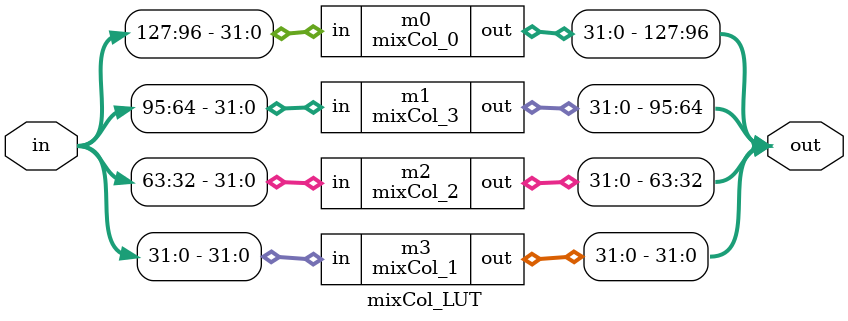
<source format=v>
module AND2_X1( A1, A2, ZN );

  input wire A1;
  input wire A2;
//input_done

  output wire ZN;
//output_done

//wire_done

  assign ZN = A1 & A2;
//assign_done

 endmodule

module OR2_X1( A1, A2, ZN );

  input wire A1;
  input wire A2;
//input_done

  output wire ZN;
//output_done

//wire_done

  assign ZN = A1 | A2;
//assign_done

 endmodule

module INV_X1( A, ZN );

  input wire A;
//input_done

  output wire ZN;
//output_done

//wire_done

  assign ZN = ~A;
//assign_done

 endmodule

module scale2_0 ( in, out );

  input wire [7:0] in;
  wire [7:0] inbar;
  assign inbar[0] = ~in[0];
  assign inbar[1] = ~in[1];
  assign inbar[2] = ~in[2];
  assign inbar[3] = ~in[3];
  assign inbar[4] = ~in[4];
  assign inbar[5] = ~in[5];
  assign inbar[6] = ~in[6];
  assign inbar[7] = ~in[7];
//input_done

  output wire [7:0] out;
  wire [7:0] outbar;
//output_done

  wire in_0;
  wire in_6;
  wire in_5;
  wire in_4;
  wire in_1;
  wire in_7;
  wire n1;
  wire n2;
  wire n3;
  wire n4;
  wire n5;
  wire n6;
  wire n7;
  wire n8;
  wire n9;
  wire n10;
  wire in_0bar;
  wire in_6bar;
  wire in_5bar;
  wire in_4bar;
  wire in_1bar;
  wire in_7bar;
  wire n1bar;
  wire n2bar;
  wire n3bar;
  wire n4bar;
  wire n5bar;
  wire n6bar;
  wire n7bar;
  wire n8bar;
  wire n9bar;
  wire n10bar;
//wire_done

  assign in_0 = in[0];
  assign out[7] = in_6;
  assign in_6  = in[6];
  assign out[6] = in_5;
  assign in_5  = in[5];
  assign out[5] = in_4;
  assign in_4  = in[4];
  assign out[2] = in_1;
  assign in_1  = in[1];
  assign out[0] = in_7;
  assign in_7  = in[7];
  assign in_0bar = inbar[0];
  assign outbar[7] = in_6bar;
  assign in_6bar = inbar[6];
  assign outbar[6] = in_5bar;
  assign in_5bar = inbar[5];
  assign outbar[5] = in_4bar;
  assign in_4bar = inbar[4];
  assign outbar[2] = in_1bar;
  assign in_1bar = inbar[1];
  assign outbar[0] = in_7bar;
  assign in_7bar = inbar[7];
//assign_done

  assign n1bar = in_7;
  assign n1 = in_7bar;
  assign n2bar = in[3];
  assign n2 = inbar[3];
  assign n3bar = in[2];
  assign n3 = inbar[2];
  assign n4bar = in_0;
  assign n4 = in_0bar;
  //OR U5
  LUT2 #(
    .INIT(4'he)
  ) LUT2_U5 (
    .O(out[4]),
    .I0(n5),
    .I1(n6)
  );
  //AND U5bar
  LUT2 #(
    .INIT(4'h8)
  ) LUT2_U5bar (
    .O(outbar[4]),
    .I0(n5bar),
    .I1(n6bar)
  );
  //AND U6
  LUT2 #(
    .INIT(4'h8)
  ) LUT2_U6 (
    .O(n6),
    .I0(in[3]),
    .I1(n1)
  );
  //OR U6bar
  LUT2 #(
    .INIT(4'he)
  ) LUT2_U6bar (
    .O(n6bar),
    .I0(inbar[3]),
    .I1(n1bar)
  );
  //AND U7
  LUT2 #(
    .INIT(4'h8)
  ) LUT2_U7 (
    .O(n5),
    .I0(in_7),
    .I1(n2)
  );
  //OR U7bar
  LUT2 #(
    .INIT(4'he)
  ) LUT2_U7bar (
    .O(n5bar),
    .I0(in_7bar),
    .I1(n2bar)
  );
  //OR U8
  LUT2 #(
    .INIT(4'he)
  ) LUT2_U8 (
    .O(out[3]),
    .I0(n7),
    .I1(n8)
  );
  //AND U8bar
  LUT2 #(
    .INIT(4'h8)
  ) LUT2_U8bar (
    .O(outbar[3]),
    .I0(n7bar),
    .I1(n8bar)
  );
  //AND U9
  LUT2 #(
    .INIT(4'h8)
  ) LUT2_U9 (
    .O(n8),
    .I0(in[2]),
    .I1(n1)
  );
  //OR U9bar
  LUT2 #(
    .INIT(4'he)
  ) LUT2_U9bar (
    .O(n8bar),
    .I0(inbar[2]),
    .I1(n1bar)
  );
  //AND U10
  LUT2 #(
    .INIT(4'h8)
  ) LUT2_U10 (
    .O(n7),
    .I0(in_7),
    .I1(n3)
  );
  //OR U10bar
  LUT2 #(
    .INIT(4'he)
  ) LUT2_U10bar (
    .O(n7bar),
    .I0(in_7bar),
    .I1(n3bar)
  );
  //OR U11
  LUT2 #(
    .INIT(4'he)
  ) LUT2_U11 (
    .O(out[1]),
    .I0(n9),
    .I1(n10)
  );
  //AND U11bar
  LUT2 #(
    .INIT(4'h8)
  ) LUT2_U11bar (
    .O(outbar[1]),
    .I0(n9bar),
    .I1(n10bar)
  );
  //AND U12
  LUT2 #(
    .INIT(4'h8)
  ) LUT2_U12 (
    .O(n10),
    .I0(in_0),
    .I1(n1)
  );
  //OR U12bar
  LUT2 #(
    .INIT(4'he)
  ) LUT2_U12bar (
    .O(n10bar),
    .I0(in_0bar),
    .I1(n1bar)
  );
  //AND U13
  LUT2 #(
    .INIT(4'h8)
  ) LUT2_U13 (
    .O(n9),
    .I0(in_7),
    .I1(n4)
  );
  //OR U13bar
  LUT2 #(
    .INIT(4'he)
  ) LUT2_U13bar (
    .O(n9bar),
    .I0(in_7bar),
    .I1(n4bar)
  );
endmodule

module byteXor_0 ( a, b, y );

  input wire [7:0] a;
  input wire [7:0] b;
  wire [7:0] abar;
  wire [7:0] bbar;
  assign abar[0] = ~a[0];
  assign abar[1] = ~a[1];
  assign abar[2] = ~a[2];
  assign abar[3] = ~a[3];
  assign abar[4] = ~a[4];
  assign abar[5] = ~a[5];
  assign abar[6] = ~a[6];
  assign abar[7] = ~a[7];
  assign bbar[0] = ~b[0];
  assign bbar[1] = ~b[1];
  assign bbar[2] = ~b[2];
  assign bbar[3] = ~b[3];
  assign bbar[4] = ~b[4];
  assign bbar[5] = ~b[5];
  assign bbar[6] = ~b[6];
  assign bbar[7] = ~b[7];
//input_done

  output wire [7:0] y;
  wire [7:0] ybar;
//output_done

  wire n1;
  wire n2;
  wire n3;
  wire n4;
  wire n5;
  wire n6;
  wire n7;
  wire n8;
  wire n9;
  wire n10;
  wire n11;
  wire n12;
  wire n13;
  wire n14;
  wire n15;
  wire n16;
  wire n17;
  wire n18;
  wire n19;
  wire n20;
  wire n21;
  wire n22;
  wire n23;
  wire n24;
  wire n25;
  wire n26;
  wire n27;
  wire n28;
  wire n29;
  wire n30;
  wire n31;
  wire n32;
  wire n1bar;
  wire n2bar;
  wire n3bar;
  wire n4bar;
  wire n5bar;
  wire n6bar;
  wire n7bar;
  wire n8bar;
  wire n9bar;
  wire n10bar;
  wire n11bar;
  wire n12bar;
  wire n13bar;
  wire n14bar;
  wire n15bar;
  wire n16bar;
  wire n17bar;
  wire n18bar;
  wire n19bar;
  wire n20bar;
  wire n21bar;
  wire n22bar;
  wire n23bar;
  wire n24bar;
  wire n25bar;
  wire n26bar;
  wire n27bar;
  wire n28bar;
  wire n29bar;
  wire n30bar;
  wire n31bar;
  wire n32bar;
//wire_done

 //assign_done

  assign n1bar = n18;
  assign n1 = n18bar;
  assign n2bar = a[7];
  assign n2 = abar[7];
  assign n3bar = n20;
  assign n3 = n20bar;
  assign n4bar = a[6];
  assign n4 = abar[6];
  assign n5bar = n22;
  assign n5 = n22bar;
  assign n6bar = a[5];
  assign n6 = abar[5];
  assign n7bar = n24;
  assign n7 = n24bar;
  assign n8bar = a[4];
  assign n8 = abar[4];
  assign n9bar = n26;
  assign n9 = n26bar;
  assign n10bar = a[3];
  assign n10 = abar[3];
  assign n11bar = n28;
  assign n11 = n28bar;
  assign n12bar = a[2];
  assign n12 = abar[2];
  assign n13bar = n30;
  assign n13 = n30bar;
  assign n14bar = a[1];
  assign n14 = abar[1];
  assign n15bar = n32;
  assign n15 = n32bar;
  assign n16bar = a[0];
  assign n16 = abar[0];
  //OR U17
  LUT2 #(
    .INIT(4'he)
  ) LUT2_U17 (
    .O(y[7]),
    .I0(n17),
    .I1(n1)
  );
  //AND U17bar
  LUT2 #(
    .INIT(4'h8)
  ) LUT2_U17bar (
    .O(ybar[7]),
    .I0(n17bar),
    .I1(n1bar)
  );
  //OR U18
  LUT2 #(
    .INIT(4'he)
  ) LUT2_U18 (
    .O(n18),
    .I0(n2),
    .I1(b[7])
  );
  //AND U18bar
  LUT2 #(
    .INIT(4'h8)
  ) LUT2_U18bar (
    .O(n18bar),
    .I0(n2bar),
    .I1(bbar[7])
  );
  //AND U19
  LUT2 #(
    .INIT(4'h8)
  ) LUT2_U19 (
    .O(n17),
    .I0(b[7]),
    .I1(n2)
  );
  //OR U19bar
  LUT2 #(
    .INIT(4'he)
  ) LUT2_U19bar (
    .O(n17bar),
    .I0(bbar[7]),
    .I1(n2bar)
  );
  //OR U20
  LUT2 #(
    .INIT(4'he)
  ) LUT2_U20 (
    .O(y[6]),
    .I0(n19),
    .I1(n3)
  );
  //AND U20bar
  LUT2 #(
    .INIT(4'h8)
  ) LUT2_U20bar (
    .O(ybar[6]),
    .I0(n19bar),
    .I1(n3bar)
  );
  //OR U21
  LUT2 #(
    .INIT(4'he)
  ) LUT2_U21 (
    .O(n20),
    .I0(n4),
    .I1(b[6])
  );
  //AND U21bar
  LUT2 #(
    .INIT(4'h8)
  ) LUT2_U21bar (
    .O(n20bar),
    .I0(n4bar),
    .I1(bbar[6])
  );
  //AND U22
  LUT2 #(
    .INIT(4'h8)
  ) LUT2_U22 (
    .O(n19),
    .I0(b[6]),
    .I1(n4)
  );
  //OR U22bar
  LUT2 #(
    .INIT(4'he)
  ) LUT2_U22bar (
    .O(n19bar),
    .I0(bbar[6]),
    .I1(n4bar)
  );
  //OR U23
  LUT2 #(
    .INIT(4'he)
  ) LUT2_U23 (
    .O(y[5]),
    .I0(n21),
    .I1(n5)
  );
  //AND U23bar
  LUT2 #(
    .INIT(4'h8)
  ) LUT2_U23bar (
    .O(ybar[5]),
    .I0(n21bar),
    .I1(n5bar)
  );
  //OR U24
  LUT2 #(
    .INIT(4'he)
  ) LUT2_U24 (
    .O(n22),
    .I0(n6),
    .I1(b[5])
  );
  //AND U24bar
  LUT2 #(
    .INIT(4'h8)
  ) LUT2_U24bar (
    .O(n22bar),
    .I0(n6bar),
    .I1(bbar[5])
  );
  //AND U25
  LUT2 #(
    .INIT(4'h8)
  ) LUT2_U25 (
    .O(n21),
    .I0(b[5]),
    .I1(n6)
  );
  //OR U25bar
  LUT2 #(
    .INIT(4'he)
  ) LUT2_U25bar (
    .O(n21bar),
    .I0(bbar[5]),
    .I1(n6bar)
  );
  //OR U26
  LUT2 #(
    .INIT(4'he)
  ) LUT2_U26 (
    .O(y[4]),
    .I0(n23),
    .I1(n7)
  );
  //AND U26bar
  LUT2 #(
    .INIT(4'h8)
  ) LUT2_U26bar (
    .O(ybar[4]),
    .I0(n23bar),
    .I1(n7bar)
  );
  //OR U27
  LUT2 #(
    .INIT(4'he)
  ) LUT2_U27 (
    .O(n24),
    .I0(n8),
    .I1(b[4])
  );
  //AND U27bar
  LUT2 #(
    .INIT(4'h8)
  ) LUT2_U27bar (
    .O(n24bar),
    .I0(n8bar),
    .I1(bbar[4])
  );
  //AND U28
  LUT2 #(
    .INIT(4'h8)
  ) LUT2_U28 (
    .O(n23),
    .I0(b[4]),
    .I1(n8)
  );
  //OR U28bar
  LUT2 #(
    .INIT(4'he)
  ) LUT2_U28bar (
    .O(n23bar),
    .I0(bbar[4]),
    .I1(n8bar)
  );
  //OR U29
  LUT2 #(
    .INIT(4'he)
  ) LUT2_U29 (
    .O(y[3]),
    .I0(n25),
    .I1(n9)
  );
  //AND U29bar
  LUT2 #(
    .INIT(4'h8)
  ) LUT2_U29bar (
    .O(ybar[3]),
    .I0(n25bar),
    .I1(n9bar)
  );
  //OR U30
  LUT2 #(
    .INIT(4'he)
  ) LUT2_U30 (
    .O(n26),
    .I0(n10),
    .I1(b[3])
  );
  //AND U30bar
  LUT2 #(
    .INIT(4'h8)
  ) LUT2_U30bar (
    .O(n26bar),
    .I0(n10bar),
    .I1(bbar[3])
  );
  //AND U31
  LUT2 #(
    .INIT(4'h8)
  ) LUT2_U31 (
    .O(n25),
    .I0(b[3]),
    .I1(n10)
  );
  //OR U31bar
  LUT2 #(
    .INIT(4'he)
  ) LUT2_U31bar (
    .O(n25bar),
    .I0(bbar[3]),
    .I1(n10bar)
  );
  //OR U32
  LUT2 #(
    .INIT(4'he)
  ) LUT2_U32 (
    .O(y[2]),
    .I0(n27),
    .I1(n11)
  );
  //AND U32bar
  LUT2 #(
    .INIT(4'h8)
  ) LUT2_U32bar (
    .O(ybar[2]),
    .I0(n27bar),
    .I1(n11bar)
  );
  //OR U33
  LUT2 #(
    .INIT(4'he)
  ) LUT2_U33 (
    .O(n28),
    .I0(n12),
    .I1(b[2])
  );
  //AND U33bar
  LUT2 #(
    .INIT(4'h8)
  ) LUT2_U33bar (
    .O(n28bar),
    .I0(n12bar),
    .I1(bbar[2])
  );
  //AND U34
  LUT2 #(
    .INIT(4'h8)
  ) LUT2_U34 (
    .O(n27),
    .I0(b[2]),
    .I1(n12)
  );
  //OR U34bar
  LUT2 #(
    .INIT(4'he)
  ) LUT2_U34bar (
    .O(n27bar),
    .I0(bbar[2]),
    .I1(n12bar)
  );
  //OR U35
  LUT2 #(
    .INIT(4'he)
  ) LUT2_U35 (
    .O(y[1]),
    .I0(n29),
    .I1(n13)
  );
  //AND U35bar
  LUT2 #(
    .INIT(4'h8)
  ) LUT2_U35bar (
    .O(ybar[1]),
    .I0(n29bar),
    .I1(n13bar)
  );
  //OR U36
  LUT2 #(
    .INIT(4'he)
  ) LUT2_U36 (
    .O(n30),
    .I0(n14),
    .I1(b[1])
  );
  //AND U36bar
  LUT2 #(
    .INIT(4'h8)
  ) LUT2_U36bar (
    .O(n30bar),
    .I0(n14bar),
    .I1(bbar[1])
  );
  //AND U37
  LUT2 #(
    .INIT(4'h8)
  ) LUT2_U37 (
    .O(n29),
    .I0(b[1]),
    .I1(n14)
  );
  //OR U37bar
  LUT2 #(
    .INIT(4'he)
  ) LUT2_U37bar (
    .O(n29bar),
    .I0(bbar[1]),
    .I1(n14bar)
  );
  //OR U38
  LUT2 #(
    .INIT(4'he)
  ) LUT2_U38 (
    .O(y[0]),
    .I0(n31),
    .I1(n15)
  );
  //AND U38bar
  LUT2 #(
    .INIT(4'h8)
  ) LUT2_U38bar (
    .O(ybar[0]),
    .I0(n31bar),
    .I1(n15bar)
  );
  //OR U39
  LUT2 #(
    .INIT(4'he)
  ) LUT2_U39 (
    .O(n32),
    .I0(n16),
    .I1(b[0])
  );
  //AND U39bar
  LUT2 #(
    .INIT(4'h8)
  ) LUT2_U39bar (
    .O(n32bar),
    .I0(n16bar),
    .I1(bbar[0])
  );
  //AND U40
  LUT2 #(
    .INIT(4'h8)
  ) LUT2_U40 (
    .O(n31),
    .I0(b[0]),
    .I1(n16)
  );
  //OR U40bar
  LUT2 #(
    .INIT(4'he)
  ) LUT2_U40bar (
    .O(n31bar),
    .I0(bbar[0]),
    .I1(n16bar)
  );
endmodule

module byteXor4_0 ( a, b, c, d, y );

  input wire [7:0] a;
  input wire [7:0] b;
  input wire [7:0] c;
  input wire [7:0] d;
  wire [7:0] abar;
  wire [7:0] bbar;
  wire [7:0] cbar;
  wire [7:0] dbar;
  assign abar[0] = ~a[0];
  assign abar[1] = ~a[1];
  assign abar[2] = ~a[2];
  assign abar[3] = ~a[3];
  assign abar[4] = ~a[4];
  assign abar[5] = ~a[5];
  assign abar[6] = ~a[6];
  assign abar[7] = ~a[7];
  assign bbar[0] = ~b[0];
  assign bbar[1] = ~b[1];
  assign bbar[2] = ~b[2];
  assign bbar[3] = ~b[3];
  assign bbar[4] = ~b[4];
  assign bbar[5] = ~b[5];
  assign bbar[6] = ~b[6];
  assign bbar[7] = ~b[7];
  assign cbar[0] = ~c[0];
  assign cbar[1] = ~c[1];
  assign cbar[2] = ~c[2];
  assign cbar[3] = ~c[3];
  assign cbar[4] = ~c[4];
  assign cbar[5] = ~c[5];
  assign cbar[6] = ~c[6];
  assign cbar[7] = ~c[7];
  assign dbar[0] = ~d[0];
  assign dbar[1] = ~d[1];
  assign dbar[2] = ~d[2];
  assign dbar[3] = ~d[3];
  assign dbar[4] = ~d[4];
  assign dbar[5] = ~d[5];
  assign dbar[6] = ~d[6];
  assign dbar[7] = ~d[7];
//input_done

  output wire [7:0] y;
  wire [7:0] ybar;
//output_done

  wire n1;
  wire n2;
  wire n3;
  wire n4;
  wire n5;
  wire n6;
  wire n7;
  wire n8;
  wire n9;
  wire n10;
  wire n11;
  wire n12;
  wire n13;
  wire n14;
  wire n15;
  wire n16;
  wire n17;
  wire n18;
  wire n19;
  wire n20;
  wire n21;
  wire n22;
  wire n23;
  wire n24;
  wire n25;
  wire n26;
  wire n27;
  wire n28;
  wire n29;
  wire n30;
  wire n31;
  wire n32;
  wire n33;
  wire n34;
  wire n35;
  wire n36;
  wire n37;
  wire n38;
  wire n39;
  wire n40;
  wire n41;
  wire n42;
  wire n43;
  wire n44;
  wire n45;
  wire n46;
  wire n47;
  wire n48;
  wire n49;
  wire n50;
  wire n51;
  wire n52;
  wire n53;
  wire n54;
  wire n55;
  wire n56;
  wire n57;
  wire n58;
  wire n59;
  wire n60;
  wire n61;
  wire n62;
  wire n63;
  wire n64;
  wire n65;
  wire n66;
  wire n67;
  wire n68;
  wire n69;
  wire n70;
  wire n71;
  wire n72;
  wire n73;
  wire n74;
  wire n75;
  wire n76;
  wire n77;
  wire n78;
  wire n79;
  wire n80;
  wire n81;
  wire n82;
  wire n83;
  wire n84;
  wire n85;
  wire n86;
  wire n87;
  wire n88;
  wire n89;
  wire n90;
  wire n91;
  wire n92;
  wire n93;
  wire n94;
  wire n95;
  wire n96;
  wire n97;
  wire n98;
  wire n99;
  wire n100;
  wire n101;
  wire n102;
  wire n103;
  wire n104;
  wire n105;
  wire n106;
  wire n107;
  wire n108;
  wire n109;
  wire n110;
  wire n111;
  wire n112;
  wire n1bar;
  wire n2bar;
  wire n3bar;
  wire n4bar;
  wire n5bar;
  wire n6bar;
  wire n7bar;
  wire n8bar;
  wire n9bar;
  wire n10bar;
  wire n11bar;
  wire n12bar;
  wire n13bar;
  wire n14bar;
  wire n15bar;
  wire n16bar;
  wire n17bar;
  wire n18bar;
  wire n19bar;
  wire n20bar;
  wire n21bar;
  wire n22bar;
  wire n23bar;
  wire n24bar;
  wire n25bar;
  wire n26bar;
  wire n27bar;
  wire n28bar;
  wire n29bar;
  wire n30bar;
  wire n31bar;
  wire n32bar;
  wire n33bar;
  wire n34bar;
  wire n35bar;
  wire n36bar;
  wire n37bar;
  wire n38bar;
  wire n39bar;
  wire n40bar;
  wire n41bar;
  wire n42bar;
  wire n43bar;
  wire n44bar;
  wire n45bar;
  wire n46bar;
  wire n47bar;
  wire n48bar;
  wire n49bar;
  wire n50bar;
  wire n51bar;
  wire n52bar;
  wire n53bar;
  wire n54bar;
  wire n55bar;
  wire n56bar;
  wire n57bar;
  wire n58bar;
  wire n59bar;
  wire n60bar;
  wire n61bar;
  wire n62bar;
  wire n63bar;
  wire n64bar;
  wire n65bar;
  wire n66bar;
  wire n67bar;
  wire n68bar;
  wire n69bar;
  wire n70bar;
  wire n71bar;
  wire n72bar;
  wire n73bar;
  wire n74bar;
  wire n75bar;
  wire n76bar;
  wire n77bar;
  wire n78bar;
  wire n79bar;
  wire n80bar;
  wire n81bar;
  wire n82bar;
  wire n83bar;
  wire n84bar;
  wire n85bar;
  wire n86bar;
  wire n87bar;
  wire n88bar;
  wire n89bar;
  wire n90bar;
  wire n91bar;
  wire n92bar;
  wire n93bar;
  wire n94bar;
  wire n95bar;
  wire n96bar;
  wire n97bar;
  wire n98bar;
  wire n99bar;
  wire n100bar;
  wire n101bar;
  wire n102bar;
  wire n103bar;
  wire n104bar;
  wire n105bar;
  wire n106bar;
  wire n107bar;
  wire n108bar;
  wire n109bar;
  wire n110bar;
  wire n111bar;
  wire n112bar;
//wire_done

 //assign_done

  assign n1bar = n50;
  assign n1 = n50bar;
  assign n2bar = a[7];
  assign n2 = abar[7];
  assign n3bar = n58;
  assign n3 = n58bar;
  assign n4bar = a[6];
  assign n4 = abar[6];
  assign n5bar = n66;
  assign n5 = n66bar;
  assign n6bar = a[5];
  assign n6 = abar[5];
  assign n7bar = n74;
  assign n7 = n74bar;
  assign n8bar = a[4];
  assign n8 = abar[4];
  assign n9bar = n82;
  assign n9 = n82bar;
  assign n10bar = a[3];
  assign n10 = abar[3];
  assign n11bar = n90;
  assign n11 = n90bar;
  assign n12bar = a[2];
  assign n12 = abar[2];
  assign n13bar = n98;
  assign n13 = n98bar;
  assign n14bar = a[1];
  assign n14 = abar[1];
  assign n15bar = n106;
  assign n15 = n106bar;
  assign n16bar = a[0];
  assign n16 = abar[0];
  assign n17bar = b[7];
  assign n17 = bbar[7];
  assign n18bar = b[6];
  assign n18 = bbar[6];
  assign n19bar = b[5];
  assign n19 = bbar[5];
  assign n20bar = b[4];
  assign n20 = bbar[4];
  assign n21bar = b[3];
  assign n21 = bbar[3];
  assign n22bar = b[2];
  assign n22 = bbar[2];
  assign n23bar = b[1];
  assign n23 = bbar[1];
  assign n24bar = b[0];
  assign n24 = bbar[0];
  assign n25bar = n54;
  assign n25 = n54bar;
  assign n26bar = c[7];
  assign n26 = cbar[7];
  assign n27bar = n62;
  assign n27 = n62bar;
  assign n28bar = c[6];
  assign n28 = cbar[6];
  assign n29bar = n70;
  assign n29 = n70bar;
  assign n30bar = c[5];
  assign n30 = cbar[5];
  assign n31bar = n78;
  assign n31 = n78bar;
  assign n32bar = c[4];
  assign n32 = cbar[4];
  assign n33bar = n86;
  assign n33 = n86bar;
  assign n34bar = c[3];
  assign n34 = cbar[3];
  assign n35bar = n94;
  assign n35 = n94bar;
  assign n36bar = c[2];
  assign n36 = cbar[2];
  assign n37bar = n102;
  assign n37 = n102bar;
  assign n38bar = c[1];
  assign n38 = cbar[1];
  assign n39bar = n110;
  assign n39 = n110bar;
  assign n40bar = c[0];
  assign n40 = cbar[0];
  assign n41bar = d[7];
  assign n41 = dbar[7];
  assign n42bar = d[6];
  assign n42 = dbar[6];
  assign n43bar = d[5];
  assign n43 = dbar[5];
  assign n44bar = d[4];
  assign n44 = dbar[4];
  assign n45bar = d[3];
  assign n45 = dbar[3];
  assign n46bar = d[2];
  assign n46 = dbar[2];
  assign n47bar = d[1];
  assign n47 = dbar[1];
  assign n48bar = d[0];
  assign n48 = dbar[0];
  //OR U49
  LUT2 #(
    .INIT(4'he)
  ) LUT2_U49 (
    .O(y[7]),
    .I0(n49),
    .I1(n1)
  );
  //AND U49bar
  LUT2 #(
    .INIT(4'h8)
  ) LUT2_U49bar (
    .O(ybar[7]),
    .I0(n49bar),
    .I1(n1bar)
  );
  //OR U50
  LUT2 #(
    .INIT(4'he)
  ) LUT2_U50 (
    .O(n50),
    .I0(n51),
    .I1(n25)
  );
  //AND U50bar
  LUT2 #(
    .INIT(4'h8)
  ) LUT2_U50bar (
    .O(n50bar),
    .I0(n51bar),
    .I1(n25bar)
  );
  //AND U51
  LUT2 #(
    .INIT(4'h8)
  ) LUT2_U51 (
    .O(n49),
    .I0(n25),
    .I1(n51)
  );
  //OR U51bar
  LUT2 #(
    .INIT(4'he)
  ) LUT2_U51bar (
    .O(n49bar),
    .I0(n25bar),
    .I1(n51bar)
  );
  //AND U52
  LUT2 #(
    .INIT(4'h8)
  ) LUT2_U52 (
    .O(n51),
    .I0(n52),
    .I1(n53)
  );
  //OR U52bar
  LUT2 #(
    .INIT(4'he)
  ) LUT2_U52bar (
    .O(n51bar),
    .I0(n52bar),
    .I1(n53bar)
  );
  //OR U53
  LUT2 #(
    .INIT(4'he)
  ) LUT2_U53 (
    .O(n53),
    .I0(n2),
    .I1(b[7])
  );
  //AND U53bar
  LUT2 #(
    .INIT(4'h8)
  ) LUT2_U53bar (
    .O(n53bar),
    .I0(n2bar),
    .I1(bbar[7])
  );
  //OR U54
  LUT2 #(
    .INIT(4'he)
  ) LUT2_U54 (
    .O(n52),
    .I0(n17),
    .I1(a[7])
  );
  //AND U54bar
  LUT2 #(
    .INIT(4'h8)
  ) LUT2_U54bar (
    .O(n52bar),
    .I0(n17bar),
    .I1(abar[7])
  );
  //AND U55
  LUT2 #(
    .INIT(4'h8)
  ) LUT2_U55 (
    .O(n54),
    .I0(n55),
    .I1(n56)
  );
  //OR U55bar
  LUT2 #(
    .INIT(4'he)
  ) LUT2_U55bar (
    .O(n54bar),
    .I0(n55bar),
    .I1(n56bar)
  );
  //OR U56
  LUT2 #(
    .INIT(4'he)
  ) LUT2_U56 (
    .O(n56),
    .I0(n26),
    .I1(d[7])
  );
  //AND U56bar
  LUT2 #(
    .INIT(4'h8)
  ) LUT2_U56bar (
    .O(n56bar),
    .I0(n26bar),
    .I1(dbar[7])
  );
  //OR U57
  LUT2 #(
    .INIT(4'he)
  ) LUT2_U57 (
    .O(n55),
    .I0(n41),
    .I1(c[7])
  );
  //AND U57bar
  LUT2 #(
    .INIT(4'h8)
  ) LUT2_U57bar (
    .O(n55bar),
    .I0(n41bar),
    .I1(cbar[7])
  );
  //OR U58
  LUT2 #(
    .INIT(4'he)
  ) LUT2_U58 (
    .O(y[6]),
    .I0(n57),
    .I1(n3)
  );
  //AND U58bar
  LUT2 #(
    .INIT(4'h8)
  ) LUT2_U58bar (
    .O(ybar[6]),
    .I0(n57bar),
    .I1(n3bar)
  );
  //OR U59
  LUT2 #(
    .INIT(4'he)
  ) LUT2_U59 (
    .O(n58),
    .I0(n59),
    .I1(n27)
  );
  //AND U59bar
  LUT2 #(
    .INIT(4'h8)
  ) LUT2_U59bar (
    .O(n58bar),
    .I0(n59bar),
    .I1(n27bar)
  );
  //AND U60
  LUT2 #(
    .INIT(4'h8)
  ) LUT2_U60 (
    .O(n57),
    .I0(n27),
    .I1(n59)
  );
  //OR U60bar
  LUT2 #(
    .INIT(4'he)
  ) LUT2_U60bar (
    .O(n57bar),
    .I0(n27bar),
    .I1(n59bar)
  );
  //AND U61
  LUT2 #(
    .INIT(4'h8)
  ) LUT2_U61 (
    .O(n59),
    .I0(n60),
    .I1(n61)
  );
  //OR U61bar
  LUT2 #(
    .INIT(4'he)
  ) LUT2_U61bar (
    .O(n59bar),
    .I0(n60bar),
    .I1(n61bar)
  );
  //OR U62
  LUT2 #(
    .INIT(4'he)
  ) LUT2_U62 (
    .O(n61),
    .I0(n4),
    .I1(b[6])
  );
  //AND U62bar
  LUT2 #(
    .INIT(4'h8)
  ) LUT2_U62bar (
    .O(n61bar),
    .I0(n4bar),
    .I1(bbar[6])
  );
  //OR U63
  LUT2 #(
    .INIT(4'he)
  ) LUT2_U63 (
    .O(n60),
    .I0(n18),
    .I1(a[6])
  );
  //AND U63bar
  LUT2 #(
    .INIT(4'h8)
  ) LUT2_U63bar (
    .O(n60bar),
    .I0(n18bar),
    .I1(abar[6])
  );
  //AND U64
  LUT2 #(
    .INIT(4'h8)
  ) LUT2_U64 (
    .O(n62),
    .I0(n63),
    .I1(n64)
  );
  //OR U64bar
  LUT2 #(
    .INIT(4'he)
  ) LUT2_U64bar (
    .O(n62bar),
    .I0(n63bar),
    .I1(n64bar)
  );
  //OR U65
  LUT2 #(
    .INIT(4'he)
  ) LUT2_U65 (
    .O(n64),
    .I0(n28),
    .I1(d[6])
  );
  //AND U65bar
  LUT2 #(
    .INIT(4'h8)
  ) LUT2_U65bar (
    .O(n64bar),
    .I0(n28bar),
    .I1(dbar[6])
  );
  //OR U66
  LUT2 #(
    .INIT(4'he)
  ) LUT2_U66 (
    .O(n63),
    .I0(n42),
    .I1(c[6])
  );
  //AND U66bar
  LUT2 #(
    .INIT(4'h8)
  ) LUT2_U66bar (
    .O(n63bar),
    .I0(n42bar),
    .I1(cbar[6])
  );
  //OR U67
  LUT2 #(
    .INIT(4'he)
  ) LUT2_U67 (
    .O(y[5]),
    .I0(n65),
    .I1(n5)
  );
  //AND U67bar
  LUT2 #(
    .INIT(4'h8)
  ) LUT2_U67bar (
    .O(ybar[5]),
    .I0(n65bar),
    .I1(n5bar)
  );
  //OR U68
  LUT2 #(
    .INIT(4'he)
  ) LUT2_U68 (
    .O(n66),
    .I0(n67),
    .I1(n29)
  );
  //AND U68bar
  LUT2 #(
    .INIT(4'h8)
  ) LUT2_U68bar (
    .O(n66bar),
    .I0(n67bar),
    .I1(n29bar)
  );
  //AND U69
  LUT2 #(
    .INIT(4'h8)
  ) LUT2_U69 (
    .O(n65),
    .I0(n29),
    .I1(n67)
  );
  //OR U69bar
  LUT2 #(
    .INIT(4'he)
  ) LUT2_U69bar (
    .O(n65bar),
    .I0(n29bar),
    .I1(n67bar)
  );
  //AND U70
  LUT2 #(
    .INIT(4'h8)
  ) LUT2_U70 (
    .O(n67),
    .I0(n68),
    .I1(n69)
  );
  //OR U70bar
  LUT2 #(
    .INIT(4'he)
  ) LUT2_U70bar (
    .O(n67bar),
    .I0(n68bar),
    .I1(n69bar)
  );
  //OR U71
  LUT2 #(
    .INIT(4'he)
  ) LUT2_U71 (
    .O(n69),
    .I0(n6),
    .I1(b[5])
  );
  //AND U71bar
  LUT2 #(
    .INIT(4'h8)
  ) LUT2_U71bar (
    .O(n69bar),
    .I0(n6bar),
    .I1(bbar[5])
  );
  //OR U72
  LUT2 #(
    .INIT(4'he)
  ) LUT2_U72 (
    .O(n68),
    .I0(n19),
    .I1(a[5])
  );
  //AND U72bar
  LUT2 #(
    .INIT(4'h8)
  ) LUT2_U72bar (
    .O(n68bar),
    .I0(n19bar),
    .I1(abar[5])
  );
  //AND U73
  LUT2 #(
    .INIT(4'h8)
  ) LUT2_U73 (
    .O(n70),
    .I0(n71),
    .I1(n72)
  );
  //OR U73bar
  LUT2 #(
    .INIT(4'he)
  ) LUT2_U73bar (
    .O(n70bar),
    .I0(n71bar),
    .I1(n72bar)
  );
  //OR U74
  LUT2 #(
    .INIT(4'he)
  ) LUT2_U74 (
    .O(n72),
    .I0(n30),
    .I1(d[5])
  );
  //AND U74bar
  LUT2 #(
    .INIT(4'h8)
  ) LUT2_U74bar (
    .O(n72bar),
    .I0(n30bar),
    .I1(dbar[5])
  );
  //OR U75
  LUT2 #(
    .INIT(4'he)
  ) LUT2_U75 (
    .O(n71),
    .I0(n43),
    .I1(c[5])
  );
  //AND U75bar
  LUT2 #(
    .INIT(4'h8)
  ) LUT2_U75bar (
    .O(n71bar),
    .I0(n43bar),
    .I1(cbar[5])
  );
  //OR U76
  LUT2 #(
    .INIT(4'he)
  ) LUT2_U76 (
    .O(y[4]),
    .I0(n73),
    .I1(n7)
  );
  //AND U76bar
  LUT2 #(
    .INIT(4'h8)
  ) LUT2_U76bar (
    .O(ybar[4]),
    .I0(n73bar),
    .I1(n7bar)
  );
  //OR U77
  LUT2 #(
    .INIT(4'he)
  ) LUT2_U77 (
    .O(n74),
    .I0(n75),
    .I1(n31)
  );
  //AND U77bar
  LUT2 #(
    .INIT(4'h8)
  ) LUT2_U77bar (
    .O(n74bar),
    .I0(n75bar),
    .I1(n31bar)
  );
  //AND U78
  LUT2 #(
    .INIT(4'h8)
  ) LUT2_U78 (
    .O(n73),
    .I0(n31),
    .I1(n75)
  );
  //OR U78bar
  LUT2 #(
    .INIT(4'he)
  ) LUT2_U78bar (
    .O(n73bar),
    .I0(n31bar),
    .I1(n75bar)
  );
  //AND U79
  LUT2 #(
    .INIT(4'h8)
  ) LUT2_U79 (
    .O(n75),
    .I0(n76),
    .I1(n77)
  );
  //OR U79bar
  LUT2 #(
    .INIT(4'he)
  ) LUT2_U79bar (
    .O(n75bar),
    .I0(n76bar),
    .I1(n77bar)
  );
  //OR U80
  LUT2 #(
    .INIT(4'he)
  ) LUT2_U80 (
    .O(n77),
    .I0(n8),
    .I1(b[4])
  );
  //AND U80bar
  LUT2 #(
    .INIT(4'h8)
  ) LUT2_U80bar (
    .O(n77bar),
    .I0(n8bar),
    .I1(bbar[4])
  );
  //OR U81
  LUT2 #(
    .INIT(4'he)
  ) LUT2_U81 (
    .O(n76),
    .I0(n20),
    .I1(a[4])
  );
  //AND U81bar
  LUT2 #(
    .INIT(4'h8)
  ) LUT2_U81bar (
    .O(n76bar),
    .I0(n20bar),
    .I1(abar[4])
  );
  //AND U82
  LUT2 #(
    .INIT(4'h8)
  ) LUT2_U82 (
    .O(n78),
    .I0(n79),
    .I1(n80)
  );
  //OR U82bar
  LUT2 #(
    .INIT(4'he)
  ) LUT2_U82bar (
    .O(n78bar),
    .I0(n79bar),
    .I1(n80bar)
  );
  //OR U83
  LUT2 #(
    .INIT(4'he)
  ) LUT2_U83 (
    .O(n80),
    .I0(n32),
    .I1(d[4])
  );
  //AND U83bar
  LUT2 #(
    .INIT(4'h8)
  ) LUT2_U83bar (
    .O(n80bar),
    .I0(n32bar),
    .I1(dbar[4])
  );
  //OR U84
  LUT2 #(
    .INIT(4'he)
  ) LUT2_U84 (
    .O(n79),
    .I0(n44),
    .I1(c[4])
  );
  //AND U84bar
  LUT2 #(
    .INIT(4'h8)
  ) LUT2_U84bar (
    .O(n79bar),
    .I0(n44bar),
    .I1(cbar[4])
  );
  //OR U85
  LUT2 #(
    .INIT(4'he)
  ) LUT2_U85 (
    .O(y[3]),
    .I0(n81),
    .I1(n9)
  );
  //AND U85bar
  LUT2 #(
    .INIT(4'h8)
  ) LUT2_U85bar (
    .O(ybar[3]),
    .I0(n81bar),
    .I1(n9bar)
  );
  //OR U86
  LUT2 #(
    .INIT(4'he)
  ) LUT2_U86 (
    .O(n82),
    .I0(n83),
    .I1(n33)
  );
  //AND U86bar
  LUT2 #(
    .INIT(4'h8)
  ) LUT2_U86bar (
    .O(n82bar),
    .I0(n83bar),
    .I1(n33bar)
  );
  //AND U87
  LUT2 #(
    .INIT(4'h8)
  ) LUT2_U87 (
    .O(n81),
    .I0(n33),
    .I1(n83)
  );
  //OR U87bar
  LUT2 #(
    .INIT(4'he)
  ) LUT2_U87bar (
    .O(n81bar),
    .I0(n33bar),
    .I1(n83bar)
  );
  //AND U88
  LUT2 #(
    .INIT(4'h8)
  ) LUT2_U88 (
    .O(n83),
    .I0(n84),
    .I1(n85)
  );
  //OR U88bar
  LUT2 #(
    .INIT(4'he)
  ) LUT2_U88bar (
    .O(n83bar),
    .I0(n84bar),
    .I1(n85bar)
  );
  //OR U89
  LUT2 #(
    .INIT(4'he)
  ) LUT2_U89 (
    .O(n85),
    .I0(n10),
    .I1(b[3])
  );
  //AND U89bar
  LUT2 #(
    .INIT(4'h8)
  ) LUT2_U89bar (
    .O(n85bar),
    .I0(n10bar),
    .I1(bbar[3])
  );
  //OR U90
  LUT2 #(
    .INIT(4'he)
  ) LUT2_U90 (
    .O(n84),
    .I0(n21),
    .I1(a[3])
  );
  //AND U90bar
  LUT2 #(
    .INIT(4'h8)
  ) LUT2_U90bar (
    .O(n84bar),
    .I0(n21bar),
    .I1(abar[3])
  );
  //AND U91
  LUT2 #(
    .INIT(4'h8)
  ) LUT2_U91 (
    .O(n86),
    .I0(n87),
    .I1(n88)
  );
  //OR U91bar
  LUT2 #(
    .INIT(4'he)
  ) LUT2_U91bar (
    .O(n86bar),
    .I0(n87bar),
    .I1(n88bar)
  );
  //OR U92
  LUT2 #(
    .INIT(4'he)
  ) LUT2_U92 (
    .O(n88),
    .I0(n34),
    .I1(d[3])
  );
  //AND U92bar
  LUT2 #(
    .INIT(4'h8)
  ) LUT2_U92bar (
    .O(n88bar),
    .I0(n34bar),
    .I1(dbar[3])
  );
  //OR U93
  LUT2 #(
    .INIT(4'he)
  ) LUT2_U93 (
    .O(n87),
    .I0(n45),
    .I1(c[3])
  );
  //AND U93bar
  LUT2 #(
    .INIT(4'h8)
  ) LUT2_U93bar (
    .O(n87bar),
    .I0(n45bar),
    .I1(cbar[3])
  );
  //OR U94
  LUT2 #(
    .INIT(4'he)
  ) LUT2_U94 (
    .O(y[2]),
    .I0(n89),
    .I1(n11)
  );
  //AND U94bar
  LUT2 #(
    .INIT(4'h8)
  ) LUT2_U94bar (
    .O(ybar[2]),
    .I0(n89bar),
    .I1(n11bar)
  );
  //OR U95
  LUT2 #(
    .INIT(4'he)
  ) LUT2_U95 (
    .O(n90),
    .I0(n91),
    .I1(n35)
  );
  //AND U95bar
  LUT2 #(
    .INIT(4'h8)
  ) LUT2_U95bar (
    .O(n90bar),
    .I0(n91bar),
    .I1(n35bar)
  );
  //AND U96
  LUT2 #(
    .INIT(4'h8)
  ) LUT2_U96 (
    .O(n89),
    .I0(n35),
    .I1(n91)
  );
  //OR U96bar
  LUT2 #(
    .INIT(4'he)
  ) LUT2_U96bar (
    .O(n89bar),
    .I0(n35bar),
    .I1(n91bar)
  );
  //AND U97
  LUT2 #(
    .INIT(4'h8)
  ) LUT2_U97 (
    .O(n91),
    .I0(n92),
    .I1(n93)
  );
  //OR U97bar
  LUT2 #(
    .INIT(4'he)
  ) LUT2_U97bar (
    .O(n91bar),
    .I0(n92bar),
    .I1(n93bar)
  );
  //OR U98
  LUT2 #(
    .INIT(4'he)
  ) LUT2_U98 (
    .O(n93),
    .I0(n12),
    .I1(b[2])
  );
  //AND U98bar
  LUT2 #(
    .INIT(4'h8)
  ) LUT2_U98bar (
    .O(n93bar),
    .I0(n12bar),
    .I1(bbar[2])
  );
  //OR U99
  LUT2 #(
    .INIT(4'he)
  ) LUT2_U99 (
    .O(n92),
    .I0(n22),
    .I1(a[2])
  );
  //AND U99bar
  LUT2 #(
    .INIT(4'h8)
  ) LUT2_U99bar (
    .O(n92bar),
    .I0(n22bar),
    .I1(abar[2])
  );
  //AND U100
  LUT2 #(
    .INIT(4'h8)
  ) LUT2_U100 (
    .O(n94),
    .I0(n95),
    .I1(n96)
  );
  //OR U100bar
  LUT2 #(
    .INIT(4'he)
  ) LUT2_U100bar (
    .O(n94bar),
    .I0(n95bar),
    .I1(n96bar)
  );
  //OR U101
  LUT2 #(
    .INIT(4'he)
  ) LUT2_U101 (
    .O(n96),
    .I0(n36),
    .I1(d[2])
  );
  //AND U101bar
  LUT2 #(
    .INIT(4'h8)
  ) LUT2_U101bar (
    .O(n96bar),
    .I0(n36bar),
    .I1(dbar[2])
  );
  //OR U102
  LUT2 #(
    .INIT(4'he)
  ) LUT2_U102 (
    .O(n95),
    .I0(n46),
    .I1(c[2])
  );
  //AND U102bar
  LUT2 #(
    .INIT(4'h8)
  ) LUT2_U102bar (
    .O(n95bar),
    .I0(n46bar),
    .I1(cbar[2])
  );
  //OR U103
  LUT2 #(
    .INIT(4'he)
  ) LUT2_U103 (
    .O(y[1]),
    .I0(n97),
    .I1(n13)
  );
  //AND U103bar
  LUT2 #(
    .INIT(4'h8)
  ) LUT2_U103bar (
    .O(ybar[1]),
    .I0(n97bar),
    .I1(n13bar)
  );
  //OR U104
  LUT2 #(
    .INIT(4'he)
  ) LUT2_U104 (
    .O(n98),
    .I0(n99),
    .I1(n37)
  );
  //AND U104bar
  LUT2 #(
    .INIT(4'h8)
  ) LUT2_U104bar (
    .O(n98bar),
    .I0(n99bar),
    .I1(n37bar)
  );
  //AND U105
  LUT2 #(
    .INIT(4'h8)
  ) LUT2_U105 (
    .O(n97),
    .I0(n37),
    .I1(n99)
  );
  //OR U105bar
  LUT2 #(
    .INIT(4'he)
  ) LUT2_U105bar (
    .O(n97bar),
    .I0(n37bar),
    .I1(n99bar)
  );
  //AND U106
  LUT2 #(
    .INIT(4'h8)
  ) LUT2_U106 (
    .O(n99),
    .I0(n100),
    .I1(n101)
  );
  //OR U106bar
  LUT2 #(
    .INIT(4'he)
  ) LUT2_U106bar (
    .O(n99bar),
    .I0(n100bar),
    .I1(n101bar)
  );
  //OR U107
  LUT2 #(
    .INIT(4'he)
  ) LUT2_U107 (
    .O(n101),
    .I0(n14),
    .I1(b[1])
  );
  //AND U107bar
  LUT2 #(
    .INIT(4'h8)
  ) LUT2_U107bar (
    .O(n101bar),
    .I0(n14bar),
    .I1(bbar[1])
  );
  //OR U108
  LUT2 #(
    .INIT(4'he)
  ) LUT2_U108 (
    .O(n100),
    .I0(n23),
    .I1(a[1])
  );
  //AND U108bar
  LUT2 #(
    .INIT(4'h8)
  ) LUT2_U108bar (
    .O(n100bar),
    .I0(n23bar),
    .I1(abar[1])
  );
  //AND U109
  LUT2 #(
    .INIT(4'h8)
  ) LUT2_U109 (
    .O(n102),
    .I0(n103),
    .I1(n104)
  );
  //OR U109bar
  LUT2 #(
    .INIT(4'he)
  ) LUT2_U109bar (
    .O(n102bar),
    .I0(n103bar),
    .I1(n104bar)
  );
  //OR U110
  LUT2 #(
    .INIT(4'he)
  ) LUT2_U110 (
    .O(n104),
    .I0(n38),
    .I1(d[1])
  );
  //AND U110bar
  LUT2 #(
    .INIT(4'h8)
  ) LUT2_U110bar (
    .O(n104bar),
    .I0(n38bar),
    .I1(dbar[1])
  );
  //OR U111
  LUT2 #(
    .INIT(4'he)
  ) LUT2_U111 (
    .O(n103),
    .I0(n47),
    .I1(c[1])
  );
  //AND U111bar
  LUT2 #(
    .INIT(4'h8)
  ) LUT2_U111bar (
    .O(n103bar),
    .I0(n47bar),
    .I1(cbar[1])
  );
  //OR U112
  LUT2 #(
    .INIT(4'he)
  ) LUT2_U112 (
    .O(y[0]),
    .I0(n105),
    .I1(n15)
  );
  //AND U112bar
  LUT2 #(
    .INIT(4'h8)
  ) LUT2_U112bar (
    .O(ybar[0]),
    .I0(n105bar),
    .I1(n15bar)
  );
  //OR U113
  LUT2 #(
    .INIT(4'he)
  ) LUT2_U113 (
    .O(n106),
    .I0(n107),
    .I1(n39)
  );
  //AND U113bar
  LUT2 #(
    .INIT(4'h8)
  ) LUT2_U113bar (
    .O(n106bar),
    .I0(n107bar),
    .I1(n39bar)
  );
  //AND U114
  LUT2 #(
    .INIT(4'h8)
  ) LUT2_U114 (
    .O(n105),
    .I0(n39),
    .I1(n107)
  );
  //OR U114bar
  LUT2 #(
    .INIT(4'he)
  ) LUT2_U114bar (
    .O(n105bar),
    .I0(n39bar),
    .I1(n107bar)
  );
  //AND U115
  LUT2 #(
    .INIT(4'h8)
  ) LUT2_U115 (
    .O(n107),
    .I0(n108),
    .I1(n109)
  );
  //OR U115bar
  LUT2 #(
    .INIT(4'he)
  ) LUT2_U115bar (
    .O(n107bar),
    .I0(n108bar),
    .I1(n109bar)
  );
  //OR U116
  LUT2 #(
    .INIT(4'he)
  ) LUT2_U116 (
    .O(n109),
    .I0(n16),
    .I1(b[0])
  );
  //AND U116bar
  LUT2 #(
    .INIT(4'h8)
  ) LUT2_U116bar (
    .O(n109bar),
    .I0(n16bar),
    .I1(bbar[0])
  );
  //OR U117
  LUT2 #(
    .INIT(4'he)
  ) LUT2_U117 (
    .O(n108),
    .I0(n24),
    .I1(a[0])
  );
  //AND U117bar
  LUT2 #(
    .INIT(4'h8)
  ) LUT2_U117bar (
    .O(n108bar),
    .I0(n24bar),
    .I1(abar[0])
  );
  //AND U118
  LUT2 #(
    .INIT(4'h8)
  ) LUT2_U118 (
    .O(n110),
    .I0(n111),
    .I1(n112)
  );
  //OR U118bar
  LUT2 #(
    .INIT(4'he)
  ) LUT2_U118bar (
    .O(n110bar),
    .I0(n111bar),
    .I1(n112bar)
  );
  //OR U119
  LUT2 #(
    .INIT(4'he)
  ) LUT2_U119 (
    .O(n112),
    .I0(n40),
    .I1(d[0])
  );
  //AND U119bar
  LUT2 #(
    .INIT(4'h8)
  ) LUT2_U119bar (
    .O(n112bar),
    .I0(n40bar),
    .I1(dbar[0])
  );
  //OR U120
  LUT2 #(
    .INIT(4'he)
  ) LUT2_U120 (
    .O(n111),
    .I0(n48),
    .I1(c[0])
  );
  //AND U120bar
  LUT2 #(
    .INIT(4'h8)
  ) LUT2_U120bar (
    .O(n111bar),
    .I0(n48bar),
    .I1(cbar[0])
  );
endmodule

module scale2_13 ( in, out );

  input wire [7:0] in;
  wire [7:0] inbar;
  assign inbar[0] = ~in[0];
  assign inbar[1] = ~in[1];
  assign inbar[2] = ~in[2];
  assign inbar[3] = ~in[3];
  assign inbar[4] = ~in[4];
  assign inbar[5] = ~in[5];
  assign inbar[6] = ~in[6];
  assign inbar[7] = ~in[7];
//input_done

  output wire [7:0] out;
  wire [7:0] outbar;
//output_done

  wire in_0;
  wire in_6;
  wire in_5;
  wire in_4;
  wire in_1;
  wire in_7;
  wire n11;
  wire n12;
  wire n13;
  wire n14;
  wire n15;
  wire n16;
  wire n17;
  wire n18;
  wire n19;
  wire n20;
  wire in_0bar;
  wire in_6bar;
  wire in_5bar;
  wire in_4bar;
  wire in_1bar;
  wire in_7bar;
  wire n11bar;
  wire n12bar;
  wire n13bar;
  wire n14bar;
  wire n15bar;
  wire n16bar;
  wire n17bar;
  wire n18bar;
  wire n19bar;
  wire n20bar;
//wire_done

  assign in_0 = in[0];
  assign out[7] = in_6;
  assign in_6  = in[6];
  assign out[6] = in_5;
  assign in_5  = in[5];
  assign out[5] = in_4;
  assign in_4  = in[4];
  assign out[2] = in_1;
  assign in_1  = in[1];
  assign out[0] = in_7;
  assign in_7  = in[7];
  assign in_0bar = inbar[0];
  assign outbar[7] = in_6bar;
  assign in_6bar = inbar[6];
  assign outbar[6] = in_5bar;
  assign in_5bar = inbar[5];
  assign outbar[5] = in_4bar;
  assign in_4bar = inbar[4];
  assign outbar[2] = in_1bar;
  assign in_1bar = inbar[1];
  assign outbar[0] = in_7bar;
  assign in_7bar = inbar[7];
//assign_done

  assign n20bar = in_7;
  assign n20 = in_7bar;
  assign n19bar = in[3];
  assign n19 = inbar[3];
  assign n18bar = in[2];
  assign n18 = inbar[2];
  assign n17bar = in_0;
  assign n17 = in_0bar;
  //OR U5
  LUT2 #(
    .INIT(4'he)
  ) LUT2_U5 (
    .O(out[4]),
    .I0(n16),
    .I1(n15)
  );
  //AND U5bar
  LUT2 #(
    .INIT(4'h8)
  ) LUT2_U5bar (
    .O(outbar[4]),
    .I0(n16bar),
    .I1(n15bar)
  );
  //AND U6
  LUT2 #(
    .INIT(4'h8)
  ) LUT2_U6 (
    .O(n15),
    .I0(in[3]),
    .I1(n20)
  );
  //OR U6bar
  LUT2 #(
    .INIT(4'he)
  ) LUT2_U6bar (
    .O(n15bar),
    .I0(inbar[3]),
    .I1(n20bar)
  );
  //AND U7
  LUT2 #(
    .INIT(4'h8)
  ) LUT2_U7 (
    .O(n16),
    .I0(in_7),
    .I1(n19)
  );
  //OR U7bar
  LUT2 #(
    .INIT(4'he)
  ) LUT2_U7bar (
    .O(n16bar),
    .I0(in_7bar),
    .I1(n19bar)
  );
  //OR U8
  LUT2 #(
    .INIT(4'he)
  ) LUT2_U8 (
    .O(out[3]),
    .I0(n14),
    .I1(n13)
  );
  //AND U8bar
  LUT2 #(
    .INIT(4'h8)
  ) LUT2_U8bar (
    .O(outbar[3]),
    .I0(n14bar),
    .I1(n13bar)
  );
  //AND U9
  LUT2 #(
    .INIT(4'h8)
  ) LUT2_U9 (
    .O(n13),
    .I0(in[2]),
    .I1(n20)
  );
  //OR U9bar
  LUT2 #(
    .INIT(4'he)
  ) LUT2_U9bar (
    .O(n13bar),
    .I0(inbar[2]),
    .I1(n20bar)
  );
  //AND U10
  LUT2 #(
    .INIT(4'h8)
  ) LUT2_U10 (
    .O(n14),
    .I0(in_7),
    .I1(n18)
  );
  //OR U10bar
  LUT2 #(
    .INIT(4'he)
  ) LUT2_U10bar (
    .O(n14bar),
    .I0(in_7bar),
    .I1(n18bar)
  );
  //OR U11
  LUT2 #(
    .INIT(4'he)
  ) LUT2_U11 (
    .O(out[1]),
    .I0(n12),
    .I1(n11)
  );
  //AND U11bar
  LUT2 #(
    .INIT(4'h8)
  ) LUT2_U11bar (
    .O(outbar[1]),
    .I0(n12bar),
    .I1(n11bar)
  );
  //AND U12
  LUT2 #(
    .INIT(4'h8)
  ) LUT2_U12 (
    .O(n11),
    .I0(in_0),
    .I1(n20)
  );
  //OR U12bar
  LUT2 #(
    .INIT(4'he)
  ) LUT2_U12bar (
    .O(n11bar),
    .I0(in_0bar),
    .I1(n20bar)
  );
  //AND U13
  LUT2 #(
    .INIT(4'h8)
  ) LUT2_U13 (
    .O(n12),
    .I0(in_7),
    .I1(n17)
  );
  //OR U13bar
  LUT2 #(
    .INIT(4'he)
  ) LUT2_U13bar (
    .O(n12bar),
    .I0(in_7bar),
    .I1(n17bar)
  );
endmodule

module scale2_14 ( in, out );

  input wire [7:0] in;
  wire [7:0] inbar;
  assign inbar[0] = ~in[0];
  assign inbar[1] = ~in[1];
  assign inbar[2] = ~in[2];
  assign inbar[3] = ~in[3];
  assign inbar[4] = ~in[4];
  assign inbar[5] = ~in[5];
  assign inbar[6] = ~in[6];
  assign inbar[7] = ~in[7];
//input_done

  output wire [7:0] out;
  wire [7:0] outbar;
//output_done

  wire in_0;
  wire in_6;
  wire in_5;
  wire in_4;
  wire in_1;
  wire in_7;
  wire n11;
  wire n12;
  wire n13;
  wire n14;
  wire n15;
  wire n16;
  wire n17;
  wire n18;
  wire n19;
  wire n20;
  wire in_0bar;
  wire in_6bar;
  wire in_5bar;
  wire in_4bar;
  wire in_1bar;
  wire in_7bar;
  wire n11bar;
  wire n12bar;
  wire n13bar;
  wire n14bar;
  wire n15bar;
  wire n16bar;
  wire n17bar;
  wire n18bar;
  wire n19bar;
  wire n20bar;
//wire_done

  assign in_0 = in[0];
  assign out[7] = in_6;
  assign in_6  = in[6];
  assign out[6] = in_5;
  assign in_5  = in[5];
  assign out[5] = in_4;
  assign in_4  = in[4];
  assign out[2] = in_1;
  assign in_1  = in[1];
  assign out[0] = in_7;
  assign in_7  = in[7];
  assign in_0bar = inbar[0];
  assign outbar[7] = in_6bar;
  assign in_6bar = inbar[6];
  assign outbar[6] = in_5bar;
  assign in_5bar = inbar[5];
  assign outbar[5] = in_4bar;
  assign in_4bar = inbar[4];
  assign outbar[2] = in_1bar;
  assign in_1bar = inbar[1];
  assign outbar[0] = in_7bar;
  assign in_7bar = inbar[7];
//assign_done

  assign n20bar = in_7;
  assign n20 = in_7bar;
  assign n19bar = in[3];
  assign n19 = inbar[3];
  assign n18bar = in[2];
  assign n18 = inbar[2];
  assign n17bar = in_0;
  assign n17 = in_0bar;
  //OR U5
  LUT2 #(
    .INIT(4'he)
  ) LUT2_U5 (
    .O(out[4]),
    .I0(n16),
    .I1(n15)
  );
  //AND U5bar
  LUT2 #(
    .INIT(4'h8)
  ) LUT2_U5bar (
    .O(outbar[4]),
    .I0(n16bar),
    .I1(n15bar)
  );
  //AND U6
  LUT2 #(
    .INIT(4'h8)
  ) LUT2_U6 (
    .O(n15),
    .I0(in[3]),
    .I1(n20)
  );
  //OR U6bar
  LUT2 #(
    .INIT(4'he)
  ) LUT2_U6bar (
    .O(n15bar),
    .I0(inbar[3]),
    .I1(n20bar)
  );
  //AND U7
  LUT2 #(
    .INIT(4'h8)
  ) LUT2_U7 (
    .O(n16),
    .I0(in_7),
    .I1(n19)
  );
  //OR U7bar
  LUT2 #(
    .INIT(4'he)
  ) LUT2_U7bar (
    .O(n16bar),
    .I0(in_7bar),
    .I1(n19bar)
  );
  //OR U8
  LUT2 #(
    .INIT(4'he)
  ) LUT2_U8 (
    .O(out[3]),
    .I0(n14),
    .I1(n13)
  );
  //AND U8bar
  LUT2 #(
    .INIT(4'h8)
  ) LUT2_U8bar (
    .O(outbar[3]),
    .I0(n14bar),
    .I1(n13bar)
  );
  //AND U9
  LUT2 #(
    .INIT(4'h8)
  ) LUT2_U9 (
    .O(n13),
    .I0(in[2]),
    .I1(n20)
  );
  //OR U9bar
  LUT2 #(
    .INIT(4'he)
  ) LUT2_U9bar (
    .O(n13bar),
    .I0(inbar[2]),
    .I1(n20bar)
  );
  //AND U10
  LUT2 #(
    .INIT(4'h8)
  ) LUT2_U10 (
    .O(n14),
    .I0(in_7),
    .I1(n18)
  );
  //OR U10bar
  LUT2 #(
    .INIT(4'he)
  ) LUT2_U10bar (
    .O(n14bar),
    .I0(in_7bar),
    .I1(n18bar)
  );
  //OR U11
  LUT2 #(
    .INIT(4'he)
  ) LUT2_U11 (
    .O(out[1]),
    .I0(n12),
    .I1(n11)
  );
  //AND U11bar
  LUT2 #(
    .INIT(4'h8)
  ) LUT2_U11bar (
    .O(outbar[1]),
    .I0(n12bar),
    .I1(n11bar)
  );
  //AND U12
  LUT2 #(
    .INIT(4'h8)
  ) LUT2_U12 (
    .O(n11),
    .I0(in_0),
    .I1(n20)
  );
  //OR U12bar
  LUT2 #(
    .INIT(4'he)
  ) LUT2_U12bar (
    .O(n11bar),
    .I0(in_0bar),
    .I1(n20bar)
  );
  //AND U13
  LUT2 #(
    .INIT(4'h8)
  ) LUT2_U13 (
    .O(n12),
    .I0(in_7),
    .I1(n17)
  );
  //OR U13bar
  LUT2 #(
    .INIT(4'he)
  ) LUT2_U13bar (
    .O(n12bar),
    .I0(in_7bar),
    .I1(n17bar)
  );
endmodule

module scale2_15 ( in, out );

  input wire [7:0] in;
  wire [7:0] inbar;
  assign inbar[0] = ~in[0];
  assign inbar[1] = ~in[1];
  assign inbar[2] = ~in[2];
  assign inbar[3] = ~in[3];
  assign inbar[4] = ~in[4];
  assign inbar[5] = ~in[5];
  assign inbar[6] = ~in[6];
  assign inbar[7] = ~in[7];
//input_done

  output wire [7:0] out;
  wire [7:0] outbar;
//output_done

  wire in_0;
  wire in_6;
  wire in_5;
  wire in_4;
  wire in_1;
  wire in_7;
  wire n11;
  wire n12;
  wire n13;
  wire n14;
  wire n15;
  wire n16;
  wire n17;
  wire n18;
  wire n19;
  wire n20;
  wire in_0bar;
  wire in_6bar;
  wire in_5bar;
  wire in_4bar;
  wire in_1bar;
  wire in_7bar;
  wire n11bar;
  wire n12bar;
  wire n13bar;
  wire n14bar;
  wire n15bar;
  wire n16bar;
  wire n17bar;
  wire n18bar;
  wire n19bar;
  wire n20bar;
//wire_done

  assign in_0 = in[0];
  assign out[7] = in_6;
  assign in_6  = in[6];
  assign out[6] = in_5;
  assign in_5  = in[5];
  assign out[5] = in_4;
  assign in_4  = in[4];
  assign out[2] = in_1;
  assign in_1  = in[1];
  assign out[0] = in_7;
  assign in_7  = in[7];
  assign in_0bar = inbar[0];
  assign outbar[7] = in_6bar;
  assign in_6bar = inbar[6];
  assign outbar[6] = in_5bar;
  assign in_5bar = inbar[5];
  assign outbar[5] = in_4bar;
  assign in_4bar = inbar[4];
  assign outbar[2] = in_1bar;
  assign in_1bar = inbar[1];
  assign outbar[0] = in_7bar;
  assign in_7bar = inbar[7];
//assign_done

  assign n20bar = in_7;
  assign n20 = in_7bar;
  assign n19bar = in[3];
  assign n19 = inbar[3];
  assign n18bar = in[2];
  assign n18 = inbar[2];
  assign n17bar = in_0;
  assign n17 = in_0bar;
  //OR U5
  LUT2 #(
    .INIT(4'he)
  ) LUT2_U5 (
    .O(out[4]),
    .I0(n16),
    .I1(n15)
  );
  //AND U5bar
  LUT2 #(
    .INIT(4'h8)
  ) LUT2_U5bar (
    .O(outbar[4]),
    .I0(n16bar),
    .I1(n15bar)
  );
  //AND U6
  LUT2 #(
    .INIT(4'h8)
  ) LUT2_U6 (
    .O(n15),
    .I0(in[3]),
    .I1(n20)
  );
  //OR U6bar
  LUT2 #(
    .INIT(4'he)
  ) LUT2_U6bar (
    .O(n15bar),
    .I0(inbar[3]),
    .I1(n20bar)
  );
  //AND U7
  LUT2 #(
    .INIT(4'h8)
  ) LUT2_U7 (
    .O(n16),
    .I0(in_7),
    .I1(n19)
  );
  //OR U7bar
  LUT2 #(
    .INIT(4'he)
  ) LUT2_U7bar (
    .O(n16bar),
    .I0(in_7bar),
    .I1(n19bar)
  );
  //OR U8
  LUT2 #(
    .INIT(4'he)
  ) LUT2_U8 (
    .O(out[3]),
    .I0(n14),
    .I1(n13)
  );
  //AND U8bar
  LUT2 #(
    .INIT(4'h8)
  ) LUT2_U8bar (
    .O(outbar[3]),
    .I0(n14bar),
    .I1(n13bar)
  );
  //AND U9
  LUT2 #(
    .INIT(4'h8)
  ) LUT2_U9 (
    .O(n13),
    .I0(in[2]),
    .I1(n20)
  );
  //OR U9bar
  LUT2 #(
    .INIT(4'he)
  ) LUT2_U9bar (
    .O(n13bar),
    .I0(inbar[2]),
    .I1(n20bar)
  );
  //AND U10
  LUT2 #(
    .INIT(4'h8)
  ) LUT2_U10 (
    .O(n14),
    .I0(in_7),
    .I1(n18)
  );
  //OR U10bar
  LUT2 #(
    .INIT(4'he)
  ) LUT2_U10bar (
    .O(n14bar),
    .I0(in_7bar),
    .I1(n18bar)
  );
  //OR U11
  LUT2 #(
    .INIT(4'he)
  ) LUT2_U11 (
    .O(out[1]),
    .I0(n12),
    .I1(n11)
  );
  //AND U11bar
  LUT2 #(
    .INIT(4'h8)
  ) LUT2_U11bar (
    .O(outbar[1]),
    .I0(n12bar),
    .I1(n11bar)
  );
  //AND U12
  LUT2 #(
    .INIT(4'h8)
  ) LUT2_U12 (
    .O(n11),
    .I0(in_0),
    .I1(n20)
  );
  //OR U12bar
  LUT2 #(
    .INIT(4'he)
  ) LUT2_U12bar (
    .O(n11bar),
    .I0(in_0bar),
    .I1(n20bar)
  );
  //AND U13
  LUT2 #(
    .INIT(4'h8)
  ) LUT2_U13 (
    .O(n12),
    .I0(in_7),
    .I1(n17)
  );
  //OR U13bar
  LUT2 #(
    .INIT(4'he)
  ) LUT2_U13bar (
    .O(n12bar),
    .I0(in_7bar),
    .I1(n17bar)
  );
endmodule

module byteXor_14 ( a, b, y );

  input wire [7:0] a;
  input wire [7:0] b;
  wire [7:0] abar;
  wire [7:0] bbar;
  assign abar[0] = ~a[0];
  assign abar[1] = ~a[1];
  assign abar[2] = ~a[2];
  assign abar[3] = ~a[3];
  assign abar[4] = ~a[4];
  assign abar[5] = ~a[5];
  assign abar[6] = ~a[6];
  assign abar[7] = ~a[7];
  assign bbar[0] = ~b[0];
  assign bbar[1] = ~b[1];
  assign bbar[2] = ~b[2];
  assign bbar[3] = ~b[3];
  assign bbar[4] = ~b[4];
  assign bbar[5] = ~b[5];
  assign bbar[6] = ~b[6];
  assign bbar[7] = ~b[7];
//input_done

  output wire [7:0] y;
  wire [7:0] ybar;
//output_done

  wire n33;
  wire n34;
  wire n35;
  wire n36;
  wire n37;
  wire n38;
  wire n39;
  wire n40;
  wire n41;
  wire n42;
  wire n43;
  wire n44;
  wire n45;
  wire n46;
  wire n47;
  wire n48;
  wire n49;
  wire n50;
  wire n51;
  wire n52;
  wire n53;
  wire n54;
  wire n55;
  wire n56;
  wire n57;
  wire n58;
  wire n59;
  wire n60;
  wire n61;
  wire n62;
  wire n63;
  wire n64;
  wire n33bar;
  wire n34bar;
  wire n35bar;
  wire n36bar;
  wire n37bar;
  wire n38bar;
  wire n39bar;
  wire n40bar;
  wire n41bar;
  wire n42bar;
  wire n43bar;
  wire n44bar;
  wire n45bar;
  wire n46bar;
  wire n47bar;
  wire n48bar;
  wire n49bar;
  wire n50bar;
  wire n51bar;
  wire n52bar;
  wire n53bar;
  wire n54bar;
  wire n55bar;
  wire n56bar;
  wire n57bar;
  wire n58bar;
  wire n59bar;
  wire n60bar;
  wire n61bar;
  wire n62bar;
  wire n63bar;
  wire n64bar;
//wire_done

 //assign_done

  assign n64bar = n47;
  assign n64 = n47bar;
  assign n63bar = a[7];
  assign n63 = abar[7];
  assign n62bar = n45;
  assign n62 = n45bar;
  assign n61bar = a[6];
  assign n61 = abar[6];
  assign n60bar = n43;
  assign n60 = n43bar;
  assign n59bar = a[5];
  assign n59 = abar[5];
  assign n58bar = n41;
  assign n58 = n41bar;
  assign n57bar = a[4];
  assign n57 = abar[4];
  assign n56bar = n39;
  assign n56 = n39bar;
  assign n55bar = a[3];
  assign n55 = abar[3];
  assign n54bar = n37;
  assign n54 = n37bar;
  assign n53bar = a[2];
  assign n53 = abar[2];
  assign n52bar = n35;
  assign n52 = n35bar;
  assign n51bar = a[1];
  assign n51 = abar[1];
  assign n50bar = n33;
  assign n50 = n33bar;
  assign n49bar = a[0];
  assign n49 = abar[0];
  //OR U17
  LUT2 #(
    .INIT(4'he)
  ) LUT2_U17 (
    .O(y[7]),
    .I0(n48),
    .I1(n64)
  );
  //AND U17bar
  LUT2 #(
    .INIT(4'h8)
  ) LUT2_U17bar (
    .O(ybar[7]),
    .I0(n48bar),
    .I1(n64bar)
  );
  //OR U18
  LUT2 #(
    .INIT(4'he)
  ) LUT2_U18 (
    .O(n47),
    .I0(n63),
    .I1(b[7])
  );
  //AND U18bar
  LUT2 #(
    .INIT(4'h8)
  ) LUT2_U18bar (
    .O(n47bar),
    .I0(n63bar),
    .I1(bbar[7])
  );
  //AND U19
  LUT2 #(
    .INIT(4'h8)
  ) LUT2_U19 (
    .O(n48),
    .I0(b[7]),
    .I1(n63)
  );
  //OR U19bar
  LUT2 #(
    .INIT(4'he)
  ) LUT2_U19bar (
    .O(n48bar),
    .I0(bbar[7]),
    .I1(n63bar)
  );
  //OR U20
  LUT2 #(
    .INIT(4'he)
  ) LUT2_U20 (
    .O(y[6]),
    .I0(n46),
    .I1(n62)
  );
  //AND U20bar
  LUT2 #(
    .INIT(4'h8)
  ) LUT2_U20bar (
    .O(ybar[6]),
    .I0(n46bar),
    .I1(n62bar)
  );
  //OR U21
  LUT2 #(
    .INIT(4'he)
  ) LUT2_U21 (
    .O(n45),
    .I0(n61),
    .I1(b[6])
  );
  //AND U21bar
  LUT2 #(
    .INIT(4'h8)
  ) LUT2_U21bar (
    .O(n45bar),
    .I0(n61bar),
    .I1(bbar[6])
  );
  //AND U22
  LUT2 #(
    .INIT(4'h8)
  ) LUT2_U22 (
    .O(n46),
    .I0(b[6]),
    .I1(n61)
  );
  //OR U22bar
  LUT2 #(
    .INIT(4'he)
  ) LUT2_U22bar (
    .O(n46bar),
    .I0(bbar[6]),
    .I1(n61bar)
  );
  //OR U23
  LUT2 #(
    .INIT(4'he)
  ) LUT2_U23 (
    .O(y[5]),
    .I0(n44),
    .I1(n60)
  );
  //AND U23bar
  LUT2 #(
    .INIT(4'h8)
  ) LUT2_U23bar (
    .O(ybar[5]),
    .I0(n44bar),
    .I1(n60bar)
  );
  //OR U24
  LUT2 #(
    .INIT(4'he)
  ) LUT2_U24 (
    .O(n43),
    .I0(n59),
    .I1(b[5])
  );
  //AND U24bar
  LUT2 #(
    .INIT(4'h8)
  ) LUT2_U24bar (
    .O(n43bar),
    .I0(n59bar),
    .I1(bbar[5])
  );
  //AND U25
  LUT2 #(
    .INIT(4'h8)
  ) LUT2_U25 (
    .O(n44),
    .I0(b[5]),
    .I1(n59)
  );
  //OR U25bar
  LUT2 #(
    .INIT(4'he)
  ) LUT2_U25bar (
    .O(n44bar),
    .I0(bbar[5]),
    .I1(n59bar)
  );
  //OR U26
  LUT2 #(
    .INIT(4'he)
  ) LUT2_U26 (
    .O(y[4]),
    .I0(n42),
    .I1(n58)
  );
  //AND U26bar
  LUT2 #(
    .INIT(4'h8)
  ) LUT2_U26bar (
    .O(ybar[4]),
    .I0(n42bar),
    .I1(n58bar)
  );
  //OR U27
  LUT2 #(
    .INIT(4'he)
  ) LUT2_U27 (
    .O(n41),
    .I0(n57),
    .I1(b[4])
  );
  //AND U27bar
  LUT2 #(
    .INIT(4'h8)
  ) LUT2_U27bar (
    .O(n41bar),
    .I0(n57bar),
    .I1(bbar[4])
  );
  //AND U28
  LUT2 #(
    .INIT(4'h8)
  ) LUT2_U28 (
    .O(n42),
    .I0(b[4]),
    .I1(n57)
  );
  //OR U28bar
  LUT2 #(
    .INIT(4'he)
  ) LUT2_U28bar (
    .O(n42bar),
    .I0(bbar[4]),
    .I1(n57bar)
  );
  //OR U29
  LUT2 #(
    .INIT(4'he)
  ) LUT2_U29 (
    .O(y[3]),
    .I0(n40),
    .I1(n56)
  );
  //AND U29bar
  LUT2 #(
    .INIT(4'h8)
  ) LUT2_U29bar (
    .O(ybar[3]),
    .I0(n40bar),
    .I1(n56bar)
  );
  //OR U30
  LUT2 #(
    .INIT(4'he)
  ) LUT2_U30 (
    .O(n39),
    .I0(n55),
    .I1(b[3])
  );
  //AND U30bar
  LUT2 #(
    .INIT(4'h8)
  ) LUT2_U30bar (
    .O(n39bar),
    .I0(n55bar),
    .I1(bbar[3])
  );
  //AND U31
  LUT2 #(
    .INIT(4'h8)
  ) LUT2_U31 (
    .O(n40),
    .I0(b[3]),
    .I1(n55)
  );
  //OR U31bar
  LUT2 #(
    .INIT(4'he)
  ) LUT2_U31bar (
    .O(n40bar),
    .I0(bbar[3]),
    .I1(n55bar)
  );
  //OR U32
  LUT2 #(
    .INIT(4'he)
  ) LUT2_U32 (
    .O(y[2]),
    .I0(n38),
    .I1(n54)
  );
  //AND U32bar
  LUT2 #(
    .INIT(4'h8)
  ) LUT2_U32bar (
    .O(ybar[2]),
    .I0(n38bar),
    .I1(n54bar)
  );
  //OR U33
  LUT2 #(
    .INIT(4'he)
  ) LUT2_U33 (
    .O(n37),
    .I0(n53),
    .I1(b[2])
  );
  //AND U33bar
  LUT2 #(
    .INIT(4'h8)
  ) LUT2_U33bar (
    .O(n37bar),
    .I0(n53bar),
    .I1(bbar[2])
  );
  //AND U34
  LUT2 #(
    .INIT(4'h8)
  ) LUT2_U34 (
    .O(n38),
    .I0(b[2]),
    .I1(n53)
  );
  //OR U34bar
  LUT2 #(
    .INIT(4'he)
  ) LUT2_U34bar (
    .O(n38bar),
    .I0(bbar[2]),
    .I1(n53bar)
  );
  //OR U35
  LUT2 #(
    .INIT(4'he)
  ) LUT2_U35 (
    .O(y[1]),
    .I0(n36),
    .I1(n52)
  );
  //AND U35bar
  LUT2 #(
    .INIT(4'h8)
  ) LUT2_U35bar (
    .O(ybar[1]),
    .I0(n36bar),
    .I1(n52bar)
  );
  //OR U36
  LUT2 #(
    .INIT(4'he)
  ) LUT2_U36 (
    .O(n35),
    .I0(n51),
    .I1(b[1])
  );
  //AND U36bar
  LUT2 #(
    .INIT(4'h8)
  ) LUT2_U36bar (
    .O(n35bar),
    .I0(n51bar),
    .I1(bbar[1])
  );
  //AND U37
  LUT2 #(
    .INIT(4'h8)
  ) LUT2_U37 (
    .O(n36),
    .I0(b[1]),
    .I1(n51)
  );
  //OR U37bar
  LUT2 #(
    .INIT(4'he)
  ) LUT2_U37bar (
    .O(n36bar),
    .I0(bbar[1]),
    .I1(n51bar)
  );
  //OR U38
  LUT2 #(
    .INIT(4'he)
  ) LUT2_U38 (
    .O(y[0]),
    .I0(n34),
    .I1(n50)
  );
  //AND U38bar
  LUT2 #(
    .INIT(4'h8)
  ) LUT2_U38bar (
    .O(ybar[0]),
    .I0(n34bar),
    .I1(n50bar)
  );
  //OR U39
  LUT2 #(
    .INIT(4'he)
  ) LUT2_U39 (
    .O(n33),
    .I0(n49),
    .I1(b[0])
  );
  //AND U39bar
  LUT2 #(
    .INIT(4'h8)
  ) LUT2_U39bar (
    .O(n33bar),
    .I0(n49bar),
    .I1(bbar[0])
  );
  //AND U40
  LUT2 #(
    .INIT(4'h8)
  ) LUT2_U40 (
    .O(n34),
    .I0(b[0]),
    .I1(n49)
  );
  //OR U40bar
  LUT2 #(
    .INIT(4'he)
  ) LUT2_U40bar (
    .O(n34bar),
    .I0(bbar[0]),
    .I1(n49bar)
  );
endmodule

module byteXor_15 ( a, b, y );

  input wire [7:0] a;
  input wire [7:0] b;
  wire [7:0] abar;
  wire [7:0] bbar;
  assign abar[0] = ~a[0];
  assign abar[1] = ~a[1];
  assign abar[2] = ~a[2];
  assign abar[3] = ~a[3];
  assign abar[4] = ~a[4];
  assign abar[5] = ~a[5];
  assign abar[6] = ~a[6];
  assign abar[7] = ~a[7];
  assign bbar[0] = ~b[0];
  assign bbar[1] = ~b[1];
  assign bbar[2] = ~b[2];
  assign bbar[3] = ~b[3];
  assign bbar[4] = ~b[4];
  assign bbar[5] = ~b[5];
  assign bbar[6] = ~b[6];
  assign bbar[7] = ~b[7];
//input_done

  output wire [7:0] y;
  wire [7:0] ybar;
//output_done

  wire n33;
  wire n34;
  wire n35;
  wire n36;
  wire n37;
  wire n38;
  wire n39;
  wire n40;
  wire n41;
  wire n42;
  wire n43;
  wire n44;
  wire n45;
  wire n46;
  wire n47;
  wire n48;
  wire n49;
  wire n50;
  wire n51;
  wire n52;
  wire n53;
  wire n54;
  wire n55;
  wire n56;
  wire n57;
  wire n58;
  wire n59;
  wire n60;
  wire n61;
  wire n62;
  wire n63;
  wire n64;
  wire n33bar;
  wire n34bar;
  wire n35bar;
  wire n36bar;
  wire n37bar;
  wire n38bar;
  wire n39bar;
  wire n40bar;
  wire n41bar;
  wire n42bar;
  wire n43bar;
  wire n44bar;
  wire n45bar;
  wire n46bar;
  wire n47bar;
  wire n48bar;
  wire n49bar;
  wire n50bar;
  wire n51bar;
  wire n52bar;
  wire n53bar;
  wire n54bar;
  wire n55bar;
  wire n56bar;
  wire n57bar;
  wire n58bar;
  wire n59bar;
  wire n60bar;
  wire n61bar;
  wire n62bar;
  wire n63bar;
  wire n64bar;
//wire_done

 //assign_done

  assign n64bar = n47;
  assign n64 = n47bar;
  assign n63bar = a[7];
  assign n63 = abar[7];
  assign n62bar = n45;
  assign n62 = n45bar;
  assign n61bar = a[6];
  assign n61 = abar[6];
  assign n60bar = n43;
  assign n60 = n43bar;
  assign n59bar = a[5];
  assign n59 = abar[5];
  assign n58bar = n41;
  assign n58 = n41bar;
  assign n57bar = a[4];
  assign n57 = abar[4];
  assign n56bar = n39;
  assign n56 = n39bar;
  assign n55bar = a[3];
  assign n55 = abar[3];
  assign n54bar = n37;
  assign n54 = n37bar;
  assign n53bar = a[2];
  assign n53 = abar[2];
  assign n52bar = n35;
  assign n52 = n35bar;
  assign n51bar = a[1];
  assign n51 = abar[1];
  assign n50bar = n33;
  assign n50 = n33bar;
  assign n49bar = a[0];
  assign n49 = abar[0];
  //OR U17
  LUT2 #(
    .INIT(4'he)
  ) LUT2_U17 (
    .O(y[7]),
    .I0(n48),
    .I1(n64)
  );
  //AND U17bar
  LUT2 #(
    .INIT(4'h8)
  ) LUT2_U17bar (
    .O(ybar[7]),
    .I0(n48bar),
    .I1(n64bar)
  );
  //OR U18
  LUT2 #(
    .INIT(4'he)
  ) LUT2_U18 (
    .O(n47),
    .I0(n63),
    .I1(b[7])
  );
  //AND U18bar
  LUT2 #(
    .INIT(4'h8)
  ) LUT2_U18bar (
    .O(n47bar),
    .I0(n63bar),
    .I1(bbar[7])
  );
  //AND U19
  LUT2 #(
    .INIT(4'h8)
  ) LUT2_U19 (
    .O(n48),
    .I0(b[7]),
    .I1(n63)
  );
  //OR U19bar
  LUT2 #(
    .INIT(4'he)
  ) LUT2_U19bar (
    .O(n48bar),
    .I0(bbar[7]),
    .I1(n63bar)
  );
  //OR U20
  LUT2 #(
    .INIT(4'he)
  ) LUT2_U20 (
    .O(y[6]),
    .I0(n46),
    .I1(n62)
  );
  //AND U20bar
  LUT2 #(
    .INIT(4'h8)
  ) LUT2_U20bar (
    .O(ybar[6]),
    .I0(n46bar),
    .I1(n62bar)
  );
  //OR U21
  LUT2 #(
    .INIT(4'he)
  ) LUT2_U21 (
    .O(n45),
    .I0(n61),
    .I1(b[6])
  );
  //AND U21bar
  LUT2 #(
    .INIT(4'h8)
  ) LUT2_U21bar (
    .O(n45bar),
    .I0(n61bar),
    .I1(bbar[6])
  );
  //AND U22
  LUT2 #(
    .INIT(4'h8)
  ) LUT2_U22 (
    .O(n46),
    .I0(b[6]),
    .I1(n61)
  );
  //OR U22bar
  LUT2 #(
    .INIT(4'he)
  ) LUT2_U22bar (
    .O(n46bar),
    .I0(bbar[6]),
    .I1(n61bar)
  );
  //OR U23
  LUT2 #(
    .INIT(4'he)
  ) LUT2_U23 (
    .O(y[5]),
    .I0(n44),
    .I1(n60)
  );
  //AND U23bar
  LUT2 #(
    .INIT(4'h8)
  ) LUT2_U23bar (
    .O(ybar[5]),
    .I0(n44bar),
    .I1(n60bar)
  );
  //OR U24
  LUT2 #(
    .INIT(4'he)
  ) LUT2_U24 (
    .O(n43),
    .I0(n59),
    .I1(b[5])
  );
  //AND U24bar
  LUT2 #(
    .INIT(4'h8)
  ) LUT2_U24bar (
    .O(n43bar),
    .I0(n59bar),
    .I1(bbar[5])
  );
  //AND U25
  LUT2 #(
    .INIT(4'h8)
  ) LUT2_U25 (
    .O(n44),
    .I0(b[5]),
    .I1(n59)
  );
  //OR U25bar
  LUT2 #(
    .INIT(4'he)
  ) LUT2_U25bar (
    .O(n44bar),
    .I0(bbar[5]),
    .I1(n59bar)
  );
  //OR U26
  LUT2 #(
    .INIT(4'he)
  ) LUT2_U26 (
    .O(y[4]),
    .I0(n42),
    .I1(n58)
  );
  //AND U26bar
  LUT2 #(
    .INIT(4'h8)
  ) LUT2_U26bar (
    .O(ybar[4]),
    .I0(n42bar),
    .I1(n58bar)
  );
  //OR U27
  LUT2 #(
    .INIT(4'he)
  ) LUT2_U27 (
    .O(n41),
    .I0(n57),
    .I1(b[4])
  );
  //AND U27bar
  LUT2 #(
    .INIT(4'h8)
  ) LUT2_U27bar (
    .O(n41bar),
    .I0(n57bar),
    .I1(bbar[4])
  );
  //AND U28
  LUT2 #(
    .INIT(4'h8)
  ) LUT2_U28 (
    .O(n42),
    .I0(b[4]),
    .I1(n57)
  );
  //OR U28bar
  LUT2 #(
    .INIT(4'he)
  ) LUT2_U28bar (
    .O(n42bar),
    .I0(bbar[4]),
    .I1(n57bar)
  );
  //OR U29
  LUT2 #(
    .INIT(4'he)
  ) LUT2_U29 (
    .O(y[3]),
    .I0(n40),
    .I1(n56)
  );
  //AND U29bar
  LUT2 #(
    .INIT(4'h8)
  ) LUT2_U29bar (
    .O(ybar[3]),
    .I0(n40bar),
    .I1(n56bar)
  );
  //OR U30
  LUT2 #(
    .INIT(4'he)
  ) LUT2_U30 (
    .O(n39),
    .I0(n55),
    .I1(b[3])
  );
  //AND U30bar
  LUT2 #(
    .INIT(4'h8)
  ) LUT2_U30bar (
    .O(n39bar),
    .I0(n55bar),
    .I1(bbar[3])
  );
  //AND U31
  LUT2 #(
    .INIT(4'h8)
  ) LUT2_U31 (
    .O(n40),
    .I0(b[3]),
    .I1(n55)
  );
  //OR U31bar
  LUT2 #(
    .INIT(4'he)
  ) LUT2_U31bar (
    .O(n40bar),
    .I0(bbar[3]),
    .I1(n55bar)
  );
  //OR U32
  LUT2 #(
    .INIT(4'he)
  ) LUT2_U32 (
    .O(y[2]),
    .I0(n38),
    .I1(n54)
  );
  //AND U32bar
  LUT2 #(
    .INIT(4'h8)
  ) LUT2_U32bar (
    .O(ybar[2]),
    .I0(n38bar),
    .I1(n54bar)
  );
  //OR U33
  LUT2 #(
    .INIT(4'he)
  ) LUT2_U33 (
    .O(n37),
    .I0(n53),
    .I1(b[2])
  );
  //AND U33bar
  LUT2 #(
    .INIT(4'h8)
  ) LUT2_U33bar (
    .O(n37bar),
    .I0(n53bar),
    .I1(bbar[2])
  );
  //AND U34
  LUT2 #(
    .INIT(4'h8)
  ) LUT2_U34 (
    .O(n38),
    .I0(b[2]),
    .I1(n53)
  );
  //OR U34bar
  LUT2 #(
    .INIT(4'he)
  ) LUT2_U34bar (
    .O(n38bar),
    .I0(bbar[2]),
    .I1(n53bar)
  );
  //OR U35
  LUT2 #(
    .INIT(4'he)
  ) LUT2_U35 (
    .O(y[1]),
    .I0(n36),
    .I1(n52)
  );
  //AND U35bar
  LUT2 #(
    .INIT(4'h8)
  ) LUT2_U35bar (
    .O(ybar[1]),
    .I0(n36bar),
    .I1(n52bar)
  );
  //OR U36
  LUT2 #(
    .INIT(4'he)
  ) LUT2_U36 (
    .O(n35),
    .I0(n51),
    .I1(b[1])
  );
  //AND U36bar
  LUT2 #(
    .INIT(4'h8)
  ) LUT2_U36bar (
    .O(n35bar),
    .I0(n51bar),
    .I1(bbar[1])
  );
  //AND U37
  LUT2 #(
    .INIT(4'h8)
  ) LUT2_U37 (
    .O(n36),
    .I0(b[1]),
    .I1(n51)
  );
  //OR U37bar
  LUT2 #(
    .INIT(4'he)
  ) LUT2_U37bar (
    .O(n36bar),
    .I0(bbar[1]),
    .I1(n51bar)
  );
  //OR U38
  LUT2 #(
    .INIT(4'he)
  ) LUT2_U38 (
    .O(y[0]),
    .I0(n34),
    .I1(n50)
  );
  //AND U38bar
  LUT2 #(
    .INIT(4'h8)
  ) LUT2_U38bar (
    .O(ybar[0]),
    .I0(n34bar),
    .I1(n50bar)
  );
  //OR U39
  LUT2 #(
    .INIT(4'he)
  ) LUT2_U39 (
    .O(n33),
    .I0(n49),
    .I1(b[0])
  );
  //AND U39bar
  LUT2 #(
    .INIT(4'h8)
  ) LUT2_U39bar (
    .O(n33bar),
    .I0(n49bar),
    .I1(bbar[0])
  );
  //AND U40
  LUT2 #(
    .INIT(4'h8)
  ) LUT2_U40 (
    .O(n34),
    .I0(b[0]),
    .I1(n49)
  );
  //OR U40bar
  LUT2 #(
    .INIT(4'he)
  ) LUT2_U40bar (
    .O(n34bar),
    .I0(bbar[0]),
    .I1(n49bar)
  );
endmodule

module byteXor_16 ( a, b, y );

  input wire [7:0] a;
  input wire [7:0] b;
  wire [7:0] abar;
  wire [7:0] bbar;
  assign abar[0] = ~a[0];
  assign abar[1] = ~a[1];
  assign abar[2] = ~a[2];
  assign abar[3] = ~a[3];
  assign abar[4] = ~a[4];
  assign abar[5] = ~a[5];
  assign abar[6] = ~a[6];
  assign abar[7] = ~a[7];
  assign bbar[0] = ~b[0];
  assign bbar[1] = ~b[1];
  assign bbar[2] = ~b[2];
  assign bbar[3] = ~b[3];
  assign bbar[4] = ~b[4];
  assign bbar[5] = ~b[5];
  assign bbar[6] = ~b[6];
  assign bbar[7] = ~b[7];
//input_done

  output wire [7:0] y;
  wire [7:0] ybar;
//output_done

  wire n33;
  wire n34;
  wire n35;
  wire n36;
  wire n37;
  wire n38;
  wire n39;
  wire n40;
  wire n41;
  wire n42;
  wire n43;
  wire n44;
  wire n45;
  wire n46;
  wire n47;
  wire n48;
  wire n49;
  wire n50;
  wire n51;
  wire n52;
  wire n53;
  wire n54;
  wire n55;
  wire n56;
  wire n57;
  wire n58;
  wire n59;
  wire n60;
  wire n61;
  wire n62;
  wire n63;
  wire n64;
  wire n33bar;
  wire n34bar;
  wire n35bar;
  wire n36bar;
  wire n37bar;
  wire n38bar;
  wire n39bar;
  wire n40bar;
  wire n41bar;
  wire n42bar;
  wire n43bar;
  wire n44bar;
  wire n45bar;
  wire n46bar;
  wire n47bar;
  wire n48bar;
  wire n49bar;
  wire n50bar;
  wire n51bar;
  wire n52bar;
  wire n53bar;
  wire n54bar;
  wire n55bar;
  wire n56bar;
  wire n57bar;
  wire n58bar;
  wire n59bar;
  wire n60bar;
  wire n61bar;
  wire n62bar;
  wire n63bar;
  wire n64bar;
//wire_done

 //assign_done

  assign n64bar = n47;
  assign n64 = n47bar;
  assign n63bar = a[7];
  assign n63 = abar[7];
  assign n62bar = n45;
  assign n62 = n45bar;
  assign n61bar = a[6];
  assign n61 = abar[6];
  assign n60bar = n43;
  assign n60 = n43bar;
  assign n59bar = a[5];
  assign n59 = abar[5];
  assign n58bar = n41;
  assign n58 = n41bar;
  assign n57bar = a[4];
  assign n57 = abar[4];
  assign n56bar = n39;
  assign n56 = n39bar;
  assign n55bar = a[3];
  assign n55 = abar[3];
  assign n54bar = n37;
  assign n54 = n37bar;
  assign n53bar = a[2];
  assign n53 = abar[2];
  assign n52bar = n35;
  assign n52 = n35bar;
  assign n51bar = a[1];
  assign n51 = abar[1];
  assign n50bar = n33;
  assign n50 = n33bar;
  assign n49bar = a[0];
  assign n49 = abar[0];
  //OR U17
  LUT2 #(
    .INIT(4'he)
  ) LUT2_U17 (
    .O(y[7]),
    .I0(n48),
    .I1(n64)
  );
  //AND U17bar
  LUT2 #(
    .INIT(4'h8)
  ) LUT2_U17bar (
    .O(ybar[7]),
    .I0(n48bar),
    .I1(n64bar)
  );
  //OR U18
  LUT2 #(
    .INIT(4'he)
  ) LUT2_U18 (
    .O(n47),
    .I0(n63),
    .I1(b[7])
  );
  //AND U18bar
  LUT2 #(
    .INIT(4'h8)
  ) LUT2_U18bar (
    .O(n47bar),
    .I0(n63bar),
    .I1(bbar[7])
  );
  //AND U19
  LUT2 #(
    .INIT(4'h8)
  ) LUT2_U19 (
    .O(n48),
    .I0(b[7]),
    .I1(n63)
  );
  //OR U19bar
  LUT2 #(
    .INIT(4'he)
  ) LUT2_U19bar (
    .O(n48bar),
    .I0(bbar[7]),
    .I1(n63bar)
  );
  //OR U20
  LUT2 #(
    .INIT(4'he)
  ) LUT2_U20 (
    .O(y[6]),
    .I0(n46),
    .I1(n62)
  );
  //AND U20bar
  LUT2 #(
    .INIT(4'h8)
  ) LUT2_U20bar (
    .O(ybar[6]),
    .I0(n46bar),
    .I1(n62bar)
  );
  //OR U21
  LUT2 #(
    .INIT(4'he)
  ) LUT2_U21 (
    .O(n45),
    .I0(n61),
    .I1(b[6])
  );
  //AND U21bar
  LUT2 #(
    .INIT(4'h8)
  ) LUT2_U21bar (
    .O(n45bar),
    .I0(n61bar),
    .I1(bbar[6])
  );
  //AND U22
  LUT2 #(
    .INIT(4'h8)
  ) LUT2_U22 (
    .O(n46),
    .I0(b[6]),
    .I1(n61)
  );
  //OR U22bar
  LUT2 #(
    .INIT(4'he)
  ) LUT2_U22bar (
    .O(n46bar),
    .I0(bbar[6]),
    .I1(n61bar)
  );
  //OR U23
  LUT2 #(
    .INIT(4'he)
  ) LUT2_U23 (
    .O(y[5]),
    .I0(n44),
    .I1(n60)
  );
  //AND U23bar
  LUT2 #(
    .INIT(4'h8)
  ) LUT2_U23bar (
    .O(ybar[5]),
    .I0(n44bar),
    .I1(n60bar)
  );
  //OR U24
  LUT2 #(
    .INIT(4'he)
  ) LUT2_U24 (
    .O(n43),
    .I0(n59),
    .I1(b[5])
  );
  //AND U24bar
  LUT2 #(
    .INIT(4'h8)
  ) LUT2_U24bar (
    .O(n43bar),
    .I0(n59bar),
    .I1(bbar[5])
  );
  //AND U25
  LUT2 #(
    .INIT(4'h8)
  ) LUT2_U25 (
    .O(n44),
    .I0(b[5]),
    .I1(n59)
  );
  //OR U25bar
  LUT2 #(
    .INIT(4'he)
  ) LUT2_U25bar (
    .O(n44bar),
    .I0(bbar[5]),
    .I1(n59bar)
  );
  //OR U26
  LUT2 #(
    .INIT(4'he)
  ) LUT2_U26 (
    .O(y[4]),
    .I0(n42),
    .I1(n58)
  );
  //AND U26bar
  LUT2 #(
    .INIT(4'h8)
  ) LUT2_U26bar (
    .O(ybar[4]),
    .I0(n42bar),
    .I1(n58bar)
  );
  //OR U27
  LUT2 #(
    .INIT(4'he)
  ) LUT2_U27 (
    .O(n41),
    .I0(n57),
    .I1(b[4])
  );
  //AND U27bar
  LUT2 #(
    .INIT(4'h8)
  ) LUT2_U27bar (
    .O(n41bar),
    .I0(n57bar),
    .I1(bbar[4])
  );
  //AND U28
  LUT2 #(
    .INIT(4'h8)
  ) LUT2_U28 (
    .O(n42),
    .I0(b[4]),
    .I1(n57)
  );
  //OR U28bar
  LUT2 #(
    .INIT(4'he)
  ) LUT2_U28bar (
    .O(n42bar),
    .I0(bbar[4]),
    .I1(n57bar)
  );
  //OR U29
  LUT2 #(
    .INIT(4'he)
  ) LUT2_U29 (
    .O(y[3]),
    .I0(n40),
    .I1(n56)
  );
  //AND U29bar
  LUT2 #(
    .INIT(4'h8)
  ) LUT2_U29bar (
    .O(ybar[3]),
    .I0(n40bar),
    .I1(n56bar)
  );
  //OR U30
  LUT2 #(
    .INIT(4'he)
  ) LUT2_U30 (
    .O(n39),
    .I0(n55),
    .I1(b[3])
  );
  //AND U30bar
  LUT2 #(
    .INIT(4'h8)
  ) LUT2_U30bar (
    .O(n39bar),
    .I0(n55bar),
    .I1(bbar[3])
  );
  //AND U31
  LUT2 #(
    .INIT(4'h8)
  ) LUT2_U31 (
    .O(n40),
    .I0(b[3]),
    .I1(n55)
  );
  //OR U31bar
  LUT2 #(
    .INIT(4'he)
  ) LUT2_U31bar (
    .O(n40bar),
    .I0(bbar[3]),
    .I1(n55bar)
  );
  //OR U32
  LUT2 #(
    .INIT(4'he)
  ) LUT2_U32 (
    .O(y[2]),
    .I0(n38),
    .I1(n54)
  );
  //AND U32bar
  LUT2 #(
    .INIT(4'h8)
  ) LUT2_U32bar (
    .O(ybar[2]),
    .I0(n38bar),
    .I1(n54bar)
  );
  //OR U33
  LUT2 #(
    .INIT(4'he)
  ) LUT2_U33 (
    .O(n37),
    .I0(n53),
    .I1(b[2])
  );
  //AND U33bar
  LUT2 #(
    .INIT(4'h8)
  ) LUT2_U33bar (
    .O(n37bar),
    .I0(n53bar),
    .I1(bbar[2])
  );
  //AND U34
  LUT2 #(
    .INIT(4'h8)
  ) LUT2_U34 (
    .O(n38),
    .I0(b[2]),
    .I1(n53)
  );
  //OR U34bar
  LUT2 #(
    .INIT(4'he)
  ) LUT2_U34bar (
    .O(n38bar),
    .I0(bbar[2]),
    .I1(n53bar)
  );
  //OR U35
  LUT2 #(
    .INIT(4'he)
  ) LUT2_U35 (
    .O(y[1]),
    .I0(n36),
    .I1(n52)
  );
  //AND U35bar
  LUT2 #(
    .INIT(4'h8)
  ) LUT2_U35bar (
    .O(ybar[1]),
    .I0(n36bar),
    .I1(n52bar)
  );
  //OR U36
  LUT2 #(
    .INIT(4'he)
  ) LUT2_U36 (
    .O(n35),
    .I0(n51),
    .I1(b[1])
  );
  //AND U36bar
  LUT2 #(
    .INIT(4'h8)
  ) LUT2_U36bar (
    .O(n35bar),
    .I0(n51bar),
    .I1(bbar[1])
  );
  //AND U37
  LUT2 #(
    .INIT(4'h8)
  ) LUT2_U37 (
    .O(n36),
    .I0(b[1]),
    .I1(n51)
  );
  //OR U37bar
  LUT2 #(
    .INIT(4'he)
  ) LUT2_U37bar (
    .O(n36bar),
    .I0(bbar[1]),
    .I1(n51bar)
  );
  //OR U38
  LUT2 #(
    .INIT(4'he)
  ) LUT2_U38 (
    .O(y[0]),
    .I0(n34),
    .I1(n50)
  );
  //AND U38bar
  LUT2 #(
    .INIT(4'h8)
  ) LUT2_U38bar (
    .O(ybar[0]),
    .I0(n34bar),
    .I1(n50bar)
  );
  //OR U39
  LUT2 #(
    .INIT(4'he)
  ) LUT2_U39 (
    .O(n33),
    .I0(n49),
    .I1(b[0])
  );
  //AND U39bar
  LUT2 #(
    .INIT(4'h8)
  ) LUT2_U39bar (
    .O(n33bar),
    .I0(n49bar),
    .I1(bbar[0])
  );
  //AND U40
  LUT2 #(
    .INIT(4'h8)
  ) LUT2_U40 (
    .O(n34),
    .I0(b[0]),
    .I1(n49)
  );
  //OR U40bar
  LUT2 #(
    .INIT(4'he)
  ) LUT2_U40bar (
    .O(n34bar),
    .I0(bbar[0]),
    .I1(n49bar)
  );
endmodule

module byteXor4_13 ( a, b, c, d, y );

  input wire [7:0] a;
  input wire [7:0] b;
  input wire [7:0] c;
  input wire [7:0] d;
  wire [7:0] abar;
  wire [7:0] bbar;
  wire [7:0] cbar;
  wire [7:0] dbar;
  assign abar[0] = ~a[0];
  assign abar[1] = ~a[1];
  assign abar[2] = ~a[2];
  assign abar[3] = ~a[3];
  assign abar[4] = ~a[4];
  assign abar[5] = ~a[5];
  assign abar[6] = ~a[6];
  assign abar[7] = ~a[7];
  assign bbar[0] = ~b[0];
  assign bbar[1] = ~b[1];
  assign bbar[2] = ~b[2];
  assign bbar[3] = ~b[3];
  assign bbar[4] = ~b[4];
  assign bbar[5] = ~b[5];
  assign bbar[6] = ~b[6];
  assign bbar[7] = ~b[7];
  assign cbar[0] = ~c[0];
  assign cbar[1] = ~c[1];
  assign cbar[2] = ~c[2];
  assign cbar[3] = ~c[3];
  assign cbar[4] = ~c[4];
  assign cbar[5] = ~c[5];
  assign cbar[6] = ~c[6];
  assign cbar[7] = ~c[7];
  assign dbar[0] = ~d[0];
  assign dbar[1] = ~d[1];
  assign dbar[2] = ~d[2];
  assign dbar[3] = ~d[3];
  assign dbar[4] = ~d[4];
  assign dbar[5] = ~d[5];
  assign dbar[6] = ~d[6];
  assign dbar[7] = ~d[7];
//input_done

  output wire [7:0] y;
  wire [7:0] ybar;
//output_done

  wire n113;
  wire n114;
  wire n115;
  wire n116;
  wire n117;
  wire n118;
  wire n119;
  wire n120;
  wire n121;
  wire n122;
  wire n123;
  wire n124;
  wire n125;
  wire n126;
  wire n127;
  wire n128;
  wire n129;
  wire n130;
  wire n131;
  wire n132;
  wire n133;
  wire n134;
  wire n135;
  wire n136;
  wire n137;
  wire n138;
  wire n139;
  wire n140;
  wire n141;
  wire n142;
  wire n143;
  wire n144;
  wire n145;
  wire n146;
  wire n147;
  wire n148;
  wire n149;
  wire n150;
  wire n151;
  wire n152;
  wire n153;
  wire n154;
  wire n155;
  wire n156;
  wire n157;
  wire n158;
  wire n159;
  wire n160;
  wire n161;
  wire n162;
  wire n163;
  wire n164;
  wire n165;
  wire n166;
  wire n167;
  wire n168;
  wire n169;
  wire n170;
  wire n171;
  wire n172;
  wire n173;
  wire n174;
  wire n175;
  wire n176;
  wire n177;
  wire n178;
  wire n179;
  wire n180;
  wire n181;
  wire n182;
  wire n183;
  wire n184;
  wire n185;
  wire n186;
  wire n187;
  wire n188;
  wire n189;
  wire n190;
  wire n191;
  wire n192;
  wire n193;
  wire n194;
  wire n195;
  wire n196;
  wire n197;
  wire n198;
  wire n199;
  wire n200;
  wire n201;
  wire n202;
  wire n203;
  wire n204;
  wire n205;
  wire n206;
  wire n207;
  wire n208;
  wire n209;
  wire n210;
  wire n211;
  wire n212;
  wire n213;
  wire n214;
  wire n215;
  wire n216;
  wire n217;
  wire n218;
  wire n219;
  wire n220;
  wire n221;
  wire n222;
  wire n223;
  wire n224;
  wire n113bar;
  wire n114bar;
  wire n115bar;
  wire n116bar;
  wire n117bar;
  wire n118bar;
  wire n119bar;
  wire n120bar;
  wire n121bar;
  wire n122bar;
  wire n123bar;
  wire n124bar;
  wire n125bar;
  wire n126bar;
  wire n127bar;
  wire n128bar;
  wire n129bar;
  wire n130bar;
  wire n131bar;
  wire n132bar;
  wire n133bar;
  wire n134bar;
  wire n135bar;
  wire n136bar;
  wire n137bar;
  wire n138bar;
  wire n139bar;
  wire n140bar;
  wire n141bar;
  wire n142bar;
  wire n143bar;
  wire n144bar;
  wire n145bar;
  wire n146bar;
  wire n147bar;
  wire n148bar;
  wire n149bar;
  wire n150bar;
  wire n151bar;
  wire n152bar;
  wire n153bar;
  wire n154bar;
  wire n155bar;
  wire n156bar;
  wire n157bar;
  wire n158bar;
  wire n159bar;
  wire n160bar;
  wire n161bar;
  wire n162bar;
  wire n163bar;
  wire n164bar;
  wire n165bar;
  wire n166bar;
  wire n167bar;
  wire n168bar;
  wire n169bar;
  wire n170bar;
  wire n171bar;
  wire n172bar;
  wire n173bar;
  wire n174bar;
  wire n175bar;
  wire n176bar;
  wire n177bar;
  wire n178bar;
  wire n179bar;
  wire n180bar;
  wire n181bar;
  wire n182bar;
  wire n183bar;
  wire n184bar;
  wire n185bar;
  wire n186bar;
  wire n187bar;
  wire n188bar;
  wire n189bar;
  wire n190bar;
  wire n191bar;
  wire n192bar;
  wire n193bar;
  wire n194bar;
  wire n195bar;
  wire n196bar;
  wire n197bar;
  wire n198bar;
  wire n199bar;
  wire n200bar;
  wire n201bar;
  wire n202bar;
  wire n203bar;
  wire n204bar;
  wire n205bar;
  wire n206bar;
  wire n207bar;
  wire n208bar;
  wire n209bar;
  wire n210bar;
  wire n211bar;
  wire n212bar;
  wire n213bar;
  wire n214bar;
  wire n215bar;
  wire n216bar;
  wire n217bar;
  wire n218bar;
  wire n219bar;
  wire n220bar;
  wire n221bar;
  wire n222bar;
  wire n223bar;
  wire n224bar;
//wire_done

 //assign_done

  assign n224bar = n175;
  assign n224 = n175bar;
  assign n223bar = a[7];
  assign n223 = abar[7];
  assign n222bar = n167;
  assign n222 = n167bar;
  assign n221bar = a[6];
  assign n221 = abar[6];
  assign n220bar = n159;
  assign n220 = n159bar;
  assign n219bar = a[5];
  assign n219 = abar[5];
  assign n218bar = n151;
  assign n218 = n151bar;
  assign n217bar = a[4];
  assign n217 = abar[4];
  assign n216bar = n143;
  assign n216 = n143bar;
  assign n215bar = a[3];
  assign n215 = abar[3];
  assign n214bar = n135;
  assign n214 = n135bar;
  assign n213bar = a[2];
  assign n213 = abar[2];
  assign n212bar = n127;
  assign n212 = n127bar;
  assign n211bar = a[1];
  assign n211 = abar[1];
  assign n210bar = n119;
  assign n210 = n119bar;
  assign n209bar = a[0];
  assign n209 = abar[0];
  assign n208bar = b[7];
  assign n208 = bbar[7];
  assign n207bar = b[6];
  assign n207 = bbar[6];
  assign n206bar = b[5];
  assign n206 = bbar[5];
  assign n205bar = b[4];
  assign n205 = bbar[4];
  assign n204bar = b[3];
  assign n204 = bbar[3];
  assign n203bar = b[2];
  assign n203 = bbar[2];
  assign n202bar = b[1];
  assign n202 = bbar[1];
  assign n201bar = b[0];
  assign n201 = bbar[0];
  assign n200bar = n171;
  assign n200 = n171bar;
  assign n199bar = c[7];
  assign n199 = cbar[7];
  assign n198bar = n163;
  assign n198 = n163bar;
  assign n197bar = c[6];
  assign n197 = cbar[6];
  assign n196bar = n155;
  assign n196 = n155bar;
  assign n195bar = c[5];
  assign n195 = cbar[5];
  assign n194bar = n147;
  assign n194 = n147bar;
  assign n193bar = c[4];
  assign n193 = cbar[4];
  assign n192bar = n139;
  assign n192 = n139bar;
  assign n191bar = c[3];
  assign n191 = cbar[3];
  assign n190bar = n131;
  assign n190 = n131bar;
  assign n189bar = c[2];
  assign n189 = cbar[2];
  assign n188bar = n123;
  assign n188 = n123bar;
  assign n187bar = c[1];
  assign n187 = cbar[1];
  assign n186bar = n115;
  assign n186 = n115bar;
  assign n185bar = c[0];
  assign n185 = cbar[0];
  assign n184bar = d[7];
  assign n184 = dbar[7];
  assign n183bar = d[6];
  assign n183 = dbar[6];
  assign n182bar = d[5];
  assign n182 = dbar[5];
  assign n181bar = d[4];
  assign n181 = dbar[4];
  assign n180bar = d[3];
  assign n180 = dbar[3];
  assign n179bar = d[2];
  assign n179 = dbar[2];
  assign n178bar = d[1];
  assign n178 = dbar[1];
  assign n177bar = d[0];
  assign n177 = dbar[0];
  //OR U49
  LUT2 #(
    .INIT(4'he)
  ) LUT2_U49 (
    .O(y[7]),
    .I0(n176),
    .I1(n224)
  );
  //AND U49bar
  LUT2 #(
    .INIT(4'h8)
  ) LUT2_U49bar (
    .O(ybar[7]),
    .I0(n176bar),
    .I1(n224bar)
  );
  //OR U50
  LUT2 #(
    .INIT(4'he)
  ) LUT2_U50 (
    .O(n175),
    .I0(n174),
    .I1(n200)
  );
  //AND U50bar
  LUT2 #(
    .INIT(4'h8)
  ) LUT2_U50bar (
    .O(n175bar),
    .I0(n174bar),
    .I1(n200bar)
  );
  //AND U51
  LUT2 #(
    .INIT(4'h8)
  ) LUT2_U51 (
    .O(n176),
    .I0(n200),
    .I1(n174)
  );
  //OR U51bar
  LUT2 #(
    .INIT(4'he)
  ) LUT2_U51bar (
    .O(n176bar),
    .I0(n200bar),
    .I1(n174bar)
  );
  //AND U52
  LUT2 #(
    .INIT(4'h8)
  ) LUT2_U52 (
    .O(n174),
    .I0(n173),
    .I1(n172)
  );
  //OR U52bar
  LUT2 #(
    .INIT(4'he)
  ) LUT2_U52bar (
    .O(n174bar),
    .I0(n173bar),
    .I1(n172bar)
  );
  //OR U53
  LUT2 #(
    .INIT(4'he)
  ) LUT2_U53 (
    .O(n172),
    .I0(n223),
    .I1(b[7])
  );
  //AND U53bar
  LUT2 #(
    .INIT(4'h8)
  ) LUT2_U53bar (
    .O(n172bar),
    .I0(n223bar),
    .I1(bbar[7])
  );
  //OR U54
  LUT2 #(
    .INIT(4'he)
  ) LUT2_U54 (
    .O(n173),
    .I0(n208),
    .I1(a[7])
  );
  //AND U54bar
  LUT2 #(
    .INIT(4'h8)
  ) LUT2_U54bar (
    .O(n173bar),
    .I0(n208bar),
    .I1(abar[7])
  );
  //AND U55
  LUT2 #(
    .INIT(4'h8)
  ) LUT2_U55 (
    .O(n171),
    .I0(n170),
    .I1(n169)
  );
  //OR U55bar
  LUT2 #(
    .INIT(4'he)
  ) LUT2_U55bar (
    .O(n171bar),
    .I0(n170bar),
    .I1(n169bar)
  );
  //OR U56
  LUT2 #(
    .INIT(4'he)
  ) LUT2_U56 (
    .O(n169),
    .I0(n199),
    .I1(d[7])
  );
  //AND U56bar
  LUT2 #(
    .INIT(4'h8)
  ) LUT2_U56bar (
    .O(n169bar),
    .I0(n199bar),
    .I1(dbar[7])
  );
  //OR U57
  LUT2 #(
    .INIT(4'he)
  ) LUT2_U57 (
    .O(n170),
    .I0(n184),
    .I1(c[7])
  );
  //AND U57bar
  LUT2 #(
    .INIT(4'h8)
  ) LUT2_U57bar (
    .O(n170bar),
    .I0(n184bar),
    .I1(cbar[7])
  );
  //OR U58
  LUT2 #(
    .INIT(4'he)
  ) LUT2_U58 (
    .O(y[6]),
    .I0(n168),
    .I1(n222)
  );
  //AND U58bar
  LUT2 #(
    .INIT(4'h8)
  ) LUT2_U58bar (
    .O(ybar[6]),
    .I0(n168bar),
    .I1(n222bar)
  );
  //OR U59
  LUT2 #(
    .INIT(4'he)
  ) LUT2_U59 (
    .O(n167),
    .I0(n166),
    .I1(n198)
  );
  //AND U59bar
  LUT2 #(
    .INIT(4'h8)
  ) LUT2_U59bar (
    .O(n167bar),
    .I0(n166bar),
    .I1(n198bar)
  );
  //AND U60
  LUT2 #(
    .INIT(4'h8)
  ) LUT2_U60 (
    .O(n168),
    .I0(n198),
    .I1(n166)
  );
  //OR U60bar
  LUT2 #(
    .INIT(4'he)
  ) LUT2_U60bar (
    .O(n168bar),
    .I0(n198bar),
    .I1(n166bar)
  );
  //AND U61
  LUT2 #(
    .INIT(4'h8)
  ) LUT2_U61 (
    .O(n166),
    .I0(n165),
    .I1(n164)
  );
  //OR U61bar
  LUT2 #(
    .INIT(4'he)
  ) LUT2_U61bar (
    .O(n166bar),
    .I0(n165bar),
    .I1(n164bar)
  );
  //OR U62
  LUT2 #(
    .INIT(4'he)
  ) LUT2_U62 (
    .O(n164),
    .I0(n221),
    .I1(b[6])
  );
  //AND U62bar
  LUT2 #(
    .INIT(4'h8)
  ) LUT2_U62bar (
    .O(n164bar),
    .I0(n221bar),
    .I1(bbar[6])
  );
  //OR U63
  LUT2 #(
    .INIT(4'he)
  ) LUT2_U63 (
    .O(n165),
    .I0(n207),
    .I1(a[6])
  );
  //AND U63bar
  LUT2 #(
    .INIT(4'h8)
  ) LUT2_U63bar (
    .O(n165bar),
    .I0(n207bar),
    .I1(abar[6])
  );
  //AND U64
  LUT2 #(
    .INIT(4'h8)
  ) LUT2_U64 (
    .O(n163),
    .I0(n162),
    .I1(n161)
  );
  //OR U64bar
  LUT2 #(
    .INIT(4'he)
  ) LUT2_U64bar (
    .O(n163bar),
    .I0(n162bar),
    .I1(n161bar)
  );
  //OR U65
  LUT2 #(
    .INIT(4'he)
  ) LUT2_U65 (
    .O(n161),
    .I0(n197),
    .I1(d[6])
  );
  //AND U65bar
  LUT2 #(
    .INIT(4'h8)
  ) LUT2_U65bar (
    .O(n161bar),
    .I0(n197bar),
    .I1(dbar[6])
  );
  //OR U66
  LUT2 #(
    .INIT(4'he)
  ) LUT2_U66 (
    .O(n162),
    .I0(n183),
    .I1(c[6])
  );
  //AND U66bar
  LUT2 #(
    .INIT(4'h8)
  ) LUT2_U66bar (
    .O(n162bar),
    .I0(n183bar),
    .I1(cbar[6])
  );
  //OR U67
  LUT2 #(
    .INIT(4'he)
  ) LUT2_U67 (
    .O(y[5]),
    .I0(n160),
    .I1(n220)
  );
  //AND U67bar
  LUT2 #(
    .INIT(4'h8)
  ) LUT2_U67bar (
    .O(ybar[5]),
    .I0(n160bar),
    .I1(n220bar)
  );
  //OR U68
  LUT2 #(
    .INIT(4'he)
  ) LUT2_U68 (
    .O(n159),
    .I0(n158),
    .I1(n196)
  );
  //AND U68bar
  LUT2 #(
    .INIT(4'h8)
  ) LUT2_U68bar (
    .O(n159bar),
    .I0(n158bar),
    .I1(n196bar)
  );
  //AND U69
  LUT2 #(
    .INIT(4'h8)
  ) LUT2_U69 (
    .O(n160),
    .I0(n196),
    .I1(n158)
  );
  //OR U69bar
  LUT2 #(
    .INIT(4'he)
  ) LUT2_U69bar (
    .O(n160bar),
    .I0(n196bar),
    .I1(n158bar)
  );
  //AND U70
  LUT2 #(
    .INIT(4'h8)
  ) LUT2_U70 (
    .O(n158),
    .I0(n157),
    .I1(n156)
  );
  //OR U70bar
  LUT2 #(
    .INIT(4'he)
  ) LUT2_U70bar (
    .O(n158bar),
    .I0(n157bar),
    .I1(n156bar)
  );
  //OR U71
  LUT2 #(
    .INIT(4'he)
  ) LUT2_U71 (
    .O(n156),
    .I0(n219),
    .I1(b[5])
  );
  //AND U71bar
  LUT2 #(
    .INIT(4'h8)
  ) LUT2_U71bar (
    .O(n156bar),
    .I0(n219bar),
    .I1(bbar[5])
  );
  //OR U72
  LUT2 #(
    .INIT(4'he)
  ) LUT2_U72 (
    .O(n157),
    .I0(n206),
    .I1(a[5])
  );
  //AND U72bar
  LUT2 #(
    .INIT(4'h8)
  ) LUT2_U72bar (
    .O(n157bar),
    .I0(n206bar),
    .I1(abar[5])
  );
  //AND U73
  LUT2 #(
    .INIT(4'h8)
  ) LUT2_U73 (
    .O(n155),
    .I0(n154),
    .I1(n153)
  );
  //OR U73bar
  LUT2 #(
    .INIT(4'he)
  ) LUT2_U73bar (
    .O(n155bar),
    .I0(n154bar),
    .I1(n153bar)
  );
  //OR U74
  LUT2 #(
    .INIT(4'he)
  ) LUT2_U74 (
    .O(n153),
    .I0(n195),
    .I1(d[5])
  );
  //AND U74bar
  LUT2 #(
    .INIT(4'h8)
  ) LUT2_U74bar (
    .O(n153bar),
    .I0(n195bar),
    .I1(dbar[5])
  );
  //OR U75
  LUT2 #(
    .INIT(4'he)
  ) LUT2_U75 (
    .O(n154),
    .I0(n182),
    .I1(c[5])
  );
  //AND U75bar
  LUT2 #(
    .INIT(4'h8)
  ) LUT2_U75bar (
    .O(n154bar),
    .I0(n182bar),
    .I1(cbar[5])
  );
  //OR U76
  LUT2 #(
    .INIT(4'he)
  ) LUT2_U76 (
    .O(y[4]),
    .I0(n152),
    .I1(n218)
  );
  //AND U76bar
  LUT2 #(
    .INIT(4'h8)
  ) LUT2_U76bar (
    .O(ybar[4]),
    .I0(n152bar),
    .I1(n218bar)
  );
  //OR U77
  LUT2 #(
    .INIT(4'he)
  ) LUT2_U77 (
    .O(n151),
    .I0(n150),
    .I1(n194)
  );
  //AND U77bar
  LUT2 #(
    .INIT(4'h8)
  ) LUT2_U77bar (
    .O(n151bar),
    .I0(n150bar),
    .I1(n194bar)
  );
  //AND U78
  LUT2 #(
    .INIT(4'h8)
  ) LUT2_U78 (
    .O(n152),
    .I0(n194),
    .I1(n150)
  );
  //OR U78bar
  LUT2 #(
    .INIT(4'he)
  ) LUT2_U78bar (
    .O(n152bar),
    .I0(n194bar),
    .I1(n150bar)
  );
  //AND U79
  LUT2 #(
    .INIT(4'h8)
  ) LUT2_U79 (
    .O(n150),
    .I0(n149),
    .I1(n148)
  );
  //OR U79bar
  LUT2 #(
    .INIT(4'he)
  ) LUT2_U79bar (
    .O(n150bar),
    .I0(n149bar),
    .I1(n148bar)
  );
  //OR U80
  LUT2 #(
    .INIT(4'he)
  ) LUT2_U80 (
    .O(n148),
    .I0(n217),
    .I1(b[4])
  );
  //AND U80bar
  LUT2 #(
    .INIT(4'h8)
  ) LUT2_U80bar (
    .O(n148bar),
    .I0(n217bar),
    .I1(bbar[4])
  );
  //OR U81
  LUT2 #(
    .INIT(4'he)
  ) LUT2_U81 (
    .O(n149),
    .I0(n205),
    .I1(a[4])
  );
  //AND U81bar
  LUT2 #(
    .INIT(4'h8)
  ) LUT2_U81bar (
    .O(n149bar),
    .I0(n205bar),
    .I1(abar[4])
  );
  //AND U82
  LUT2 #(
    .INIT(4'h8)
  ) LUT2_U82 (
    .O(n147),
    .I0(n146),
    .I1(n145)
  );
  //OR U82bar
  LUT2 #(
    .INIT(4'he)
  ) LUT2_U82bar (
    .O(n147bar),
    .I0(n146bar),
    .I1(n145bar)
  );
  //OR U83
  LUT2 #(
    .INIT(4'he)
  ) LUT2_U83 (
    .O(n145),
    .I0(n193),
    .I1(d[4])
  );
  //AND U83bar
  LUT2 #(
    .INIT(4'h8)
  ) LUT2_U83bar (
    .O(n145bar),
    .I0(n193bar),
    .I1(dbar[4])
  );
  //OR U84
  LUT2 #(
    .INIT(4'he)
  ) LUT2_U84 (
    .O(n146),
    .I0(n181),
    .I1(c[4])
  );
  //AND U84bar
  LUT2 #(
    .INIT(4'h8)
  ) LUT2_U84bar (
    .O(n146bar),
    .I0(n181bar),
    .I1(cbar[4])
  );
  //OR U85
  LUT2 #(
    .INIT(4'he)
  ) LUT2_U85 (
    .O(y[3]),
    .I0(n144),
    .I1(n216)
  );
  //AND U85bar
  LUT2 #(
    .INIT(4'h8)
  ) LUT2_U85bar (
    .O(ybar[3]),
    .I0(n144bar),
    .I1(n216bar)
  );
  //OR U86
  LUT2 #(
    .INIT(4'he)
  ) LUT2_U86 (
    .O(n143),
    .I0(n142),
    .I1(n192)
  );
  //AND U86bar
  LUT2 #(
    .INIT(4'h8)
  ) LUT2_U86bar (
    .O(n143bar),
    .I0(n142bar),
    .I1(n192bar)
  );
  //AND U87
  LUT2 #(
    .INIT(4'h8)
  ) LUT2_U87 (
    .O(n144),
    .I0(n192),
    .I1(n142)
  );
  //OR U87bar
  LUT2 #(
    .INIT(4'he)
  ) LUT2_U87bar (
    .O(n144bar),
    .I0(n192bar),
    .I1(n142bar)
  );
  //AND U88
  LUT2 #(
    .INIT(4'h8)
  ) LUT2_U88 (
    .O(n142),
    .I0(n141),
    .I1(n140)
  );
  //OR U88bar
  LUT2 #(
    .INIT(4'he)
  ) LUT2_U88bar (
    .O(n142bar),
    .I0(n141bar),
    .I1(n140bar)
  );
  //OR U89
  LUT2 #(
    .INIT(4'he)
  ) LUT2_U89 (
    .O(n140),
    .I0(n215),
    .I1(b[3])
  );
  //AND U89bar
  LUT2 #(
    .INIT(4'h8)
  ) LUT2_U89bar (
    .O(n140bar),
    .I0(n215bar),
    .I1(bbar[3])
  );
  //OR U90
  LUT2 #(
    .INIT(4'he)
  ) LUT2_U90 (
    .O(n141),
    .I0(n204),
    .I1(a[3])
  );
  //AND U90bar
  LUT2 #(
    .INIT(4'h8)
  ) LUT2_U90bar (
    .O(n141bar),
    .I0(n204bar),
    .I1(abar[3])
  );
  //AND U91
  LUT2 #(
    .INIT(4'h8)
  ) LUT2_U91 (
    .O(n139),
    .I0(n138),
    .I1(n137)
  );
  //OR U91bar
  LUT2 #(
    .INIT(4'he)
  ) LUT2_U91bar (
    .O(n139bar),
    .I0(n138bar),
    .I1(n137bar)
  );
  //OR U92
  LUT2 #(
    .INIT(4'he)
  ) LUT2_U92 (
    .O(n137),
    .I0(n191),
    .I1(d[3])
  );
  //AND U92bar
  LUT2 #(
    .INIT(4'h8)
  ) LUT2_U92bar (
    .O(n137bar),
    .I0(n191bar),
    .I1(dbar[3])
  );
  //OR U93
  LUT2 #(
    .INIT(4'he)
  ) LUT2_U93 (
    .O(n138),
    .I0(n180),
    .I1(c[3])
  );
  //AND U93bar
  LUT2 #(
    .INIT(4'h8)
  ) LUT2_U93bar (
    .O(n138bar),
    .I0(n180bar),
    .I1(cbar[3])
  );
  //OR U94
  LUT2 #(
    .INIT(4'he)
  ) LUT2_U94 (
    .O(y[2]),
    .I0(n136),
    .I1(n214)
  );
  //AND U94bar
  LUT2 #(
    .INIT(4'h8)
  ) LUT2_U94bar (
    .O(ybar[2]),
    .I0(n136bar),
    .I1(n214bar)
  );
  //OR U95
  LUT2 #(
    .INIT(4'he)
  ) LUT2_U95 (
    .O(n135),
    .I0(n134),
    .I1(n190)
  );
  //AND U95bar
  LUT2 #(
    .INIT(4'h8)
  ) LUT2_U95bar (
    .O(n135bar),
    .I0(n134bar),
    .I1(n190bar)
  );
  //AND U96
  LUT2 #(
    .INIT(4'h8)
  ) LUT2_U96 (
    .O(n136),
    .I0(n190),
    .I1(n134)
  );
  //OR U96bar
  LUT2 #(
    .INIT(4'he)
  ) LUT2_U96bar (
    .O(n136bar),
    .I0(n190bar),
    .I1(n134bar)
  );
  //AND U97
  LUT2 #(
    .INIT(4'h8)
  ) LUT2_U97 (
    .O(n134),
    .I0(n133),
    .I1(n132)
  );
  //OR U97bar
  LUT2 #(
    .INIT(4'he)
  ) LUT2_U97bar (
    .O(n134bar),
    .I0(n133bar),
    .I1(n132bar)
  );
  //OR U98
  LUT2 #(
    .INIT(4'he)
  ) LUT2_U98 (
    .O(n132),
    .I0(n213),
    .I1(b[2])
  );
  //AND U98bar
  LUT2 #(
    .INIT(4'h8)
  ) LUT2_U98bar (
    .O(n132bar),
    .I0(n213bar),
    .I1(bbar[2])
  );
  //OR U99
  LUT2 #(
    .INIT(4'he)
  ) LUT2_U99 (
    .O(n133),
    .I0(n203),
    .I1(a[2])
  );
  //AND U99bar
  LUT2 #(
    .INIT(4'h8)
  ) LUT2_U99bar (
    .O(n133bar),
    .I0(n203bar),
    .I1(abar[2])
  );
  //AND U100
  LUT2 #(
    .INIT(4'h8)
  ) LUT2_U100 (
    .O(n131),
    .I0(n130),
    .I1(n129)
  );
  //OR U100bar
  LUT2 #(
    .INIT(4'he)
  ) LUT2_U100bar (
    .O(n131bar),
    .I0(n130bar),
    .I1(n129bar)
  );
  //OR U101
  LUT2 #(
    .INIT(4'he)
  ) LUT2_U101 (
    .O(n129),
    .I0(n189),
    .I1(d[2])
  );
  //AND U101bar
  LUT2 #(
    .INIT(4'h8)
  ) LUT2_U101bar (
    .O(n129bar),
    .I0(n189bar),
    .I1(dbar[2])
  );
  //OR U102
  LUT2 #(
    .INIT(4'he)
  ) LUT2_U102 (
    .O(n130),
    .I0(n179),
    .I1(c[2])
  );
  //AND U102bar
  LUT2 #(
    .INIT(4'h8)
  ) LUT2_U102bar (
    .O(n130bar),
    .I0(n179bar),
    .I1(cbar[2])
  );
  //OR U103
  LUT2 #(
    .INIT(4'he)
  ) LUT2_U103 (
    .O(y[1]),
    .I0(n128),
    .I1(n212)
  );
  //AND U103bar
  LUT2 #(
    .INIT(4'h8)
  ) LUT2_U103bar (
    .O(ybar[1]),
    .I0(n128bar),
    .I1(n212bar)
  );
  //OR U104
  LUT2 #(
    .INIT(4'he)
  ) LUT2_U104 (
    .O(n127),
    .I0(n126),
    .I1(n188)
  );
  //AND U104bar
  LUT2 #(
    .INIT(4'h8)
  ) LUT2_U104bar (
    .O(n127bar),
    .I0(n126bar),
    .I1(n188bar)
  );
  //AND U105
  LUT2 #(
    .INIT(4'h8)
  ) LUT2_U105 (
    .O(n128),
    .I0(n188),
    .I1(n126)
  );
  //OR U105bar
  LUT2 #(
    .INIT(4'he)
  ) LUT2_U105bar (
    .O(n128bar),
    .I0(n188bar),
    .I1(n126bar)
  );
  //AND U106
  LUT2 #(
    .INIT(4'h8)
  ) LUT2_U106 (
    .O(n126),
    .I0(n125),
    .I1(n124)
  );
  //OR U106bar
  LUT2 #(
    .INIT(4'he)
  ) LUT2_U106bar (
    .O(n126bar),
    .I0(n125bar),
    .I1(n124bar)
  );
  //OR U107
  LUT2 #(
    .INIT(4'he)
  ) LUT2_U107 (
    .O(n124),
    .I0(n211),
    .I1(b[1])
  );
  //AND U107bar
  LUT2 #(
    .INIT(4'h8)
  ) LUT2_U107bar (
    .O(n124bar),
    .I0(n211bar),
    .I1(bbar[1])
  );
  //OR U108
  LUT2 #(
    .INIT(4'he)
  ) LUT2_U108 (
    .O(n125),
    .I0(n202),
    .I1(a[1])
  );
  //AND U108bar
  LUT2 #(
    .INIT(4'h8)
  ) LUT2_U108bar (
    .O(n125bar),
    .I0(n202bar),
    .I1(abar[1])
  );
  //AND U109
  LUT2 #(
    .INIT(4'h8)
  ) LUT2_U109 (
    .O(n123),
    .I0(n122),
    .I1(n121)
  );
  //OR U109bar
  LUT2 #(
    .INIT(4'he)
  ) LUT2_U109bar (
    .O(n123bar),
    .I0(n122bar),
    .I1(n121bar)
  );
  //OR U110
  LUT2 #(
    .INIT(4'he)
  ) LUT2_U110 (
    .O(n121),
    .I0(n187),
    .I1(d[1])
  );
  //AND U110bar
  LUT2 #(
    .INIT(4'h8)
  ) LUT2_U110bar (
    .O(n121bar),
    .I0(n187bar),
    .I1(dbar[1])
  );
  //OR U111
  LUT2 #(
    .INIT(4'he)
  ) LUT2_U111 (
    .O(n122),
    .I0(n178),
    .I1(c[1])
  );
  //AND U111bar
  LUT2 #(
    .INIT(4'h8)
  ) LUT2_U111bar (
    .O(n122bar),
    .I0(n178bar),
    .I1(cbar[1])
  );
  //OR U112
  LUT2 #(
    .INIT(4'he)
  ) LUT2_U112 (
    .O(y[0]),
    .I0(n120),
    .I1(n210)
  );
  //AND U112bar
  LUT2 #(
    .INIT(4'h8)
  ) LUT2_U112bar (
    .O(ybar[0]),
    .I0(n120bar),
    .I1(n210bar)
  );
  //OR U113
  LUT2 #(
    .INIT(4'he)
  ) LUT2_U113 (
    .O(n119),
    .I0(n118),
    .I1(n186)
  );
  //AND U113bar
  LUT2 #(
    .INIT(4'h8)
  ) LUT2_U113bar (
    .O(n119bar),
    .I0(n118bar),
    .I1(n186bar)
  );
  //AND U114
  LUT2 #(
    .INIT(4'h8)
  ) LUT2_U114 (
    .O(n120),
    .I0(n186),
    .I1(n118)
  );
  //OR U114bar
  LUT2 #(
    .INIT(4'he)
  ) LUT2_U114bar (
    .O(n120bar),
    .I0(n186bar),
    .I1(n118bar)
  );
  //AND U115
  LUT2 #(
    .INIT(4'h8)
  ) LUT2_U115 (
    .O(n118),
    .I0(n117),
    .I1(n116)
  );
  //OR U115bar
  LUT2 #(
    .INIT(4'he)
  ) LUT2_U115bar (
    .O(n118bar),
    .I0(n117bar),
    .I1(n116bar)
  );
  //OR U116
  LUT2 #(
    .INIT(4'he)
  ) LUT2_U116 (
    .O(n116),
    .I0(n209),
    .I1(b[0])
  );
  //AND U116bar
  LUT2 #(
    .INIT(4'h8)
  ) LUT2_U116bar (
    .O(n116bar),
    .I0(n209bar),
    .I1(bbar[0])
  );
  //OR U117
  LUT2 #(
    .INIT(4'he)
  ) LUT2_U117 (
    .O(n117),
    .I0(n201),
    .I1(a[0])
  );
  //AND U117bar
  LUT2 #(
    .INIT(4'h8)
  ) LUT2_U117bar (
    .O(n117bar),
    .I0(n201bar),
    .I1(abar[0])
  );
  //AND U118
  LUT2 #(
    .INIT(4'h8)
  ) LUT2_U118 (
    .O(n115),
    .I0(n114),
    .I1(n113)
  );
  //OR U118bar
  LUT2 #(
    .INIT(4'he)
  ) LUT2_U118bar (
    .O(n115bar),
    .I0(n114bar),
    .I1(n113bar)
  );
  //OR U119
  LUT2 #(
    .INIT(4'he)
  ) LUT2_U119 (
    .O(n113),
    .I0(n185),
    .I1(d[0])
  );
  //AND U119bar
  LUT2 #(
    .INIT(4'h8)
  ) LUT2_U119bar (
    .O(n113bar),
    .I0(n185bar),
    .I1(dbar[0])
  );
  //OR U120
  LUT2 #(
    .INIT(4'he)
  ) LUT2_U120 (
    .O(n114),
    .I0(n177),
    .I1(c[0])
  );
  //AND U120bar
  LUT2 #(
    .INIT(4'h8)
  ) LUT2_U120bar (
    .O(n114bar),
    .I0(n177bar),
    .I1(cbar[0])
  );
endmodule

module byteXor4_14 ( a, b, c, d, y );

  input wire [7:0] a;
  input wire [7:0] b;
  input wire [7:0] c;
  input wire [7:0] d;
  wire [7:0] abar;
  wire [7:0] bbar;
  wire [7:0] cbar;
  wire [7:0] dbar;
  assign abar[0] = ~a[0];
  assign abar[1] = ~a[1];
  assign abar[2] = ~a[2];
  assign abar[3] = ~a[3];
  assign abar[4] = ~a[4];
  assign abar[5] = ~a[5];
  assign abar[6] = ~a[6];
  assign abar[7] = ~a[7];
  assign bbar[0] = ~b[0];
  assign bbar[1] = ~b[1];
  assign bbar[2] = ~b[2];
  assign bbar[3] = ~b[3];
  assign bbar[4] = ~b[4];
  assign bbar[5] = ~b[5];
  assign bbar[6] = ~b[6];
  assign bbar[7] = ~b[7];
  assign cbar[0] = ~c[0];
  assign cbar[1] = ~c[1];
  assign cbar[2] = ~c[2];
  assign cbar[3] = ~c[3];
  assign cbar[4] = ~c[4];
  assign cbar[5] = ~c[5];
  assign cbar[6] = ~c[6];
  assign cbar[7] = ~c[7];
  assign dbar[0] = ~d[0];
  assign dbar[1] = ~d[1];
  assign dbar[2] = ~d[2];
  assign dbar[3] = ~d[3];
  assign dbar[4] = ~d[4];
  assign dbar[5] = ~d[5];
  assign dbar[6] = ~d[6];
  assign dbar[7] = ~d[7];
//input_done

  output wire [7:0] y;
  wire [7:0] ybar;
//output_done

  wire n113;
  wire n114;
  wire n115;
  wire n116;
  wire n117;
  wire n118;
  wire n119;
  wire n120;
  wire n121;
  wire n122;
  wire n123;
  wire n124;
  wire n125;
  wire n126;
  wire n127;
  wire n128;
  wire n129;
  wire n130;
  wire n131;
  wire n132;
  wire n133;
  wire n134;
  wire n135;
  wire n136;
  wire n137;
  wire n138;
  wire n139;
  wire n140;
  wire n141;
  wire n142;
  wire n143;
  wire n144;
  wire n145;
  wire n146;
  wire n147;
  wire n148;
  wire n149;
  wire n150;
  wire n151;
  wire n152;
  wire n153;
  wire n154;
  wire n155;
  wire n156;
  wire n157;
  wire n158;
  wire n159;
  wire n160;
  wire n161;
  wire n162;
  wire n163;
  wire n164;
  wire n165;
  wire n166;
  wire n167;
  wire n168;
  wire n169;
  wire n170;
  wire n171;
  wire n172;
  wire n173;
  wire n174;
  wire n175;
  wire n176;
  wire n177;
  wire n178;
  wire n179;
  wire n180;
  wire n181;
  wire n182;
  wire n183;
  wire n184;
  wire n185;
  wire n186;
  wire n187;
  wire n188;
  wire n189;
  wire n190;
  wire n191;
  wire n192;
  wire n193;
  wire n194;
  wire n195;
  wire n196;
  wire n197;
  wire n198;
  wire n199;
  wire n200;
  wire n201;
  wire n202;
  wire n203;
  wire n204;
  wire n205;
  wire n206;
  wire n207;
  wire n208;
  wire n209;
  wire n210;
  wire n211;
  wire n212;
  wire n213;
  wire n214;
  wire n215;
  wire n216;
  wire n217;
  wire n218;
  wire n219;
  wire n220;
  wire n221;
  wire n222;
  wire n223;
  wire n224;
  wire n113bar;
  wire n114bar;
  wire n115bar;
  wire n116bar;
  wire n117bar;
  wire n118bar;
  wire n119bar;
  wire n120bar;
  wire n121bar;
  wire n122bar;
  wire n123bar;
  wire n124bar;
  wire n125bar;
  wire n126bar;
  wire n127bar;
  wire n128bar;
  wire n129bar;
  wire n130bar;
  wire n131bar;
  wire n132bar;
  wire n133bar;
  wire n134bar;
  wire n135bar;
  wire n136bar;
  wire n137bar;
  wire n138bar;
  wire n139bar;
  wire n140bar;
  wire n141bar;
  wire n142bar;
  wire n143bar;
  wire n144bar;
  wire n145bar;
  wire n146bar;
  wire n147bar;
  wire n148bar;
  wire n149bar;
  wire n150bar;
  wire n151bar;
  wire n152bar;
  wire n153bar;
  wire n154bar;
  wire n155bar;
  wire n156bar;
  wire n157bar;
  wire n158bar;
  wire n159bar;
  wire n160bar;
  wire n161bar;
  wire n162bar;
  wire n163bar;
  wire n164bar;
  wire n165bar;
  wire n166bar;
  wire n167bar;
  wire n168bar;
  wire n169bar;
  wire n170bar;
  wire n171bar;
  wire n172bar;
  wire n173bar;
  wire n174bar;
  wire n175bar;
  wire n176bar;
  wire n177bar;
  wire n178bar;
  wire n179bar;
  wire n180bar;
  wire n181bar;
  wire n182bar;
  wire n183bar;
  wire n184bar;
  wire n185bar;
  wire n186bar;
  wire n187bar;
  wire n188bar;
  wire n189bar;
  wire n190bar;
  wire n191bar;
  wire n192bar;
  wire n193bar;
  wire n194bar;
  wire n195bar;
  wire n196bar;
  wire n197bar;
  wire n198bar;
  wire n199bar;
  wire n200bar;
  wire n201bar;
  wire n202bar;
  wire n203bar;
  wire n204bar;
  wire n205bar;
  wire n206bar;
  wire n207bar;
  wire n208bar;
  wire n209bar;
  wire n210bar;
  wire n211bar;
  wire n212bar;
  wire n213bar;
  wire n214bar;
  wire n215bar;
  wire n216bar;
  wire n217bar;
  wire n218bar;
  wire n219bar;
  wire n220bar;
  wire n221bar;
  wire n222bar;
  wire n223bar;
  wire n224bar;
//wire_done

 //assign_done

  assign n224bar = n175;
  assign n224 = n175bar;
  assign n223bar = a[7];
  assign n223 = abar[7];
  assign n222bar = n167;
  assign n222 = n167bar;
  assign n221bar = a[6];
  assign n221 = abar[6];
  assign n220bar = n159;
  assign n220 = n159bar;
  assign n219bar = a[5];
  assign n219 = abar[5];
  assign n218bar = n151;
  assign n218 = n151bar;
  assign n217bar = a[4];
  assign n217 = abar[4];
  assign n216bar = n143;
  assign n216 = n143bar;
  assign n215bar = a[3];
  assign n215 = abar[3];
  assign n214bar = n135;
  assign n214 = n135bar;
  assign n213bar = a[2];
  assign n213 = abar[2];
  assign n212bar = n127;
  assign n212 = n127bar;
  assign n211bar = a[1];
  assign n211 = abar[1];
  assign n210bar = n119;
  assign n210 = n119bar;
  assign n209bar = a[0];
  assign n209 = abar[0];
  assign n208bar = b[7];
  assign n208 = bbar[7];
  assign n207bar = b[6];
  assign n207 = bbar[6];
  assign n206bar = b[5];
  assign n206 = bbar[5];
  assign n205bar = b[4];
  assign n205 = bbar[4];
  assign n204bar = b[3];
  assign n204 = bbar[3];
  assign n203bar = b[2];
  assign n203 = bbar[2];
  assign n202bar = b[1];
  assign n202 = bbar[1];
  assign n201bar = b[0];
  assign n201 = bbar[0];
  assign n200bar = n171;
  assign n200 = n171bar;
  assign n199bar = c[7];
  assign n199 = cbar[7];
  assign n198bar = n163;
  assign n198 = n163bar;
  assign n197bar = c[6];
  assign n197 = cbar[6];
  assign n196bar = n155;
  assign n196 = n155bar;
  assign n195bar = c[5];
  assign n195 = cbar[5];
  assign n194bar = n147;
  assign n194 = n147bar;
  assign n193bar = c[4];
  assign n193 = cbar[4];
  assign n192bar = n139;
  assign n192 = n139bar;
  assign n191bar = c[3];
  assign n191 = cbar[3];
  assign n190bar = n131;
  assign n190 = n131bar;
  assign n189bar = c[2];
  assign n189 = cbar[2];
  assign n188bar = n123;
  assign n188 = n123bar;
  assign n187bar = c[1];
  assign n187 = cbar[1];
  assign n186bar = n115;
  assign n186 = n115bar;
  assign n185bar = c[0];
  assign n185 = cbar[0];
  assign n184bar = d[7];
  assign n184 = dbar[7];
  assign n183bar = d[6];
  assign n183 = dbar[6];
  assign n182bar = d[5];
  assign n182 = dbar[5];
  assign n181bar = d[4];
  assign n181 = dbar[4];
  assign n180bar = d[3];
  assign n180 = dbar[3];
  assign n179bar = d[2];
  assign n179 = dbar[2];
  assign n178bar = d[1];
  assign n178 = dbar[1];
  assign n177bar = d[0];
  assign n177 = dbar[0];
  //OR U49
  LUT2 #(
    .INIT(4'he)
  ) LUT2_U49 (
    .O(y[7]),
    .I0(n176),
    .I1(n224)
  );
  //AND U49bar
  LUT2 #(
    .INIT(4'h8)
  ) LUT2_U49bar (
    .O(ybar[7]),
    .I0(n176bar),
    .I1(n224bar)
  );
  //OR U50
  LUT2 #(
    .INIT(4'he)
  ) LUT2_U50 (
    .O(n175),
    .I0(n174),
    .I1(n200)
  );
  //AND U50bar
  LUT2 #(
    .INIT(4'h8)
  ) LUT2_U50bar (
    .O(n175bar),
    .I0(n174bar),
    .I1(n200bar)
  );
  //AND U51
  LUT2 #(
    .INIT(4'h8)
  ) LUT2_U51 (
    .O(n176),
    .I0(n200),
    .I1(n174)
  );
  //OR U51bar
  LUT2 #(
    .INIT(4'he)
  ) LUT2_U51bar (
    .O(n176bar),
    .I0(n200bar),
    .I1(n174bar)
  );
  //AND U52
  LUT2 #(
    .INIT(4'h8)
  ) LUT2_U52 (
    .O(n174),
    .I0(n173),
    .I1(n172)
  );
  //OR U52bar
  LUT2 #(
    .INIT(4'he)
  ) LUT2_U52bar (
    .O(n174bar),
    .I0(n173bar),
    .I1(n172bar)
  );
  //OR U53
  LUT2 #(
    .INIT(4'he)
  ) LUT2_U53 (
    .O(n172),
    .I0(n223),
    .I1(b[7])
  );
  //AND U53bar
  LUT2 #(
    .INIT(4'h8)
  ) LUT2_U53bar (
    .O(n172bar),
    .I0(n223bar),
    .I1(bbar[7])
  );
  //OR U54
  LUT2 #(
    .INIT(4'he)
  ) LUT2_U54 (
    .O(n173),
    .I0(n208),
    .I1(a[7])
  );
  //AND U54bar
  LUT2 #(
    .INIT(4'h8)
  ) LUT2_U54bar (
    .O(n173bar),
    .I0(n208bar),
    .I1(abar[7])
  );
  //AND U55
  LUT2 #(
    .INIT(4'h8)
  ) LUT2_U55 (
    .O(n171),
    .I0(n170),
    .I1(n169)
  );
  //OR U55bar
  LUT2 #(
    .INIT(4'he)
  ) LUT2_U55bar (
    .O(n171bar),
    .I0(n170bar),
    .I1(n169bar)
  );
  //OR U56
  LUT2 #(
    .INIT(4'he)
  ) LUT2_U56 (
    .O(n169),
    .I0(n199),
    .I1(d[7])
  );
  //AND U56bar
  LUT2 #(
    .INIT(4'h8)
  ) LUT2_U56bar (
    .O(n169bar),
    .I0(n199bar),
    .I1(dbar[7])
  );
  //OR U57
  LUT2 #(
    .INIT(4'he)
  ) LUT2_U57 (
    .O(n170),
    .I0(n184),
    .I1(c[7])
  );
  //AND U57bar
  LUT2 #(
    .INIT(4'h8)
  ) LUT2_U57bar (
    .O(n170bar),
    .I0(n184bar),
    .I1(cbar[7])
  );
  //OR U58
  LUT2 #(
    .INIT(4'he)
  ) LUT2_U58 (
    .O(y[6]),
    .I0(n168),
    .I1(n222)
  );
  //AND U58bar
  LUT2 #(
    .INIT(4'h8)
  ) LUT2_U58bar (
    .O(ybar[6]),
    .I0(n168bar),
    .I1(n222bar)
  );
  //OR U59
  LUT2 #(
    .INIT(4'he)
  ) LUT2_U59 (
    .O(n167),
    .I0(n166),
    .I1(n198)
  );
  //AND U59bar
  LUT2 #(
    .INIT(4'h8)
  ) LUT2_U59bar (
    .O(n167bar),
    .I0(n166bar),
    .I1(n198bar)
  );
  //AND U60
  LUT2 #(
    .INIT(4'h8)
  ) LUT2_U60 (
    .O(n168),
    .I0(n198),
    .I1(n166)
  );
  //OR U60bar
  LUT2 #(
    .INIT(4'he)
  ) LUT2_U60bar (
    .O(n168bar),
    .I0(n198bar),
    .I1(n166bar)
  );
  //AND U61
  LUT2 #(
    .INIT(4'h8)
  ) LUT2_U61 (
    .O(n166),
    .I0(n165),
    .I1(n164)
  );
  //OR U61bar
  LUT2 #(
    .INIT(4'he)
  ) LUT2_U61bar (
    .O(n166bar),
    .I0(n165bar),
    .I1(n164bar)
  );
  //OR U62
  LUT2 #(
    .INIT(4'he)
  ) LUT2_U62 (
    .O(n164),
    .I0(n221),
    .I1(b[6])
  );
  //AND U62bar
  LUT2 #(
    .INIT(4'h8)
  ) LUT2_U62bar (
    .O(n164bar),
    .I0(n221bar),
    .I1(bbar[6])
  );
  //OR U63
  LUT2 #(
    .INIT(4'he)
  ) LUT2_U63 (
    .O(n165),
    .I0(n207),
    .I1(a[6])
  );
  //AND U63bar
  LUT2 #(
    .INIT(4'h8)
  ) LUT2_U63bar (
    .O(n165bar),
    .I0(n207bar),
    .I1(abar[6])
  );
  //AND U64
  LUT2 #(
    .INIT(4'h8)
  ) LUT2_U64 (
    .O(n163),
    .I0(n162),
    .I1(n161)
  );
  //OR U64bar
  LUT2 #(
    .INIT(4'he)
  ) LUT2_U64bar (
    .O(n163bar),
    .I0(n162bar),
    .I1(n161bar)
  );
  //OR U65
  LUT2 #(
    .INIT(4'he)
  ) LUT2_U65 (
    .O(n161),
    .I0(n197),
    .I1(d[6])
  );
  //AND U65bar
  LUT2 #(
    .INIT(4'h8)
  ) LUT2_U65bar (
    .O(n161bar),
    .I0(n197bar),
    .I1(dbar[6])
  );
  //OR U66
  LUT2 #(
    .INIT(4'he)
  ) LUT2_U66 (
    .O(n162),
    .I0(n183),
    .I1(c[6])
  );
  //AND U66bar
  LUT2 #(
    .INIT(4'h8)
  ) LUT2_U66bar (
    .O(n162bar),
    .I0(n183bar),
    .I1(cbar[6])
  );
  //OR U67
  LUT2 #(
    .INIT(4'he)
  ) LUT2_U67 (
    .O(y[5]),
    .I0(n160),
    .I1(n220)
  );
  //AND U67bar
  LUT2 #(
    .INIT(4'h8)
  ) LUT2_U67bar (
    .O(ybar[5]),
    .I0(n160bar),
    .I1(n220bar)
  );
  //OR U68
  LUT2 #(
    .INIT(4'he)
  ) LUT2_U68 (
    .O(n159),
    .I0(n158),
    .I1(n196)
  );
  //AND U68bar
  LUT2 #(
    .INIT(4'h8)
  ) LUT2_U68bar (
    .O(n159bar),
    .I0(n158bar),
    .I1(n196bar)
  );
  //AND U69
  LUT2 #(
    .INIT(4'h8)
  ) LUT2_U69 (
    .O(n160),
    .I0(n196),
    .I1(n158)
  );
  //OR U69bar
  LUT2 #(
    .INIT(4'he)
  ) LUT2_U69bar (
    .O(n160bar),
    .I0(n196bar),
    .I1(n158bar)
  );
  //AND U70
  LUT2 #(
    .INIT(4'h8)
  ) LUT2_U70 (
    .O(n158),
    .I0(n157),
    .I1(n156)
  );
  //OR U70bar
  LUT2 #(
    .INIT(4'he)
  ) LUT2_U70bar (
    .O(n158bar),
    .I0(n157bar),
    .I1(n156bar)
  );
  //OR U71
  LUT2 #(
    .INIT(4'he)
  ) LUT2_U71 (
    .O(n156),
    .I0(n219),
    .I1(b[5])
  );
  //AND U71bar
  LUT2 #(
    .INIT(4'h8)
  ) LUT2_U71bar (
    .O(n156bar),
    .I0(n219bar),
    .I1(bbar[5])
  );
  //OR U72
  LUT2 #(
    .INIT(4'he)
  ) LUT2_U72 (
    .O(n157),
    .I0(n206),
    .I1(a[5])
  );
  //AND U72bar
  LUT2 #(
    .INIT(4'h8)
  ) LUT2_U72bar (
    .O(n157bar),
    .I0(n206bar),
    .I1(abar[5])
  );
  //AND U73
  LUT2 #(
    .INIT(4'h8)
  ) LUT2_U73 (
    .O(n155),
    .I0(n154),
    .I1(n153)
  );
  //OR U73bar
  LUT2 #(
    .INIT(4'he)
  ) LUT2_U73bar (
    .O(n155bar),
    .I0(n154bar),
    .I1(n153bar)
  );
  //OR U74
  LUT2 #(
    .INIT(4'he)
  ) LUT2_U74 (
    .O(n153),
    .I0(n195),
    .I1(d[5])
  );
  //AND U74bar
  LUT2 #(
    .INIT(4'h8)
  ) LUT2_U74bar (
    .O(n153bar),
    .I0(n195bar),
    .I1(dbar[5])
  );
  //OR U75
  LUT2 #(
    .INIT(4'he)
  ) LUT2_U75 (
    .O(n154),
    .I0(n182),
    .I1(c[5])
  );
  //AND U75bar
  LUT2 #(
    .INIT(4'h8)
  ) LUT2_U75bar (
    .O(n154bar),
    .I0(n182bar),
    .I1(cbar[5])
  );
  //OR U76
  LUT2 #(
    .INIT(4'he)
  ) LUT2_U76 (
    .O(y[4]),
    .I0(n152),
    .I1(n218)
  );
  //AND U76bar
  LUT2 #(
    .INIT(4'h8)
  ) LUT2_U76bar (
    .O(ybar[4]),
    .I0(n152bar),
    .I1(n218bar)
  );
  //OR U77
  LUT2 #(
    .INIT(4'he)
  ) LUT2_U77 (
    .O(n151),
    .I0(n150),
    .I1(n194)
  );
  //AND U77bar
  LUT2 #(
    .INIT(4'h8)
  ) LUT2_U77bar (
    .O(n151bar),
    .I0(n150bar),
    .I1(n194bar)
  );
  //AND U78
  LUT2 #(
    .INIT(4'h8)
  ) LUT2_U78 (
    .O(n152),
    .I0(n194),
    .I1(n150)
  );
  //OR U78bar
  LUT2 #(
    .INIT(4'he)
  ) LUT2_U78bar (
    .O(n152bar),
    .I0(n194bar),
    .I1(n150bar)
  );
  //AND U79
  LUT2 #(
    .INIT(4'h8)
  ) LUT2_U79 (
    .O(n150),
    .I0(n149),
    .I1(n148)
  );
  //OR U79bar
  LUT2 #(
    .INIT(4'he)
  ) LUT2_U79bar (
    .O(n150bar),
    .I0(n149bar),
    .I1(n148bar)
  );
  //OR U80
  LUT2 #(
    .INIT(4'he)
  ) LUT2_U80 (
    .O(n148),
    .I0(n217),
    .I1(b[4])
  );
  //AND U80bar
  LUT2 #(
    .INIT(4'h8)
  ) LUT2_U80bar (
    .O(n148bar),
    .I0(n217bar),
    .I1(bbar[4])
  );
  //OR U81
  LUT2 #(
    .INIT(4'he)
  ) LUT2_U81 (
    .O(n149),
    .I0(n205),
    .I1(a[4])
  );
  //AND U81bar
  LUT2 #(
    .INIT(4'h8)
  ) LUT2_U81bar (
    .O(n149bar),
    .I0(n205bar),
    .I1(abar[4])
  );
  //AND U82
  LUT2 #(
    .INIT(4'h8)
  ) LUT2_U82 (
    .O(n147),
    .I0(n146),
    .I1(n145)
  );
  //OR U82bar
  LUT2 #(
    .INIT(4'he)
  ) LUT2_U82bar (
    .O(n147bar),
    .I0(n146bar),
    .I1(n145bar)
  );
  //OR U83
  LUT2 #(
    .INIT(4'he)
  ) LUT2_U83 (
    .O(n145),
    .I0(n193),
    .I1(d[4])
  );
  //AND U83bar
  LUT2 #(
    .INIT(4'h8)
  ) LUT2_U83bar (
    .O(n145bar),
    .I0(n193bar),
    .I1(dbar[4])
  );
  //OR U84
  LUT2 #(
    .INIT(4'he)
  ) LUT2_U84 (
    .O(n146),
    .I0(n181),
    .I1(c[4])
  );
  //AND U84bar
  LUT2 #(
    .INIT(4'h8)
  ) LUT2_U84bar (
    .O(n146bar),
    .I0(n181bar),
    .I1(cbar[4])
  );
  //OR U85
  LUT2 #(
    .INIT(4'he)
  ) LUT2_U85 (
    .O(y[3]),
    .I0(n144),
    .I1(n216)
  );
  //AND U85bar
  LUT2 #(
    .INIT(4'h8)
  ) LUT2_U85bar (
    .O(ybar[3]),
    .I0(n144bar),
    .I1(n216bar)
  );
  //OR U86
  LUT2 #(
    .INIT(4'he)
  ) LUT2_U86 (
    .O(n143),
    .I0(n142),
    .I1(n192)
  );
  //AND U86bar
  LUT2 #(
    .INIT(4'h8)
  ) LUT2_U86bar (
    .O(n143bar),
    .I0(n142bar),
    .I1(n192bar)
  );
  //AND U87
  LUT2 #(
    .INIT(4'h8)
  ) LUT2_U87 (
    .O(n144),
    .I0(n192),
    .I1(n142)
  );
  //OR U87bar
  LUT2 #(
    .INIT(4'he)
  ) LUT2_U87bar (
    .O(n144bar),
    .I0(n192bar),
    .I1(n142bar)
  );
  //AND U88
  LUT2 #(
    .INIT(4'h8)
  ) LUT2_U88 (
    .O(n142),
    .I0(n141),
    .I1(n140)
  );
  //OR U88bar
  LUT2 #(
    .INIT(4'he)
  ) LUT2_U88bar (
    .O(n142bar),
    .I0(n141bar),
    .I1(n140bar)
  );
  //OR U89
  LUT2 #(
    .INIT(4'he)
  ) LUT2_U89 (
    .O(n140),
    .I0(n215),
    .I1(b[3])
  );
  //AND U89bar
  LUT2 #(
    .INIT(4'h8)
  ) LUT2_U89bar (
    .O(n140bar),
    .I0(n215bar),
    .I1(bbar[3])
  );
  //OR U90
  LUT2 #(
    .INIT(4'he)
  ) LUT2_U90 (
    .O(n141),
    .I0(n204),
    .I1(a[3])
  );
  //AND U90bar
  LUT2 #(
    .INIT(4'h8)
  ) LUT2_U90bar (
    .O(n141bar),
    .I0(n204bar),
    .I1(abar[3])
  );
  //AND U91
  LUT2 #(
    .INIT(4'h8)
  ) LUT2_U91 (
    .O(n139),
    .I0(n138),
    .I1(n137)
  );
  //OR U91bar
  LUT2 #(
    .INIT(4'he)
  ) LUT2_U91bar (
    .O(n139bar),
    .I0(n138bar),
    .I1(n137bar)
  );
  //OR U92
  LUT2 #(
    .INIT(4'he)
  ) LUT2_U92 (
    .O(n137),
    .I0(n191),
    .I1(d[3])
  );
  //AND U92bar
  LUT2 #(
    .INIT(4'h8)
  ) LUT2_U92bar (
    .O(n137bar),
    .I0(n191bar),
    .I1(dbar[3])
  );
  //OR U93
  LUT2 #(
    .INIT(4'he)
  ) LUT2_U93 (
    .O(n138),
    .I0(n180),
    .I1(c[3])
  );
  //AND U93bar
  LUT2 #(
    .INIT(4'h8)
  ) LUT2_U93bar (
    .O(n138bar),
    .I0(n180bar),
    .I1(cbar[3])
  );
  //OR U94
  LUT2 #(
    .INIT(4'he)
  ) LUT2_U94 (
    .O(y[2]),
    .I0(n136),
    .I1(n214)
  );
  //AND U94bar
  LUT2 #(
    .INIT(4'h8)
  ) LUT2_U94bar (
    .O(ybar[2]),
    .I0(n136bar),
    .I1(n214bar)
  );
  //OR U95
  LUT2 #(
    .INIT(4'he)
  ) LUT2_U95 (
    .O(n135),
    .I0(n134),
    .I1(n190)
  );
  //AND U95bar
  LUT2 #(
    .INIT(4'h8)
  ) LUT2_U95bar (
    .O(n135bar),
    .I0(n134bar),
    .I1(n190bar)
  );
  //AND U96
  LUT2 #(
    .INIT(4'h8)
  ) LUT2_U96 (
    .O(n136),
    .I0(n190),
    .I1(n134)
  );
  //OR U96bar
  LUT2 #(
    .INIT(4'he)
  ) LUT2_U96bar (
    .O(n136bar),
    .I0(n190bar),
    .I1(n134bar)
  );
  //AND U97
  LUT2 #(
    .INIT(4'h8)
  ) LUT2_U97 (
    .O(n134),
    .I0(n133),
    .I1(n132)
  );
  //OR U97bar
  LUT2 #(
    .INIT(4'he)
  ) LUT2_U97bar (
    .O(n134bar),
    .I0(n133bar),
    .I1(n132bar)
  );
  //OR U98
  LUT2 #(
    .INIT(4'he)
  ) LUT2_U98 (
    .O(n132),
    .I0(n213),
    .I1(b[2])
  );
  //AND U98bar
  LUT2 #(
    .INIT(4'h8)
  ) LUT2_U98bar (
    .O(n132bar),
    .I0(n213bar),
    .I1(bbar[2])
  );
  //OR U99
  LUT2 #(
    .INIT(4'he)
  ) LUT2_U99 (
    .O(n133),
    .I0(n203),
    .I1(a[2])
  );
  //AND U99bar
  LUT2 #(
    .INIT(4'h8)
  ) LUT2_U99bar (
    .O(n133bar),
    .I0(n203bar),
    .I1(abar[2])
  );
  //AND U100
  LUT2 #(
    .INIT(4'h8)
  ) LUT2_U100 (
    .O(n131),
    .I0(n130),
    .I1(n129)
  );
  //OR U100bar
  LUT2 #(
    .INIT(4'he)
  ) LUT2_U100bar (
    .O(n131bar),
    .I0(n130bar),
    .I1(n129bar)
  );
  //OR U101
  LUT2 #(
    .INIT(4'he)
  ) LUT2_U101 (
    .O(n129),
    .I0(n189),
    .I1(d[2])
  );
  //AND U101bar
  LUT2 #(
    .INIT(4'h8)
  ) LUT2_U101bar (
    .O(n129bar),
    .I0(n189bar),
    .I1(dbar[2])
  );
  //OR U102
  LUT2 #(
    .INIT(4'he)
  ) LUT2_U102 (
    .O(n130),
    .I0(n179),
    .I1(c[2])
  );
  //AND U102bar
  LUT2 #(
    .INIT(4'h8)
  ) LUT2_U102bar (
    .O(n130bar),
    .I0(n179bar),
    .I1(cbar[2])
  );
  //OR U103
  LUT2 #(
    .INIT(4'he)
  ) LUT2_U103 (
    .O(y[1]),
    .I0(n128),
    .I1(n212)
  );
  //AND U103bar
  LUT2 #(
    .INIT(4'h8)
  ) LUT2_U103bar (
    .O(ybar[1]),
    .I0(n128bar),
    .I1(n212bar)
  );
  //OR U104
  LUT2 #(
    .INIT(4'he)
  ) LUT2_U104 (
    .O(n127),
    .I0(n126),
    .I1(n188)
  );
  //AND U104bar
  LUT2 #(
    .INIT(4'h8)
  ) LUT2_U104bar (
    .O(n127bar),
    .I0(n126bar),
    .I1(n188bar)
  );
  //AND U105
  LUT2 #(
    .INIT(4'h8)
  ) LUT2_U105 (
    .O(n128),
    .I0(n188),
    .I1(n126)
  );
  //OR U105bar
  LUT2 #(
    .INIT(4'he)
  ) LUT2_U105bar (
    .O(n128bar),
    .I0(n188bar),
    .I1(n126bar)
  );
  //AND U106
  LUT2 #(
    .INIT(4'h8)
  ) LUT2_U106 (
    .O(n126),
    .I0(n125),
    .I1(n124)
  );
  //OR U106bar
  LUT2 #(
    .INIT(4'he)
  ) LUT2_U106bar (
    .O(n126bar),
    .I0(n125bar),
    .I1(n124bar)
  );
  //OR U107
  LUT2 #(
    .INIT(4'he)
  ) LUT2_U107 (
    .O(n124),
    .I0(n211),
    .I1(b[1])
  );
  //AND U107bar
  LUT2 #(
    .INIT(4'h8)
  ) LUT2_U107bar (
    .O(n124bar),
    .I0(n211bar),
    .I1(bbar[1])
  );
  //OR U108
  LUT2 #(
    .INIT(4'he)
  ) LUT2_U108 (
    .O(n125),
    .I0(n202),
    .I1(a[1])
  );
  //AND U108bar
  LUT2 #(
    .INIT(4'h8)
  ) LUT2_U108bar (
    .O(n125bar),
    .I0(n202bar),
    .I1(abar[1])
  );
  //AND U109
  LUT2 #(
    .INIT(4'h8)
  ) LUT2_U109 (
    .O(n123),
    .I0(n122),
    .I1(n121)
  );
  //OR U109bar
  LUT2 #(
    .INIT(4'he)
  ) LUT2_U109bar (
    .O(n123bar),
    .I0(n122bar),
    .I1(n121bar)
  );
  //OR U110
  LUT2 #(
    .INIT(4'he)
  ) LUT2_U110 (
    .O(n121),
    .I0(n187),
    .I1(d[1])
  );
  //AND U110bar
  LUT2 #(
    .INIT(4'h8)
  ) LUT2_U110bar (
    .O(n121bar),
    .I0(n187bar),
    .I1(dbar[1])
  );
  //OR U111
  LUT2 #(
    .INIT(4'he)
  ) LUT2_U111 (
    .O(n122),
    .I0(n178),
    .I1(c[1])
  );
  //AND U111bar
  LUT2 #(
    .INIT(4'h8)
  ) LUT2_U111bar (
    .O(n122bar),
    .I0(n178bar),
    .I1(cbar[1])
  );
  //OR U112
  LUT2 #(
    .INIT(4'he)
  ) LUT2_U112 (
    .O(y[0]),
    .I0(n120),
    .I1(n210)
  );
  //AND U112bar
  LUT2 #(
    .INIT(4'h8)
  ) LUT2_U112bar (
    .O(ybar[0]),
    .I0(n120bar),
    .I1(n210bar)
  );
  //OR U113
  LUT2 #(
    .INIT(4'he)
  ) LUT2_U113 (
    .O(n119),
    .I0(n118),
    .I1(n186)
  );
  //AND U113bar
  LUT2 #(
    .INIT(4'h8)
  ) LUT2_U113bar (
    .O(n119bar),
    .I0(n118bar),
    .I1(n186bar)
  );
  //AND U114
  LUT2 #(
    .INIT(4'h8)
  ) LUT2_U114 (
    .O(n120),
    .I0(n186),
    .I1(n118)
  );
  //OR U114bar
  LUT2 #(
    .INIT(4'he)
  ) LUT2_U114bar (
    .O(n120bar),
    .I0(n186bar),
    .I1(n118bar)
  );
  //AND U115
  LUT2 #(
    .INIT(4'h8)
  ) LUT2_U115 (
    .O(n118),
    .I0(n117),
    .I1(n116)
  );
  //OR U115bar
  LUT2 #(
    .INIT(4'he)
  ) LUT2_U115bar (
    .O(n118bar),
    .I0(n117bar),
    .I1(n116bar)
  );
  //OR U116
  LUT2 #(
    .INIT(4'he)
  ) LUT2_U116 (
    .O(n116),
    .I0(n209),
    .I1(b[0])
  );
  //AND U116bar
  LUT2 #(
    .INIT(4'h8)
  ) LUT2_U116bar (
    .O(n116bar),
    .I0(n209bar),
    .I1(bbar[0])
  );
  //OR U117
  LUT2 #(
    .INIT(4'he)
  ) LUT2_U117 (
    .O(n117),
    .I0(n201),
    .I1(a[0])
  );
  //AND U117bar
  LUT2 #(
    .INIT(4'h8)
  ) LUT2_U117bar (
    .O(n117bar),
    .I0(n201bar),
    .I1(abar[0])
  );
  //AND U118
  LUT2 #(
    .INIT(4'h8)
  ) LUT2_U118 (
    .O(n115),
    .I0(n114),
    .I1(n113)
  );
  //OR U118bar
  LUT2 #(
    .INIT(4'he)
  ) LUT2_U118bar (
    .O(n115bar),
    .I0(n114bar),
    .I1(n113bar)
  );
  //OR U119
  LUT2 #(
    .INIT(4'he)
  ) LUT2_U119 (
    .O(n113),
    .I0(n185),
    .I1(d[0])
  );
  //AND U119bar
  LUT2 #(
    .INIT(4'h8)
  ) LUT2_U119bar (
    .O(n113bar),
    .I0(n185bar),
    .I1(dbar[0])
  );
  //OR U120
  LUT2 #(
    .INIT(4'he)
  ) LUT2_U120 (
    .O(n114),
    .I0(n177),
    .I1(c[0])
  );
  //AND U120bar
  LUT2 #(
    .INIT(4'h8)
  ) LUT2_U120bar (
    .O(n114bar),
    .I0(n177bar),
    .I1(cbar[0])
  );
endmodule

module byteXor4_15 ( a, b, c, d, y );

  input wire [7:0] a;
  input wire [7:0] b;
  input wire [7:0] c;
  input wire [7:0] d;
  wire [7:0] abar;
  wire [7:0] bbar;
  wire [7:0] cbar;
  wire [7:0] dbar;
  assign abar[0] = ~a[0];
  assign abar[1] = ~a[1];
  assign abar[2] = ~a[2];
  assign abar[3] = ~a[3];
  assign abar[4] = ~a[4];
  assign abar[5] = ~a[5];
  assign abar[6] = ~a[6];
  assign abar[7] = ~a[7];
  assign bbar[0] = ~b[0];
  assign bbar[1] = ~b[1];
  assign bbar[2] = ~b[2];
  assign bbar[3] = ~b[3];
  assign bbar[4] = ~b[4];
  assign bbar[5] = ~b[5];
  assign bbar[6] = ~b[6];
  assign bbar[7] = ~b[7];
  assign cbar[0] = ~c[0];
  assign cbar[1] = ~c[1];
  assign cbar[2] = ~c[2];
  assign cbar[3] = ~c[3];
  assign cbar[4] = ~c[4];
  assign cbar[5] = ~c[5];
  assign cbar[6] = ~c[6];
  assign cbar[7] = ~c[7];
  assign dbar[0] = ~d[0];
  assign dbar[1] = ~d[1];
  assign dbar[2] = ~d[2];
  assign dbar[3] = ~d[3];
  assign dbar[4] = ~d[4];
  assign dbar[5] = ~d[5];
  assign dbar[6] = ~d[6];
  assign dbar[7] = ~d[7];
//input_done

  output wire [7:0] y;
  wire [7:0] ybar;
//output_done

  wire n113;
  wire n114;
  wire n115;
  wire n116;
  wire n117;
  wire n118;
  wire n119;
  wire n120;
  wire n121;
  wire n122;
  wire n123;
  wire n124;
  wire n125;
  wire n126;
  wire n127;
  wire n128;
  wire n129;
  wire n130;
  wire n131;
  wire n132;
  wire n133;
  wire n134;
  wire n135;
  wire n136;
  wire n137;
  wire n138;
  wire n139;
  wire n140;
  wire n141;
  wire n142;
  wire n143;
  wire n144;
  wire n145;
  wire n146;
  wire n147;
  wire n148;
  wire n149;
  wire n150;
  wire n151;
  wire n152;
  wire n153;
  wire n154;
  wire n155;
  wire n156;
  wire n157;
  wire n158;
  wire n159;
  wire n160;
  wire n161;
  wire n162;
  wire n163;
  wire n164;
  wire n165;
  wire n166;
  wire n167;
  wire n168;
  wire n169;
  wire n170;
  wire n171;
  wire n172;
  wire n173;
  wire n174;
  wire n175;
  wire n176;
  wire n177;
  wire n178;
  wire n179;
  wire n180;
  wire n181;
  wire n182;
  wire n183;
  wire n184;
  wire n185;
  wire n186;
  wire n187;
  wire n188;
  wire n189;
  wire n190;
  wire n191;
  wire n192;
  wire n193;
  wire n194;
  wire n195;
  wire n196;
  wire n197;
  wire n198;
  wire n199;
  wire n200;
  wire n201;
  wire n202;
  wire n203;
  wire n204;
  wire n205;
  wire n206;
  wire n207;
  wire n208;
  wire n209;
  wire n210;
  wire n211;
  wire n212;
  wire n213;
  wire n214;
  wire n215;
  wire n216;
  wire n217;
  wire n218;
  wire n219;
  wire n220;
  wire n221;
  wire n222;
  wire n223;
  wire n224;
  wire n113bar;
  wire n114bar;
  wire n115bar;
  wire n116bar;
  wire n117bar;
  wire n118bar;
  wire n119bar;
  wire n120bar;
  wire n121bar;
  wire n122bar;
  wire n123bar;
  wire n124bar;
  wire n125bar;
  wire n126bar;
  wire n127bar;
  wire n128bar;
  wire n129bar;
  wire n130bar;
  wire n131bar;
  wire n132bar;
  wire n133bar;
  wire n134bar;
  wire n135bar;
  wire n136bar;
  wire n137bar;
  wire n138bar;
  wire n139bar;
  wire n140bar;
  wire n141bar;
  wire n142bar;
  wire n143bar;
  wire n144bar;
  wire n145bar;
  wire n146bar;
  wire n147bar;
  wire n148bar;
  wire n149bar;
  wire n150bar;
  wire n151bar;
  wire n152bar;
  wire n153bar;
  wire n154bar;
  wire n155bar;
  wire n156bar;
  wire n157bar;
  wire n158bar;
  wire n159bar;
  wire n160bar;
  wire n161bar;
  wire n162bar;
  wire n163bar;
  wire n164bar;
  wire n165bar;
  wire n166bar;
  wire n167bar;
  wire n168bar;
  wire n169bar;
  wire n170bar;
  wire n171bar;
  wire n172bar;
  wire n173bar;
  wire n174bar;
  wire n175bar;
  wire n176bar;
  wire n177bar;
  wire n178bar;
  wire n179bar;
  wire n180bar;
  wire n181bar;
  wire n182bar;
  wire n183bar;
  wire n184bar;
  wire n185bar;
  wire n186bar;
  wire n187bar;
  wire n188bar;
  wire n189bar;
  wire n190bar;
  wire n191bar;
  wire n192bar;
  wire n193bar;
  wire n194bar;
  wire n195bar;
  wire n196bar;
  wire n197bar;
  wire n198bar;
  wire n199bar;
  wire n200bar;
  wire n201bar;
  wire n202bar;
  wire n203bar;
  wire n204bar;
  wire n205bar;
  wire n206bar;
  wire n207bar;
  wire n208bar;
  wire n209bar;
  wire n210bar;
  wire n211bar;
  wire n212bar;
  wire n213bar;
  wire n214bar;
  wire n215bar;
  wire n216bar;
  wire n217bar;
  wire n218bar;
  wire n219bar;
  wire n220bar;
  wire n221bar;
  wire n222bar;
  wire n223bar;
  wire n224bar;
//wire_done

 //assign_done

  assign n224bar = n175;
  assign n224 = n175bar;
  assign n223bar = a[7];
  assign n223 = abar[7];
  assign n222bar = n167;
  assign n222 = n167bar;
  assign n221bar = a[6];
  assign n221 = abar[6];
  assign n220bar = n159;
  assign n220 = n159bar;
  assign n219bar = a[5];
  assign n219 = abar[5];
  assign n218bar = n151;
  assign n218 = n151bar;
  assign n217bar = a[4];
  assign n217 = abar[4];
  assign n216bar = n143;
  assign n216 = n143bar;
  assign n215bar = a[3];
  assign n215 = abar[3];
  assign n214bar = n135;
  assign n214 = n135bar;
  assign n213bar = a[2];
  assign n213 = abar[2];
  assign n212bar = n127;
  assign n212 = n127bar;
  assign n211bar = a[1];
  assign n211 = abar[1];
  assign n210bar = n119;
  assign n210 = n119bar;
  assign n209bar = a[0];
  assign n209 = abar[0];
  assign n208bar = b[7];
  assign n208 = bbar[7];
  assign n207bar = b[6];
  assign n207 = bbar[6];
  assign n206bar = b[5];
  assign n206 = bbar[5];
  assign n205bar = b[4];
  assign n205 = bbar[4];
  assign n204bar = b[3];
  assign n204 = bbar[3];
  assign n203bar = b[2];
  assign n203 = bbar[2];
  assign n202bar = b[1];
  assign n202 = bbar[1];
  assign n201bar = b[0];
  assign n201 = bbar[0];
  assign n200bar = n171;
  assign n200 = n171bar;
  assign n199bar = c[7];
  assign n199 = cbar[7];
  assign n198bar = n163;
  assign n198 = n163bar;
  assign n197bar = c[6];
  assign n197 = cbar[6];
  assign n196bar = n155;
  assign n196 = n155bar;
  assign n195bar = c[5];
  assign n195 = cbar[5];
  assign n194bar = n147;
  assign n194 = n147bar;
  assign n193bar = c[4];
  assign n193 = cbar[4];
  assign n192bar = n139;
  assign n192 = n139bar;
  assign n191bar = c[3];
  assign n191 = cbar[3];
  assign n190bar = n131;
  assign n190 = n131bar;
  assign n189bar = c[2];
  assign n189 = cbar[2];
  assign n188bar = n123;
  assign n188 = n123bar;
  assign n187bar = c[1];
  assign n187 = cbar[1];
  assign n186bar = n115;
  assign n186 = n115bar;
  assign n185bar = c[0];
  assign n185 = cbar[0];
  assign n184bar = d[7];
  assign n184 = dbar[7];
  assign n183bar = d[6];
  assign n183 = dbar[6];
  assign n182bar = d[5];
  assign n182 = dbar[5];
  assign n181bar = d[4];
  assign n181 = dbar[4];
  assign n180bar = d[3];
  assign n180 = dbar[3];
  assign n179bar = d[2];
  assign n179 = dbar[2];
  assign n178bar = d[1];
  assign n178 = dbar[1];
  assign n177bar = d[0];
  assign n177 = dbar[0];
  //OR U49
  LUT2 #(
    .INIT(4'he)
  ) LUT2_U49 (
    .O(y[7]),
    .I0(n176),
    .I1(n224)
  );
  //AND U49bar
  LUT2 #(
    .INIT(4'h8)
  ) LUT2_U49bar (
    .O(ybar[7]),
    .I0(n176bar),
    .I1(n224bar)
  );
  //OR U50
  LUT2 #(
    .INIT(4'he)
  ) LUT2_U50 (
    .O(n175),
    .I0(n174),
    .I1(n200)
  );
  //AND U50bar
  LUT2 #(
    .INIT(4'h8)
  ) LUT2_U50bar (
    .O(n175bar),
    .I0(n174bar),
    .I1(n200bar)
  );
  //AND U51
  LUT2 #(
    .INIT(4'h8)
  ) LUT2_U51 (
    .O(n176),
    .I0(n200),
    .I1(n174)
  );
  //OR U51bar
  LUT2 #(
    .INIT(4'he)
  ) LUT2_U51bar (
    .O(n176bar),
    .I0(n200bar),
    .I1(n174bar)
  );
  //AND U52
  LUT2 #(
    .INIT(4'h8)
  ) LUT2_U52 (
    .O(n174),
    .I0(n173),
    .I1(n172)
  );
  //OR U52bar
  LUT2 #(
    .INIT(4'he)
  ) LUT2_U52bar (
    .O(n174bar),
    .I0(n173bar),
    .I1(n172bar)
  );
  //OR U53
  LUT2 #(
    .INIT(4'he)
  ) LUT2_U53 (
    .O(n172),
    .I0(n223),
    .I1(b[7])
  );
  //AND U53bar
  LUT2 #(
    .INIT(4'h8)
  ) LUT2_U53bar (
    .O(n172bar),
    .I0(n223bar),
    .I1(bbar[7])
  );
  //OR U54
  LUT2 #(
    .INIT(4'he)
  ) LUT2_U54 (
    .O(n173),
    .I0(n208),
    .I1(a[7])
  );
  //AND U54bar
  LUT2 #(
    .INIT(4'h8)
  ) LUT2_U54bar (
    .O(n173bar),
    .I0(n208bar),
    .I1(abar[7])
  );
  //AND U55
  LUT2 #(
    .INIT(4'h8)
  ) LUT2_U55 (
    .O(n171),
    .I0(n170),
    .I1(n169)
  );
  //OR U55bar
  LUT2 #(
    .INIT(4'he)
  ) LUT2_U55bar (
    .O(n171bar),
    .I0(n170bar),
    .I1(n169bar)
  );
  //OR U56
  LUT2 #(
    .INIT(4'he)
  ) LUT2_U56 (
    .O(n169),
    .I0(n199),
    .I1(d[7])
  );
  //AND U56bar
  LUT2 #(
    .INIT(4'h8)
  ) LUT2_U56bar (
    .O(n169bar),
    .I0(n199bar),
    .I1(dbar[7])
  );
  //OR U57
  LUT2 #(
    .INIT(4'he)
  ) LUT2_U57 (
    .O(n170),
    .I0(n184),
    .I1(c[7])
  );
  //AND U57bar
  LUT2 #(
    .INIT(4'h8)
  ) LUT2_U57bar (
    .O(n170bar),
    .I0(n184bar),
    .I1(cbar[7])
  );
  //OR U58
  LUT2 #(
    .INIT(4'he)
  ) LUT2_U58 (
    .O(y[6]),
    .I0(n168),
    .I1(n222)
  );
  //AND U58bar
  LUT2 #(
    .INIT(4'h8)
  ) LUT2_U58bar (
    .O(ybar[6]),
    .I0(n168bar),
    .I1(n222bar)
  );
  //OR U59
  LUT2 #(
    .INIT(4'he)
  ) LUT2_U59 (
    .O(n167),
    .I0(n166),
    .I1(n198)
  );
  //AND U59bar
  LUT2 #(
    .INIT(4'h8)
  ) LUT2_U59bar (
    .O(n167bar),
    .I0(n166bar),
    .I1(n198bar)
  );
  //AND U60
  LUT2 #(
    .INIT(4'h8)
  ) LUT2_U60 (
    .O(n168),
    .I0(n198),
    .I1(n166)
  );
  //OR U60bar
  LUT2 #(
    .INIT(4'he)
  ) LUT2_U60bar (
    .O(n168bar),
    .I0(n198bar),
    .I1(n166bar)
  );
  //AND U61
  LUT2 #(
    .INIT(4'h8)
  ) LUT2_U61 (
    .O(n166),
    .I0(n165),
    .I1(n164)
  );
  //OR U61bar
  LUT2 #(
    .INIT(4'he)
  ) LUT2_U61bar (
    .O(n166bar),
    .I0(n165bar),
    .I1(n164bar)
  );
  //OR U62
  LUT2 #(
    .INIT(4'he)
  ) LUT2_U62 (
    .O(n164),
    .I0(n221),
    .I1(b[6])
  );
  //AND U62bar
  LUT2 #(
    .INIT(4'h8)
  ) LUT2_U62bar (
    .O(n164bar),
    .I0(n221bar),
    .I1(bbar[6])
  );
  //OR U63
  LUT2 #(
    .INIT(4'he)
  ) LUT2_U63 (
    .O(n165),
    .I0(n207),
    .I1(a[6])
  );
  //AND U63bar
  LUT2 #(
    .INIT(4'h8)
  ) LUT2_U63bar (
    .O(n165bar),
    .I0(n207bar),
    .I1(abar[6])
  );
  //AND U64
  LUT2 #(
    .INIT(4'h8)
  ) LUT2_U64 (
    .O(n163),
    .I0(n162),
    .I1(n161)
  );
  //OR U64bar
  LUT2 #(
    .INIT(4'he)
  ) LUT2_U64bar (
    .O(n163bar),
    .I0(n162bar),
    .I1(n161bar)
  );
  //OR U65
  LUT2 #(
    .INIT(4'he)
  ) LUT2_U65 (
    .O(n161),
    .I0(n197),
    .I1(d[6])
  );
  //AND U65bar
  LUT2 #(
    .INIT(4'h8)
  ) LUT2_U65bar (
    .O(n161bar),
    .I0(n197bar),
    .I1(dbar[6])
  );
  //OR U66
  LUT2 #(
    .INIT(4'he)
  ) LUT2_U66 (
    .O(n162),
    .I0(n183),
    .I1(c[6])
  );
  //AND U66bar
  LUT2 #(
    .INIT(4'h8)
  ) LUT2_U66bar (
    .O(n162bar),
    .I0(n183bar),
    .I1(cbar[6])
  );
  //OR U67
  LUT2 #(
    .INIT(4'he)
  ) LUT2_U67 (
    .O(y[5]),
    .I0(n160),
    .I1(n220)
  );
  //AND U67bar
  LUT2 #(
    .INIT(4'h8)
  ) LUT2_U67bar (
    .O(ybar[5]),
    .I0(n160bar),
    .I1(n220bar)
  );
  //OR U68
  LUT2 #(
    .INIT(4'he)
  ) LUT2_U68 (
    .O(n159),
    .I0(n158),
    .I1(n196)
  );
  //AND U68bar
  LUT2 #(
    .INIT(4'h8)
  ) LUT2_U68bar (
    .O(n159bar),
    .I0(n158bar),
    .I1(n196bar)
  );
  //AND U69
  LUT2 #(
    .INIT(4'h8)
  ) LUT2_U69 (
    .O(n160),
    .I0(n196),
    .I1(n158)
  );
  //OR U69bar
  LUT2 #(
    .INIT(4'he)
  ) LUT2_U69bar (
    .O(n160bar),
    .I0(n196bar),
    .I1(n158bar)
  );
  //AND U70
  LUT2 #(
    .INIT(4'h8)
  ) LUT2_U70 (
    .O(n158),
    .I0(n157),
    .I1(n156)
  );
  //OR U70bar
  LUT2 #(
    .INIT(4'he)
  ) LUT2_U70bar (
    .O(n158bar),
    .I0(n157bar),
    .I1(n156bar)
  );
  //OR U71
  LUT2 #(
    .INIT(4'he)
  ) LUT2_U71 (
    .O(n156),
    .I0(n219),
    .I1(b[5])
  );
  //AND U71bar
  LUT2 #(
    .INIT(4'h8)
  ) LUT2_U71bar (
    .O(n156bar),
    .I0(n219bar),
    .I1(bbar[5])
  );
  //OR U72
  LUT2 #(
    .INIT(4'he)
  ) LUT2_U72 (
    .O(n157),
    .I0(n206),
    .I1(a[5])
  );
  //AND U72bar
  LUT2 #(
    .INIT(4'h8)
  ) LUT2_U72bar (
    .O(n157bar),
    .I0(n206bar),
    .I1(abar[5])
  );
  //AND U73
  LUT2 #(
    .INIT(4'h8)
  ) LUT2_U73 (
    .O(n155),
    .I0(n154),
    .I1(n153)
  );
  //OR U73bar
  LUT2 #(
    .INIT(4'he)
  ) LUT2_U73bar (
    .O(n155bar),
    .I0(n154bar),
    .I1(n153bar)
  );
  //OR U74
  LUT2 #(
    .INIT(4'he)
  ) LUT2_U74 (
    .O(n153),
    .I0(n195),
    .I1(d[5])
  );
  //AND U74bar
  LUT2 #(
    .INIT(4'h8)
  ) LUT2_U74bar (
    .O(n153bar),
    .I0(n195bar),
    .I1(dbar[5])
  );
  //OR U75
  LUT2 #(
    .INIT(4'he)
  ) LUT2_U75 (
    .O(n154),
    .I0(n182),
    .I1(c[5])
  );
  //AND U75bar
  LUT2 #(
    .INIT(4'h8)
  ) LUT2_U75bar (
    .O(n154bar),
    .I0(n182bar),
    .I1(cbar[5])
  );
  //OR U76
  LUT2 #(
    .INIT(4'he)
  ) LUT2_U76 (
    .O(y[4]),
    .I0(n152),
    .I1(n218)
  );
  //AND U76bar
  LUT2 #(
    .INIT(4'h8)
  ) LUT2_U76bar (
    .O(ybar[4]),
    .I0(n152bar),
    .I1(n218bar)
  );
  //OR U77
  LUT2 #(
    .INIT(4'he)
  ) LUT2_U77 (
    .O(n151),
    .I0(n150),
    .I1(n194)
  );
  //AND U77bar
  LUT2 #(
    .INIT(4'h8)
  ) LUT2_U77bar (
    .O(n151bar),
    .I0(n150bar),
    .I1(n194bar)
  );
  //AND U78
  LUT2 #(
    .INIT(4'h8)
  ) LUT2_U78 (
    .O(n152),
    .I0(n194),
    .I1(n150)
  );
  //OR U78bar
  LUT2 #(
    .INIT(4'he)
  ) LUT2_U78bar (
    .O(n152bar),
    .I0(n194bar),
    .I1(n150bar)
  );
  //AND U79
  LUT2 #(
    .INIT(4'h8)
  ) LUT2_U79 (
    .O(n150),
    .I0(n149),
    .I1(n148)
  );
  //OR U79bar
  LUT2 #(
    .INIT(4'he)
  ) LUT2_U79bar (
    .O(n150bar),
    .I0(n149bar),
    .I1(n148bar)
  );
  //OR U80
  LUT2 #(
    .INIT(4'he)
  ) LUT2_U80 (
    .O(n148),
    .I0(n217),
    .I1(b[4])
  );
  //AND U80bar
  LUT2 #(
    .INIT(4'h8)
  ) LUT2_U80bar (
    .O(n148bar),
    .I0(n217bar),
    .I1(bbar[4])
  );
  //OR U81
  LUT2 #(
    .INIT(4'he)
  ) LUT2_U81 (
    .O(n149),
    .I0(n205),
    .I1(a[4])
  );
  //AND U81bar
  LUT2 #(
    .INIT(4'h8)
  ) LUT2_U81bar (
    .O(n149bar),
    .I0(n205bar),
    .I1(abar[4])
  );
  //AND U82
  LUT2 #(
    .INIT(4'h8)
  ) LUT2_U82 (
    .O(n147),
    .I0(n146),
    .I1(n145)
  );
  //OR U82bar
  LUT2 #(
    .INIT(4'he)
  ) LUT2_U82bar (
    .O(n147bar),
    .I0(n146bar),
    .I1(n145bar)
  );
  //OR U83
  LUT2 #(
    .INIT(4'he)
  ) LUT2_U83 (
    .O(n145),
    .I0(n193),
    .I1(d[4])
  );
  //AND U83bar
  LUT2 #(
    .INIT(4'h8)
  ) LUT2_U83bar (
    .O(n145bar),
    .I0(n193bar),
    .I1(dbar[4])
  );
  //OR U84
  LUT2 #(
    .INIT(4'he)
  ) LUT2_U84 (
    .O(n146),
    .I0(n181),
    .I1(c[4])
  );
  //AND U84bar
  LUT2 #(
    .INIT(4'h8)
  ) LUT2_U84bar (
    .O(n146bar),
    .I0(n181bar),
    .I1(cbar[4])
  );
  //OR U85
  LUT2 #(
    .INIT(4'he)
  ) LUT2_U85 (
    .O(y[3]),
    .I0(n144),
    .I1(n216)
  );
  //AND U85bar
  LUT2 #(
    .INIT(4'h8)
  ) LUT2_U85bar (
    .O(ybar[3]),
    .I0(n144bar),
    .I1(n216bar)
  );
  //OR U86
  LUT2 #(
    .INIT(4'he)
  ) LUT2_U86 (
    .O(n143),
    .I0(n142),
    .I1(n192)
  );
  //AND U86bar
  LUT2 #(
    .INIT(4'h8)
  ) LUT2_U86bar (
    .O(n143bar),
    .I0(n142bar),
    .I1(n192bar)
  );
  //AND U87
  LUT2 #(
    .INIT(4'h8)
  ) LUT2_U87 (
    .O(n144),
    .I0(n192),
    .I1(n142)
  );
  //OR U87bar
  LUT2 #(
    .INIT(4'he)
  ) LUT2_U87bar (
    .O(n144bar),
    .I0(n192bar),
    .I1(n142bar)
  );
  //AND U88
  LUT2 #(
    .INIT(4'h8)
  ) LUT2_U88 (
    .O(n142),
    .I0(n141),
    .I1(n140)
  );
  //OR U88bar
  LUT2 #(
    .INIT(4'he)
  ) LUT2_U88bar (
    .O(n142bar),
    .I0(n141bar),
    .I1(n140bar)
  );
  //OR U89
  LUT2 #(
    .INIT(4'he)
  ) LUT2_U89 (
    .O(n140),
    .I0(n215),
    .I1(b[3])
  );
  //AND U89bar
  LUT2 #(
    .INIT(4'h8)
  ) LUT2_U89bar (
    .O(n140bar),
    .I0(n215bar),
    .I1(bbar[3])
  );
  //OR U90
  LUT2 #(
    .INIT(4'he)
  ) LUT2_U90 (
    .O(n141),
    .I0(n204),
    .I1(a[3])
  );
  //AND U90bar
  LUT2 #(
    .INIT(4'h8)
  ) LUT2_U90bar (
    .O(n141bar),
    .I0(n204bar),
    .I1(abar[3])
  );
  //AND U91
  LUT2 #(
    .INIT(4'h8)
  ) LUT2_U91 (
    .O(n139),
    .I0(n138),
    .I1(n137)
  );
  //OR U91bar
  LUT2 #(
    .INIT(4'he)
  ) LUT2_U91bar (
    .O(n139bar),
    .I0(n138bar),
    .I1(n137bar)
  );
  //OR U92
  LUT2 #(
    .INIT(4'he)
  ) LUT2_U92 (
    .O(n137),
    .I0(n191),
    .I1(d[3])
  );
  //AND U92bar
  LUT2 #(
    .INIT(4'h8)
  ) LUT2_U92bar (
    .O(n137bar),
    .I0(n191bar),
    .I1(dbar[3])
  );
  //OR U93
  LUT2 #(
    .INIT(4'he)
  ) LUT2_U93 (
    .O(n138),
    .I0(n180),
    .I1(c[3])
  );
  //AND U93bar
  LUT2 #(
    .INIT(4'h8)
  ) LUT2_U93bar (
    .O(n138bar),
    .I0(n180bar),
    .I1(cbar[3])
  );
  //OR U94
  LUT2 #(
    .INIT(4'he)
  ) LUT2_U94 (
    .O(y[2]),
    .I0(n136),
    .I1(n214)
  );
  //AND U94bar
  LUT2 #(
    .INIT(4'h8)
  ) LUT2_U94bar (
    .O(ybar[2]),
    .I0(n136bar),
    .I1(n214bar)
  );
  //OR U95
  LUT2 #(
    .INIT(4'he)
  ) LUT2_U95 (
    .O(n135),
    .I0(n134),
    .I1(n190)
  );
  //AND U95bar
  LUT2 #(
    .INIT(4'h8)
  ) LUT2_U95bar (
    .O(n135bar),
    .I0(n134bar),
    .I1(n190bar)
  );
  //AND U96
  LUT2 #(
    .INIT(4'h8)
  ) LUT2_U96 (
    .O(n136),
    .I0(n190),
    .I1(n134)
  );
  //OR U96bar
  LUT2 #(
    .INIT(4'he)
  ) LUT2_U96bar (
    .O(n136bar),
    .I0(n190bar),
    .I1(n134bar)
  );
  //AND U97
  LUT2 #(
    .INIT(4'h8)
  ) LUT2_U97 (
    .O(n134),
    .I0(n133),
    .I1(n132)
  );
  //OR U97bar
  LUT2 #(
    .INIT(4'he)
  ) LUT2_U97bar (
    .O(n134bar),
    .I0(n133bar),
    .I1(n132bar)
  );
  //OR U98
  LUT2 #(
    .INIT(4'he)
  ) LUT2_U98 (
    .O(n132),
    .I0(n213),
    .I1(b[2])
  );
  //AND U98bar
  LUT2 #(
    .INIT(4'h8)
  ) LUT2_U98bar (
    .O(n132bar),
    .I0(n213bar),
    .I1(bbar[2])
  );
  //OR U99
  LUT2 #(
    .INIT(4'he)
  ) LUT2_U99 (
    .O(n133),
    .I0(n203),
    .I1(a[2])
  );
  //AND U99bar
  LUT2 #(
    .INIT(4'h8)
  ) LUT2_U99bar (
    .O(n133bar),
    .I0(n203bar),
    .I1(abar[2])
  );
  //AND U100
  LUT2 #(
    .INIT(4'h8)
  ) LUT2_U100 (
    .O(n131),
    .I0(n130),
    .I1(n129)
  );
  //OR U100bar
  LUT2 #(
    .INIT(4'he)
  ) LUT2_U100bar (
    .O(n131bar),
    .I0(n130bar),
    .I1(n129bar)
  );
  //OR U101
  LUT2 #(
    .INIT(4'he)
  ) LUT2_U101 (
    .O(n129),
    .I0(n189),
    .I1(d[2])
  );
  //AND U101bar
  LUT2 #(
    .INIT(4'h8)
  ) LUT2_U101bar (
    .O(n129bar),
    .I0(n189bar),
    .I1(dbar[2])
  );
  //OR U102
  LUT2 #(
    .INIT(4'he)
  ) LUT2_U102 (
    .O(n130),
    .I0(n179),
    .I1(c[2])
  );
  //AND U102bar
  LUT2 #(
    .INIT(4'h8)
  ) LUT2_U102bar (
    .O(n130bar),
    .I0(n179bar),
    .I1(cbar[2])
  );
  //OR U103
  LUT2 #(
    .INIT(4'he)
  ) LUT2_U103 (
    .O(y[1]),
    .I0(n128),
    .I1(n212)
  );
  //AND U103bar
  LUT2 #(
    .INIT(4'h8)
  ) LUT2_U103bar (
    .O(ybar[1]),
    .I0(n128bar),
    .I1(n212bar)
  );
  //OR U104
  LUT2 #(
    .INIT(4'he)
  ) LUT2_U104 (
    .O(n127),
    .I0(n126),
    .I1(n188)
  );
  //AND U104bar
  LUT2 #(
    .INIT(4'h8)
  ) LUT2_U104bar (
    .O(n127bar),
    .I0(n126bar),
    .I1(n188bar)
  );
  //AND U105
  LUT2 #(
    .INIT(4'h8)
  ) LUT2_U105 (
    .O(n128),
    .I0(n188),
    .I1(n126)
  );
  //OR U105bar
  LUT2 #(
    .INIT(4'he)
  ) LUT2_U105bar (
    .O(n128bar),
    .I0(n188bar),
    .I1(n126bar)
  );
  //AND U106
  LUT2 #(
    .INIT(4'h8)
  ) LUT2_U106 (
    .O(n126),
    .I0(n125),
    .I1(n124)
  );
  //OR U106bar
  LUT2 #(
    .INIT(4'he)
  ) LUT2_U106bar (
    .O(n126bar),
    .I0(n125bar),
    .I1(n124bar)
  );
  //OR U107
  LUT2 #(
    .INIT(4'he)
  ) LUT2_U107 (
    .O(n124),
    .I0(n211),
    .I1(b[1])
  );
  //AND U107bar
  LUT2 #(
    .INIT(4'h8)
  ) LUT2_U107bar (
    .O(n124bar),
    .I0(n211bar),
    .I1(bbar[1])
  );
  //OR U108
  LUT2 #(
    .INIT(4'he)
  ) LUT2_U108 (
    .O(n125),
    .I0(n202),
    .I1(a[1])
  );
  //AND U108bar
  LUT2 #(
    .INIT(4'h8)
  ) LUT2_U108bar (
    .O(n125bar),
    .I0(n202bar),
    .I1(abar[1])
  );
  //AND U109
  LUT2 #(
    .INIT(4'h8)
  ) LUT2_U109 (
    .O(n123),
    .I0(n122),
    .I1(n121)
  );
  //OR U109bar
  LUT2 #(
    .INIT(4'he)
  ) LUT2_U109bar (
    .O(n123bar),
    .I0(n122bar),
    .I1(n121bar)
  );
  //OR U110
  LUT2 #(
    .INIT(4'he)
  ) LUT2_U110 (
    .O(n121),
    .I0(n187),
    .I1(d[1])
  );
  //AND U110bar
  LUT2 #(
    .INIT(4'h8)
  ) LUT2_U110bar (
    .O(n121bar),
    .I0(n187bar),
    .I1(dbar[1])
  );
  //OR U111
  LUT2 #(
    .INIT(4'he)
  ) LUT2_U111 (
    .O(n122),
    .I0(n178),
    .I1(c[1])
  );
  //AND U111bar
  LUT2 #(
    .INIT(4'h8)
  ) LUT2_U111bar (
    .O(n122bar),
    .I0(n178bar),
    .I1(cbar[1])
  );
  //OR U112
  LUT2 #(
    .INIT(4'he)
  ) LUT2_U112 (
    .O(y[0]),
    .I0(n120),
    .I1(n210)
  );
  //AND U112bar
  LUT2 #(
    .INIT(4'h8)
  ) LUT2_U112bar (
    .O(ybar[0]),
    .I0(n120bar),
    .I1(n210bar)
  );
  //OR U113
  LUT2 #(
    .INIT(4'he)
  ) LUT2_U113 (
    .O(n119),
    .I0(n118),
    .I1(n186)
  );
  //AND U113bar
  LUT2 #(
    .INIT(4'h8)
  ) LUT2_U113bar (
    .O(n119bar),
    .I0(n118bar),
    .I1(n186bar)
  );
  //AND U114
  LUT2 #(
    .INIT(4'h8)
  ) LUT2_U114 (
    .O(n120),
    .I0(n186),
    .I1(n118)
  );
  //OR U114bar
  LUT2 #(
    .INIT(4'he)
  ) LUT2_U114bar (
    .O(n120bar),
    .I0(n186bar),
    .I1(n118bar)
  );
  //AND U115
  LUT2 #(
    .INIT(4'h8)
  ) LUT2_U115 (
    .O(n118),
    .I0(n117),
    .I1(n116)
  );
  //OR U115bar
  LUT2 #(
    .INIT(4'he)
  ) LUT2_U115bar (
    .O(n118bar),
    .I0(n117bar),
    .I1(n116bar)
  );
  //OR U116
  LUT2 #(
    .INIT(4'he)
  ) LUT2_U116 (
    .O(n116),
    .I0(n209),
    .I1(b[0])
  );
  //AND U116bar
  LUT2 #(
    .INIT(4'h8)
  ) LUT2_U116bar (
    .O(n116bar),
    .I0(n209bar),
    .I1(bbar[0])
  );
  //OR U117
  LUT2 #(
    .INIT(4'he)
  ) LUT2_U117 (
    .O(n117),
    .I0(n201),
    .I1(a[0])
  );
  //AND U117bar
  LUT2 #(
    .INIT(4'h8)
  ) LUT2_U117bar (
    .O(n117bar),
    .I0(n201bar),
    .I1(abar[0])
  );
  //AND U118
  LUT2 #(
    .INIT(4'h8)
  ) LUT2_U118 (
    .O(n115),
    .I0(n114),
    .I1(n113)
  );
  //OR U118bar
  LUT2 #(
    .INIT(4'he)
  ) LUT2_U118bar (
    .O(n115bar),
    .I0(n114bar),
    .I1(n113bar)
  );
  //OR U119
  LUT2 #(
    .INIT(4'he)
  ) LUT2_U119 (
    .O(n113),
    .I0(n185),
    .I1(d[0])
  );
  //AND U119bar
  LUT2 #(
    .INIT(4'h8)
  ) LUT2_U119bar (
    .O(n113bar),
    .I0(n185bar),
    .I1(dbar[0])
  );
  //OR U120
  LUT2 #(
    .INIT(4'he)
  ) LUT2_U120 (
    .O(n114),
    .I0(n177),
    .I1(c[0])
  );
  //AND U120bar
  LUT2 #(
    .INIT(4'h8)
  ) LUT2_U120bar (
    .O(n114bar),
    .I0(n177bar),
    .I1(cbar[0])
  );
endmodule

module mixCol_0 ( in, out );

  input wire [31:0] in;
//input_done

  output wire [31:0] out;
//output_done

  wire [7:0] b0_s2;
  wire [7:0] b1_s2;
  wire [7:0] b2_s2;
  wire [7:0] b3_s2;
  wire [7:0] b0_s3;
  wire [7:0] b1_s3;
  wire [7:0] b2_s3;
  wire [7:0] b3_s3;
//wire_done

 //assign_done

  scale2_0 b0_scale2 ( .in(in[31:24]), .out(b0_s2) );
  scale2_15 b1_scale2 ( .in(in[23:16]), .out(b1_s2) );
  scale2_14 b2_scale2 ( .in(in[15:8]), .out(b2_s2) );
  scale2_13 b3_scale2 ( .in(in[7:0]), .out(b3_s2) );
  byteXor_0 b0_scale3 ( .a(in[31:24]), .b(b0_s2), .y(b0_s3) );
  byteXor_16 b1_scale3 ( .a(in[23:16]), .b(b1_s2), .y(b1_s3) );
  byteXor_15 b2_scale3 ( .a(in[15:8]), .b(b2_s2), .y(b2_s3) );
  byteXor_14 b3_scale3 ( .a(in[7:0]), .b(b3_s2), .y(b3_s3) );
  byteXor4_0 out0 ( .a(b0_s2), .b(b1_s3), .c(in[15:8]), .d(in[7:0]), .y(
        out[31:24]) );
  byteXor4_15 out1 ( .a(in[31:24]), .b(b1_s2), .c(b2_s3), .d(in[7:0]), .y(
        out[23:16]) );
  byteXor4_14 out2 ( .a(in[31:24]), .b(in[23:16]), .c(b2_s2), .d(b3_s3), .y(
        out[15:8]) );
  byteXor4_13 out3 ( .a(b0_s3), .b(in[23:16]), .c(in[15:8]), .d(b3_s2), .y(
        out[7:0]) );
endmodule

module scale2_1 ( in, out );

  input wire [7:0] in;
  wire [7:0] inbar;
  assign inbar[0] = ~in[0];
  assign inbar[1] = ~in[1];
  assign inbar[2] = ~in[2];
  assign inbar[3] = ~in[3];
  assign inbar[4] = ~in[4];
  assign inbar[5] = ~in[5];
  assign inbar[6] = ~in[6];
  assign inbar[7] = ~in[7];
//input_done

  output wire [7:0] out;
  wire [7:0] outbar;
//output_done

  wire in_0;
  wire in_6;
  wire in_5;
  wire in_4;
  wire in_1;
  wire in_7;
  wire n11;
  wire n12;
  wire n13;
  wire n14;
  wire n15;
  wire n16;
  wire n17;
  wire n18;
  wire n19;
  wire n20;
  wire in_0bar;
  wire in_6bar;
  wire in_5bar;
  wire in_4bar;
  wire in_1bar;
  wire in_7bar;
  wire n11bar;
  wire n12bar;
  wire n13bar;
  wire n14bar;
  wire n15bar;
  wire n16bar;
  wire n17bar;
  wire n18bar;
  wire n19bar;
  wire n20bar;
//wire_done

  assign in_0 = in[0];
  assign out[7] = in_6;
  assign in_6  = in[6];
  assign out[6] = in_5;
  assign in_5  = in[5];
  assign out[5] = in_4;
  assign in_4  = in[4];
  assign out[2] = in_1;
  assign in_1  = in[1];
  assign out[0] = in_7;
  assign in_7  = in[7];
  assign in_0bar = inbar[0];
  assign outbar[7] = in_6bar;
  assign in_6bar = inbar[6];
  assign outbar[6] = in_5bar;
  assign in_5bar = inbar[5];
  assign outbar[5] = in_4bar;
  assign in_4bar = inbar[4];
  assign outbar[2] = in_1bar;
  assign in_1bar = inbar[1];
  assign outbar[0] = in_7bar;
  assign in_7bar = inbar[7];
//assign_done

  assign n20bar = in_7;
  assign n20 = in_7bar;
  assign n19bar = in[3];
  assign n19 = inbar[3];
  assign n18bar = in[2];
  assign n18 = inbar[2];
  assign n17bar = in_0;
  assign n17 = in_0bar;
  //OR U5
  LUT2 #(
    .INIT(4'he)
  ) LUT2_U5 (
    .O(out[4]),
    .I0(n16),
    .I1(n15)
  );
  //AND U5bar
  LUT2 #(
    .INIT(4'h8)
  ) LUT2_U5bar (
    .O(outbar[4]),
    .I0(n16bar),
    .I1(n15bar)
  );
  //AND U6
  LUT2 #(
    .INIT(4'h8)
  ) LUT2_U6 (
    .O(n15),
    .I0(in[3]),
    .I1(n20)
  );
  //OR U6bar
  LUT2 #(
    .INIT(4'he)
  ) LUT2_U6bar (
    .O(n15bar),
    .I0(inbar[3]),
    .I1(n20bar)
  );
  //AND U7
  LUT2 #(
    .INIT(4'h8)
  ) LUT2_U7 (
    .O(n16),
    .I0(in_7),
    .I1(n19)
  );
  //OR U7bar
  LUT2 #(
    .INIT(4'he)
  ) LUT2_U7bar (
    .O(n16bar),
    .I0(in_7bar),
    .I1(n19bar)
  );
  //OR U8
  LUT2 #(
    .INIT(4'he)
  ) LUT2_U8 (
    .O(out[3]),
    .I0(n14),
    .I1(n13)
  );
  //AND U8bar
  LUT2 #(
    .INIT(4'h8)
  ) LUT2_U8bar (
    .O(outbar[3]),
    .I0(n14bar),
    .I1(n13bar)
  );
  //AND U9
  LUT2 #(
    .INIT(4'h8)
  ) LUT2_U9 (
    .O(n13),
    .I0(in[2]),
    .I1(n20)
  );
  //OR U9bar
  LUT2 #(
    .INIT(4'he)
  ) LUT2_U9bar (
    .O(n13bar),
    .I0(inbar[2]),
    .I1(n20bar)
  );
  //AND U10
  LUT2 #(
    .INIT(4'h8)
  ) LUT2_U10 (
    .O(n14),
    .I0(in_7),
    .I1(n18)
  );
  //OR U10bar
  LUT2 #(
    .INIT(4'he)
  ) LUT2_U10bar (
    .O(n14bar),
    .I0(in_7bar),
    .I1(n18bar)
  );
  //OR U11
  LUT2 #(
    .INIT(4'he)
  ) LUT2_U11 (
    .O(out[1]),
    .I0(n12),
    .I1(n11)
  );
  //AND U11bar
  LUT2 #(
    .INIT(4'h8)
  ) LUT2_U11bar (
    .O(outbar[1]),
    .I0(n12bar),
    .I1(n11bar)
  );
  //AND U12
  LUT2 #(
    .INIT(4'h8)
  ) LUT2_U12 (
    .O(n11),
    .I0(in_0),
    .I1(n20)
  );
  //OR U12bar
  LUT2 #(
    .INIT(4'he)
  ) LUT2_U12bar (
    .O(n11bar),
    .I0(in_0bar),
    .I1(n20bar)
  );
  //AND U13
  LUT2 #(
    .INIT(4'h8)
  ) LUT2_U13 (
    .O(n12),
    .I0(in_7),
    .I1(n17)
  );
  //OR U13bar
  LUT2 #(
    .INIT(4'he)
  ) LUT2_U13bar (
    .O(n12bar),
    .I0(in_7bar),
    .I1(n17bar)
  );
endmodule

module scale2_2 ( in, out );

  input wire [7:0] in;
  wire [7:0] inbar;
  assign inbar[0] = ~in[0];
  assign inbar[1] = ~in[1];
  assign inbar[2] = ~in[2];
  assign inbar[3] = ~in[3];
  assign inbar[4] = ~in[4];
  assign inbar[5] = ~in[5];
  assign inbar[6] = ~in[6];
  assign inbar[7] = ~in[7];
//input_done

  output wire [7:0] out;
  wire [7:0] outbar;
//output_done

  wire in_0;
  wire in_6;
  wire in_5;
  wire in_4;
  wire in_1;
  wire in_7;
  wire n11;
  wire n12;
  wire n13;
  wire n14;
  wire n15;
  wire n16;
  wire n17;
  wire n18;
  wire n19;
  wire n20;
  wire in_0bar;
  wire in_6bar;
  wire in_5bar;
  wire in_4bar;
  wire in_1bar;
  wire in_7bar;
  wire n11bar;
  wire n12bar;
  wire n13bar;
  wire n14bar;
  wire n15bar;
  wire n16bar;
  wire n17bar;
  wire n18bar;
  wire n19bar;
  wire n20bar;
//wire_done

  assign in_0 = in[0];
  assign out[7] = in_6;
  assign in_6  = in[6];
  assign out[6] = in_5;
  assign in_5  = in[5];
  assign out[5] = in_4;
  assign in_4  = in[4];
  assign out[2] = in_1;
  assign in_1  = in[1];
  assign out[0] = in_7;
  assign in_7  = in[7];
  assign in_0bar = inbar[0];
  assign outbar[7] = in_6bar;
  assign in_6bar = inbar[6];
  assign outbar[6] = in_5bar;
  assign in_5bar = inbar[5];
  assign outbar[5] = in_4bar;
  assign in_4bar = inbar[4];
  assign outbar[2] = in_1bar;
  assign in_1bar = inbar[1];
  assign outbar[0] = in_7bar;
  assign in_7bar = inbar[7];
//assign_done

  assign n20bar = in_7;
  assign n20 = in_7bar;
  assign n19bar = in[3];
  assign n19 = inbar[3];
  assign n18bar = in[2];
  assign n18 = inbar[2];
  assign n17bar = in_0;
  assign n17 = in_0bar;
  //OR U5
  LUT2 #(
    .INIT(4'he)
  ) LUT2_U5 (
    .O(out[4]),
    .I0(n16),
    .I1(n15)
  );
  //AND U5bar
  LUT2 #(
    .INIT(4'h8)
  ) LUT2_U5bar (
    .O(outbar[4]),
    .I0(n16bar),
    .I1(n15bar)
  );
  //AND U6
  LUT2 #(
    .INIT(4'h8)
  ) LUT2_U6 (
    .O(n15),
    .I0(in[3]),
    .I1(n20)
  );
  //OR U6bar
  LUT2 #(
    .INIT(4'he)
  ) LUT2_U6bar (
    .O(n15bar),
    .I0(inbar[3]),
    .I1(n20bar)
  );
  //AND U7
  LUT2 #(
    .INIT(4'h8)
  ) LUT2_U7 (
    .O(n16),
    .I0(in_7),
    .I1(n19)
  );
  //OR U7bar
  LUT2 #(
    .INIT(4'he)
  ) LUT2_U7bar (
    .O(n16bar),
    .I0(in_7bar),
    .I1(n19bar)
  );
  //OR U8
  LUT2 #(
    .INIT(4'he)
  ) LUT2_U8 (
    .O(out[3]),
    .I0(n14),
    .I1(n13)
  );
  //AND U8bar
  LUT2 #(
    .INIT(4'h8)
  ) LUT2_U8bar (
    .O(outbar[3]),
    .I0(n14bar),
    .I1(n13bar)
  );
  //AND U9
  LUT2 #(
    .INIT(4'h8)
  ) LUT2_U9 (
    .O(n13),
    .I0(in[2]),
    .I1(n20)
  );
  //OR U9bar
  LUT2 #(
    .INIT(4'he)
  ) LUT2_U9bar (
    .O(n13bar),
    .I0(inbar[2]),
    .I1(n20bar)
  );
  //AND U10
  LUT2 #(
    .INIT(4'h8)
  ) LUT2_U10 (
    .O(n14),
    .I0(in_7),
    .I1(n18)
  );
  //OR U10bar
  LUT2 #(
    .INIT(4'he)
  ) LUT2_U10bar (
    .O(n14bar),
    .I0(in_7bar),
    .I1(n18bar)
  );
  //OR U11
  LUT2 #(
    .INIT(4'he)
  ) LUT2_U11 (
    .O(out[1]),
    .I0(n12),
    .I1(n11)
  );
  //AND U11bar
  LUT2 #(
    .INIT(4'h8)
  ) LUT2_U11bar (
    .O(outbar[1]),
    .I0(n12bar),
    .I1(n11bar)
  );
  //AND U12
  LUT2 #(
    .INIT(4'h8)
  ) LUT2_U12 (
    .O(n11),
    .I0(in_0),
    .I1(n20)
  );
  //OR U12bar
  LUT2 #(
    .INIT(4'he)
  ) LUT2_U12bar (
    .O(n11bar),
    .I0(in_0bar),
    .I1(n20bar)
  );
  //AND U13
  LUT2 #(
    .INIT(4'h8)
  ) LUT2_U13 (
    .O(n12),
    .I0(in_7),
    .I1(n17)
  );
  //OR U13bar
  LUT2 #(
    .INIT(4'he)
  ) LUT2_U13bar (
    .O(n12bar),
    .I0(in_7bar),
    .I1(n17bar)
  );
endmodule

module scale2_3 ( in, out );

  input wire [7:0] in;
  wire [7:0] inbar;
  assign inbar[0] = ~in[0];
  assign inbar[1] = ~in[1];
  assign inbar[2] = ~in[2];
  assign inbar[3] = ~in[3];
  assign inbar[4] = ~in[4];
  assign inbar[5] = ~in[5];
  assign inbar[6] = ~in[6];
  assign inbar[7] = ~in[7];
//input_done

  output wire [7:0] out;
  wire [7:0] outbar;
//output_done

  wire in_0;
  wire in_6;
  wire in_5;
  wire in_4;
  wire in_1;
  wire in_7;
  wire n11;
  wire n12;
  wire n13;
  wire n14;
  wire n15;
  wire n16;
  wire n17;
  wire n18;
  wire n19;
  wire n20;
  wire in_0bar;
  wire in_6bar;
  wire in_5bar;
  wire in_4bar;
  wire in_1bar;
  wire in_7bar;
  wire n11bar;
  wire n12bar;
  wire n13bar;
  wire n14bar;
  wire n15bar;
  wire n16bar;
  wire n17bar;
  wire n18bar;
  wire n19bar;
  wire n20bar;
//wire_done

  assign in_0 = in[0];
  assign out[7] = in_6;
  assign in_6  = in[6];
  assign out[6] = in_5;
  assign in_5  = in[5];
  assign out[5] = in_4;
  assign in_4  = in[4];
  assign out[2] = in_1;
  assign in_1  = in[1];
  assign out[0] = in_7;
  assign in_7  = in[7];
  assign in_0bar = inbar[0];
  assign outbar[7] = in_6bar;
  assign in_6bar = inbar[6];
  assign outbar[6] = in_5bar;
  assign in_5bar = inbar[5];
  assign outbar[5] = in_4bar;
  assign in_4bar = inbar[4];
  assign outbar[2] = in_1bar;
  assign in_1bar = inbar[1];
  assign outbar[0] = in_7bar;
  assign in_7bar = inbar[7];
//assign_done

  assign n20bar = in_7;
  assign n20 = in_7bar;
  assign n19bar = in[3];
  assign n19 = inbar[3];
  assign n18bar = in[2];
  assign n18 = inbar[2];
  assign n17bar = in_0;
  assign n17 = in_0bar;
  //OR U5
  LUT2 #(
    .INIT(4'he)
  ) LUT2_U5 (
    .O(out[4]),
    .I0(n16),
    .I1(n15)
  );
  //AND U5bar
  LUT2 #(
    .INIT(4'h8)
  ) LUT2_U5bar (
    .O(outbar[4]),
    .I0(n16bar),
    .I1(n15bar)
  );
  //AND U6
  LUT2 #(
    .INIT(4'h8)
  ) LUT2_U6 (
    .O(n15),
    .I0(in[3]),
    .I1(n20)
  );
  //OR U6bar
  LUT2 #(
    .INIT(4'he)
  ) LUT2_U6bar (
    .O(n15bar),
    .I0(inbar[3]),
    .I1(n20bar)
  );
  //AND U7
  LUT2 #(
    .INIT(4'h8)
  ) LUT2_U7 (
    .O(n16),
    .I0(in_7),
    .I1(n19)
  );
  //OR U7bar
  LUT2 #(
    .INIT(4'he)
  ) LUT2_U7bar (
    .O(n16bar),
    .I0(in_7bar),
    .I1(n19bar)
  );
  //OR U8
  LUT2 #(
    .INIT(4'he)
  ) LUT2_U8 (
    .O(out[3]),
    .I0(n14),
    .I1(n13)
  );
  //AND U8bar
  LUT2 #(
    .INIT(4'h8)
  ) LUT2_U8bar (
    .O(outbar[3]),
    .I0(n14bar),
    .I1(n13bar)
  );
  //AND U9
  LUT2 #(
    .INIT(4'h8)
  ) LUT2_U9 (
    .O(n13),
    .I0(in[2]),
    .I1(n20)
  );
  //OR U9bar
  LUT2 #(
    .INIT(4'he)
  ) LUT2_U9bar (
    .O(n13bar),
    .I0(inbar[2]),
    .I1(n20bar)
  );
  //AND U10
  LUT2 #(
    .INIT(4'h8)
  ) LUT2_U10 (
    .O(n14),
    .I0(in_7),
    .I1(n18)
  );
  //OR U10bar
  LUT2 #(
    .INIT(4'he)
  ) LUT2_U10bar (
    .O(n14bar),
    .I0(in_7bar),
    .I1(n18bar)
  );
  //OR U11
  LUT2 #(
    .INIT(4'he)
  ) LUT2_U11 (
    .O(out[1]),
    .I0(n12),
    .I1(n11)
  );
  //AND U11bar
  LUT2 #(
    .INIT(4'h8)
  ) LUT2_U11bar (
    .O(outbar[1]),
    .I0(n12bar),
    .I1(n11bar)
  );
  //AND U12
  LUT2 #(
    .INIT(4'h8)
  ) LUT2_U12 (
    .O(n11),
    .I0(in_0),
    .I1(n20)
  );
  //OR U12bar
  LUT2 #(
    .INIT(4'he)
  ) LUT2_U12bar (
    .O(n11bar),
    .I0(in_0bar),
    .I1(n20bar)
  );
  //AND U13
  LUT2 #(
    .INIT(4'h8)
  ) LUT2_U13 (
    .O(n12),
    .I0(in_7),
    .I1(n17)
  );
  //OR U13bar
  LUT2 #(
    .INIT(4'he)
  ) LUT2_U13bar (
    .O(n12bar),
    .I0(in_7bar),
    .I1(n17bar)
  );
endmodule

module scale2_4 ( in, out );

  input wire [7:0] in;
  wire [7:0] inbar;
  assign inbar[0] = ~in[0];
  assign inbar[1] = ~in[1];
  assign inbar[2] = ~in[2];
  assign inbar[3] = ~in[3];
  assign inbar[4] = ~in[4];
  assign inbar[5] = ~in[5];
  assign inbar[6] = ~in[6];
  assign inbar[7] = ~in[7];
//input_done

  output wire [7:0] out;
  wire [7:0] outbar;
//output_done

  wire in_0;
  wire in_6;
  wire in_5;
  wire in_4;
  wire in_1;
  wire in_7;
  wire n11;
  wire n12;
  wire n13;
  wire n14;
  wire n15;
  wire n16;
  wire n17;
  wire n18;
  wire n19;
  wire n20;
  wire in_0bar;
  wire in_6bar;
  wire in_5bar;
  wire in_4bar;
  wire in_1bar;
  wire in_7bar;
  wire n11bar;
  wire n12bar;
  wire n13bar;
  wire n14bar;
  wire n15bar;
  wire n16bar;
  wire n17bar;
  wire n18bar;
  wire n19bar;
  wire n20bar;
//wire_done

  assign in_0 = in[0];
  assign out[7] = in_6;
  assign in_6  = in[6];
  assign out[6] = in_5;
  assign in_5  = in[5];
  assign out[5] = in_4;
  assign in_4  = in[4];
  assign out[2] = in_1;
  assign in_1  = in[1];
  assign out[0] = in_7;
  assign in_7  = in[7];
  assign in_0bar = inbar[0];
  assign outbar[7] = in_6bar;
  assign in_6bar = inbar[6];
  assign outbar[6] = in_5bar;
  assign in_5bar = inbar[5];
  assign outbar[5] = in_4bar;
  assign in_4bar = inbar[4];
  assign outbar[2] = in_1bar;
  assign in_1bar = inbar[1];
  assign outbar[0] = in_7bar;
  assign in_7bar = inbar[7];
//assign_done

  assign n20bar = in_7;
  assign n20 = in_7bar;
  assign n19bar = in[3];
  assign n19 = inbar[3];
  assign n18bar = in[2];
  assign n18 = inbar[2];
  assign n17bar = in_0;
  assign n17 = in_0bar;
  //OR U5
  LUT2 #(
    .INIT(4'he)
  ) LUT2_U5 (
    .O(out[4]),
    .I0(n16),
    .I1(n15)
  );
  //AND U5bar
  LUT2 #(
    .INIT(4'h8)
  ) LUT2_U5bar (
    .O(outbar[4]),
    .I0(n16bar),
    .I1(n15bar)
  );
  //AND U6
  LUT2 #(
    .INIT(4'h8)
  ) LUT2_U6 (
    .O(n15),
    .I0(in[3]),
    .I1(n20)
  );
  //OR U6bar
  LUT2 #(
    .INIT(4'he)
  ) LUT2_U6bar (
    .O(n15bar),
    .I0(inbar[3]),
    .I1(n20bar)
  );
  //AND U7
  LUT2 #(
    .INIT(4'h8)
  ) LUT2_U7 (
    .O(n16),
    .I0(in_7),
    .I1(n19)
  );
  //OR U7bar
  LUT2 #(
    .INIT(4'he)
  ) LUT2_U7bar (
    .O(n16bar),
    .I0(in_7bar),
    .I1(n19bar)
  );
  //OR U8
  LUT2 #(
    .INIT(4'he)
  ) LUT2_U8 (
    .O(out[3]),
    .I0(n14),
    .I1(n13)
  );
  //AND U8bar
  LUT2 #(
    .INIT(4'h8)
  ) LUT2_U8bar (
    .O(outbar[3]),
    .I0(n14bar),
    .I1(n13bar)
  );
  //AND U9
  LUT2 #(
    .INIT(4'h8)
  ) LUT2_U9 (
    .O(n13),
    .I0(in[2]),
    .I1(n20)
  );
  //OR U9bar
  LUT2 #(
    .INIT(4'he)
  ) LUT2_U9bar (
    .O(n13bar),
    .I0(inbar[2]),
    .I1(n20bar)
  );
  //AND U10
  LUT2 #(
    .INIT(4'h8)
  ) LUT2_U10 (
    .O(n14),
    .I0(in_7),
    .I1(n18)
  );
  //OR U10bar
  LUT2 #(
    .INIT(4'he)
  ) LUT2_U10bar (
    .O(n14bar),
    .I0(in_7bar),
    .I1(n18bar)
  );
  //OR U11
  LUT2 #(
    .INIT(4'he)
  ) LUT2_U11 (
    .O(out[1]),
    .I0(n12),
    .I1(n11)
  );
  //AND U11bar
  LUT2 #(
    .INIT(4'h8)
  ) LUT2_U11bar (
    .O(outbar[1]),
    .I0(n12bar),
    .I1(n11bar)
  );
  //AND U12
  LUT2 #(
    .INIT(4'h8)
  ) LUT2_U12 (
    .O(n11),
    .I0(in_0),
    .I1(n20)
  );
  //OR U12bar
  LUT2 #(
    .INIT(4'he)
  ) LUT2_U12bar (
    .O(n11bar),
    .I0(in_0bar),
    .I1(n20bar)
  );
  //AND U13
  LUT2 #(
    .INIT(4'h8)
  ) LUT2_U13 (
    .O(n12),
    .I0(in_7),
    .I1(n17)
  );
  //OR U13bar
  LUT2 #(
    .INIT(4'he)
  ) LUT2_U13bar (
    .O(n12bar),
    .I0(in_7bar),
    .I1(n17bar)
  );
endmodule

module byteXor_2 ( a, b, y );

  input wire [7:0] a;
  input wire [7:0] b;
  wire [7:0] abar;
  wire [7:0] bbar;
  assign abar[0] = ~a[0];
  assign abar[1] = ~a[1];
  assign abar[2] = ~a[2];
  assign abar[3] = ~a[3];
  assign abar[4] = ~a[4];
  assign abar[5] = ~a[5];
  assign abar[6] = ~a[6];
  assign abar[7] = ~a[7];
  assign bbar[0] = ~b[0];
  assign bbar[1] = ~b[1];
  assign bbar[2] = ~b[2];
  assign bbar[3] = ~b[3];
  assign bbar[4] = ~b[4];
  assign bbar[5] = ~b[5];
  assign bbar[6] = ~b[6];
  assign bbar[7] = ~b[7];
//input_done

  output wire [7:0] y;
  wire [7:0] ybar;
//output_done

  wire n33;
  wire n34;
  wire n35;
  wire n36;
  wire n37;
  wire n38;
  wire n39;
  wire n40;
  wire n41;
  wire n42;
  wire n43;
  wire n44;
  wire n45;
  wire n46;
  wire n47;
  wire n48;
  wire n49;
  wire n50;
  wire n51;
  wire n52;
  wire n53;
  wire n54;
  wire n55;
  wire n56;
  wire n57;
  wire n58;
  wire n59;
  wire n60;
  wire n61;
  wire n62;
  wire n63;
  wire n64;
  wire n33bar;
  wire n34bar;
  wire n35bar;
  wire n36bar;
  wire n37bar;
  wire n38bar;
  wire n39bar;
  wire n40bar;
  wire n41bar;
  wire n42bar;
  wire n43bar;
  wire n44bar;
  wire n45bar;
  wire n46bar;
  wire n47bar;
  wire n48bar;
  wire n49bar;
  wire n50bar;
  wire n51bar;
  wire n52bar;
  wire n53bar;
  wire n54bar;
  wire n55bar;
  wire n56bar;
  wire n57bar;
  wire n58bar;
  wire n59bar;
  wire n60bar;
  wire n61bar;
  wire n62bar;
  wire n63bar;
  wire n64bar;
//wire_done

 //assign_done

  assign n64bar = n47;
  assign n64 = n47bar;
  assign n63bar = a[7];
  assign n63 = abar[7];
  assign n62bar = n45;
  assign n62 = n45bar;
  assign n61bar = a[6];
  assign n61 = abar[6];
  assign n60bar = n43;
  assign n60 = n43bar;
  assign n59bar = a[5];
  assign n59 = abar[5];
  assign n58bar = n41;
  assign n58 = n41bar;
  assign n57bar = a[4];
  assign n57 = abar[4];
  assign n56bar = n39;
  assign n56 = n39bar;
  assign n55bar = a[3];
  assign n55 = abar[3];
  assign n54bar = n37;
  assign n54 = n37bar;
  assign n53bar = a[2];
  assign n53 = abar[2];
  assign n52bar = n35;
  assign n52 = n35bar;
  assign n51bar = a[1];
  assign n51 = abar[1];
  assign n50bar = n33;
  assign n50 = n33bar;
  assign n49bar = a[0];
  assign n49 = abar[0];
  //OR U17
  LUT2 #(
    .INIT(4'he)
  ) LUT2_U17 (
    .O(y[7]),
    .I0(n48),
    .I1(n64)
  );
  //AND U17bar
  LUT2 #(
    .INIT(4'h8)
  ) LUT2_U17bar (
    .O(ybar[7]),
    .I0(n48bar),
    .I1(n64bar)
  );
  //OR U18
  LUT2 #(
    .INIT(4'he)
  ) LUT2_U18 (
    .O(n47),
    .I0(n63),
    .I1(b[7])
  );
  //AND U18bar
  LUT2 #(
    .INIT(4'h8)
  ) LUT2_U18bar (
    .O(n47bar),
    .I0(n63bar),
    .I1(bbar[7])
  );
  //AND U19
  LUT2 #(
    .INIT(4'h8)
  ) LUT2_U19 (
    .O(n48),
    .I0(b[7]),
    .I1(n63)
  );
  //OR U19bar
  LUT2 #(
    .INIT(4'he)
  ) LUT2_U19bar (
    .O(n48bar),
    .I0(bbar[7]),
    .I1(n63bar)
  );
  //OR U20
  LUT2 #(
    .INIT(4'he)
  ) LUT2_U20 (
    .O(y[6]),
    .I0(n46),
    .I1(n62)
  );
  //AND U20bar
  LUT2 #(
    .INIT(4'h8)
  ) LUT2_U20bar (
    .O(ybar[6]),
    .I0(n46bar),
    .I1(n62bar)
  );
  //OR U21
  LUT2 #(
    .INIT(4'he)
  ) LUT2_U21 (
    .O(n45),
    .I0(n61),
    .I1(b[6])
  );
  //AND U21bar
  LUT2 #(
    .INIT(4'h8)
  ) LUT2_U21bar (
    .O(n45bar),
    .I0(n61bar),
    .I1(bbar[6])
  );
  //AND U22
  LUT2 #(
    .INIT(4'h8)
  ) LUT2_U22 (
    .O(n46),
    .I0(b[6]),
    .I1(n61)
  );
  //OR U22bar
  LUT2 #(
    .INIT(4'he)
  ) LUT2_U22bar (
    .O(n46bar),
    .I0(bbar[6]),
    .I1(n61bar)
  );
  //OR U23
  LUT2 #(
    .INIT(4'he)
  ) LUT2_U23 (
    .O(y[5]),
    .I0(n44),
    .I1(n60)
  );
  //AND U23bar
  LUT2 #(
    .INIT(4'h8)
  ) LUT2_U23bar (
    .O(ybar[5]),
    .I0(n44bar),
    .I1(n60bar)
  );
  //OR U24
  LUT2 #(
    .INIT(4'he)
  ) LUT2_U24 (
    .O(n43),
    .I0(n59),
    .I1(b[5])
  );
  //AND U24bar
  LUT2 #(
    .INIT(4'h8)
  ) LUT2_U24bar (
    .O(n43bar),
    .I0(n59bar),
    .I1(bbar[5])
  );
  //AND U25
  LUT2 #(
    .INIT(4'h8)
  ) LUT2_U25 (
    .O(n44),
    .I0(b[5]),
    .I1(n59)
  );
  //OR U25bar
  LUT2 #(
    .INIT(4'he)
  ) LUT2_U25bar (
    .O(n44bar),
    .I0(bbar[5]),
    .I1(n59bar)
  );
  //OR U26
  LUT2 #(
    .INIT(4'he)
  ) LUT2_U26 (
    .O(y[4]),
    .I0(n42),
    .I1(n58)
  );
  //AND U26bar
  LUT2 #(
    .INIT(4'h8)
  ) LUT2_U26bar (
    .O(ybar[4]),
    .I0(n42bar),
    .I1(n58bar)
  );
  //OR U27
  LUT2 #(
    .INIT(4'he)
  ) LUT2_U27 (
    .O(n41),
    .I0(n57),
    .I1(b[4])
  );
  //AND U27bar
  LUT2 #(
    .INIT(4'h8)
  ) LUT2_U27bar (
    .O(n41bar),
    .I0(n57bar),
    .I1(bbar[4])
  );
  //AND U28
  LUT2 #(
    .INIT(4'h8)
  ) LUT2_U28 (
    .O(n42),
    .I0(b[4]),
    .I1(n57)
  );
  //OR U28bar
  LUT2 #(
    .INIT(4'he)
  ) LUT2_U28bar (
    .O(n42bar),
    .I0(bbar[4]),
    .I1(n57bar)
  );
  //OR U29
  LUT2 #(
    .INIT(4'he)
  ) LUT2_U29 (
    .O(y[3]),
    .I0(n40),
    .I1(n56)
  );
  //AND U29bar
  LUT2 #(
    .INIT(4'h8)
  ) LUT2_U29bar (
    .O(ybar[3]),
    .I0(n40bar),
    .I1(n56bar)
  );
  //OR U30
  LUT2 #(
    .INIT(4'he)
  ) LUT2_U30 (
    .O(n39),
    .I0(n55),
    .I1(b[3])
  );
  //AND U30bar
  LUT2 #(
    .INIT(4'h8)
  ) LUT2_U30bar (
    .O(n39bar),
    .I0(n55bar),
    .I1(bbar[3])
  );
  //AND U31
  LUT2 #(
    .INIT(4'h8)
  ) LUT2_U31 (
    .O(n40),
    .I0(b[3]),
    .I1(n55)
  );
  //OR U31bar
  LUT2 #(
    .INIT(4'he)
  ) LUT2_U31bar (
    .O(n40bar),
    .I0(bbar[3]),
    .I1(n55bar)
  );
  //OR U32
  LUT2 #(
    .INIT(4'he)
  ) LUT2_U32 (
    .O(y[2]),
    .I0(n38),
    .I1(n54)
  );
  //AND U32bar
  LUT2 #(
    .INIT(4'h8)
  ) LUT2_U32bar (
    .O(ybar[2]),
    .I0(n38bar),
    .I1(n54bar)
  );
  //OR U33
  LUT2 #(
    .INIT(4'he)
  ) LUT2_U33 (
    .O(n37),
    .I0(n53),
    .I1(b[2])
  );
  //AND U33bar
  LUT2 #(
    .INIT(4'h8)
  ) LUT2_U33bar (
    .O(n37bar),
    .I0(n53bar),
    .I1(bbar[2])
  );
  //AND U34
  LUT2 #(
    .INIT(4'h8)
  ) LUT2_U34 (
    .O(n38),
    .I0(b[2]),
    .I1(n53)
  );
  //OR U34bar
  LUT2 #(
    .INIT(4'he)
  ) LUT2_U34bar (
    .O(n38bar),
    .I0(bbar[2]),
    .I1(n53bar)
  );
  //OR U35
  LUT2 #(
    .INIT(4'he)
  ) LUT2_U35 (
    .O(y[1]),
    .I0(n36),
    .I1(n52)
  );
  //AND U35bar
  LUT2 #(
    .INIT(4'h8)
  ) LUT2_U35bar (
    .O(ybar[1]),
    .I0(n36bar),
    .I1(n52bar)
  );
  //OR U36
  LUT2 #(
    .INIT(4'he)
  ) LUT2_U36 (
    .O(n35),
    .I0(n51),
    .I1(b[1])
  );
  //AND U36bar
  LUT2 #(
    .INIT(4'h8)
  ) LUT2_U36bar (
    .O(n35bar),
    .I0(n51bar),
    .I1(bbar[1])
  );
  //AND U37
  LUT2 #(
    .INIT(4'h8)
  ) LUT2_U37 (
    .O(n36),
    .I0(b[1]),
    .I1(n51)
  );
  //OR U37bar
  LUT2 #(
    .INIT(4'he)
  ) LUT2_U37bar (
    .O(n36bar),
    .I0(bbar[1]),
    .I1(n51bar)
  );
  //OR U38
  LUT2 #(
    .INIT(4'he)
  ) LUT2_U38 (
    .O(y[0]),
    .I0(n34),
    .I1(n50)
  );
  //AND U38bar
  LUT2 #(
    .INIT(4'h8)
  ) LUT2_U38bar (
    .O(ybar[0]),
    .I0(n34bar),
    .I1(n50bar)
  );
  //OR U39
  LUT2 #(
    .INIT(4'he)
  ) LUT2_U39 (
    .O(n33),
    .I0(n49),
    .I1(b[0])
  );
  //AND U39bar
  LUT2 #(
    .INIT(4'h8)
  ) LUT2_U39bar (
    .O(n33bar),
    .I0(n49bar),
    .I1(bbar[0])
  );
  //AND U40
  LUT2 #(
    .INIT(4'h8)
  ) LUT2_U40 (
    .O(n34),
    .I0(b[0]),
    .I1(n49)
  );
  //OR U40bar
  LUT2 #(
    .INIT(4'he)
  ) LUT2_U40bar (
    .O(n34bar),
    .I0(bbar[0]),
    .I1(n49bar)
  );
endmodule

module byteXor_3 ( a, b, y );

  input wire [7:0] a;
  input wire [7:0] b;
  wire [7:0] abar;
  wire [7:0] bbar;
  assign abar[0] = ~a[0];
  assign abar[1] = ~a[1];
  assign abar[2] = ~a[2];
  assign abar[3] = ~a[3];
  assign abar[4] = ~a[4];
  assign abar[5] = ~a[5];
  assign abar[6] = ~a[6];
  assign abar[7] = ~a[7];
  assign bbar[0] = ~b[0];
  assign bbar[1] = ~b[1];
  assign bbar[2] = ~b[2];
  assign bbar[3] = ~b[3];
  assign bbar[4] = ~b[4];
  assign bbar[5] = ~b[5];
  assign bbar[6] = ~b[6];
  assign bbar[7] = ~b[7];
//input_done

  output wire [7:0] y;
  wire [7:0] ybar;
//output_done

  wire n33;
  wire n34;
  wire n35;
  wire n36;
  wire n37;
  wire n38;
  wire n39;
  wire n40;
  wire n41;
  wire n42;
  wire n43;
  wire n44;
  wire n45;
  wire n46;
  wire n47;
  wire n48;
  wire n49;
  wire n50;
  wire n51;
  wire n52;
  wire n53;
  wire n54;
  wire n55;
  wire n56;
  wire n57;
  wire n58;
  wire n59;
  wire n60;
  wire n61;
  wire n62;
  wire n63;
  wire n64;
  wire n33bar;
  wire n34bar;
  wire n35bar;
  wire n36bar;
  wire n37bar;
  wire n38bar;
  wire n39bar;
  wire n40bar;
  wire n41bar;
  wire n42bar;
  wire n43bar;
  wire n44bar;
  wire n45bar;
  wire n46bar;
  wire n47bar;
  wire n48bar;
  wire n49bar;
  wire n50bar;
  wire n51bar;
  wire n52bar;
  wire n53bar;
  wire n54bar;
  wire n55bar;
  wire n56bar;
  wire n57bar;
  wire n58bar;
  wire n59bar;
  wire n60bar;
  wire n61bar;
  wire n62bar;
  wire n63bar;
  wire n64bar;
//wire_done

 //assign_done

  assign n64bar = n47;
  assign n64 = n47bar;
  assign n63bar = a[7];
  assign n63 = abar[7];
  assign n62bar = n45;
  assign n62 = n45bar;
  assign n61bar = a[6];
  assign n61 = abar[6];
  assign n60bar = n43;
  assign n60 = n43bar;
  assign n59bar = a[5];
  assign n59 = abar[5];
  assign n58bar = n41;
  assign n58 = n41bar;
  assign n57bar = a[4];
  assign n57 = abar[4];
  assign n56bar = n39;
  assign n56 = n39bar;
  assign n55bar = a[3];
  assign n55 = abar[3];
  assign n54bar = n37;
  assign n54 = n37bar;
  assign n53bar = a[2];
  assign n53 = abar[2];
  assign n52bar = n35;
  assign n52 = n35bar;
  assign n51bar = a[1];
  assign n51 = abar[1];
  assign n50bar = n33;
  assign n50 = n33bar;
  assign n49bar = a[0];
  assign n49 = abar[0];
  //OR U17
  LUT2 #(
    .INIT(4'he)
  ) LUT2_U17 (
    .O(y[7]),
    .I0(n48),
    .I1(n64)
  );
  //AND U17bar
  LUT2 #(
    .INIT(4'h8)
  ) LUT2_U17bar (
    .O(ybar[7]),
    .I0(n48bar),
    .I1(n64bar)
  );
  //OR U18
  LUT2 #(
    .INIT(4'he)
  ) LUT2_U18 (
    .O(n47),
    .I0(n63),
    .I1(b[7])
  );
  //AND U18bar
  LUT2 #(
    .INIT(4'h8)
  ) LUT2_U18bar (
    .O(n47bar),
    .I0(n63bar),
    .I1(bbar[7])
  );
  //AND U19
  LUT2 #(
    .INIT(4'h8)
  ) LUT2_U19 (
    .O(n48),
    .I0(b[7]),
    .I1(n63)
  );
  //OR U19bar
  LUT2 #(
    .INIT(4'he)
  ) LUT2_U19bar (
    .O(n48bar),
    .I0(bbar[7]),
    .I1(n63bar)
  );
  //OR U20
  LUT2 #(
    .INIT(4'he)
  ) LUT2_U20 (
    .O(y[6]),
    .I0(n46),
    .I1(n62)
  );
  //AND U20bar
  LUT2 #(
    .INIT(4'h8)
  ) LUT2_U20bar (
    .O(ybar[6]),
    .I0(n46bar),
    .I1(n62bar)
  );
  //OR U21
  LUT2 #(
    .INIT(4'he)
  ) LUT2_U21 (
    .O(n45),
    .I0(n61),
    .I1(b[6])
  );
  //AND U21bar
  LUT2 #(
    .INIT(4'h8)
  ) LUT2_U21bar (
    .O(n45bar),
    .I0(n61bar),
    .I1(bbar[6])
  );
  //AND U22
  LUT2 #(
    .INIT(4'h8)
  ) LUT2_U22 (
    .O(n46),
    .I0(b[6]),
    .I1(n61)
  );
  //OR U22bar
  LUT2 #(
    .INIT(4'he)
  ) LUT2_U22bar (
    .O(n46bar),
    .I0(bbar[6]),
    .I1(n61bar)
  );
  //OR U23
  LUT2 #(
    .INIT(4'he)
  ) LUT2_U23 (
    .O(y[5]),
    .I0(n44),
    .I1(n60)
  );
  //AND U23bar
  LUT2 #(
    .INIT(4'h8)
  ) LUT2_U23bar (
    .O(ybar[5]),
    .I0(n44bar),
    .I1(n60bar)
  );
  //OR U24
  LUT2 #(
    .INIT(4'he)
  ) LUT2_U24 (
    .O(n43),
    .I0(n59),
    .I1(b[5])
  );
  //AND U24bar
  LUT2 #(
    .INIT(4'h8)
  ) LUT2_U24bar (
    .O(n43bar),
    .I0(n59bar),
    .I1(bbar[5])
  );
  //AND U25
  LUT2 #(
    .INIT(4'h8)
  ) LUT2_U25 (
    .O(n44),
    .I0(b[5]),
    .I1(n59)
  );
  //OR U25bar
  LUT2 #(
    .INIT(4'he)
  ) LUT2_U25bar (
    .O(n44bar),
    .I0(bbar[5]),
    .I1(n59bar)
  );
  //OR U26
  LUT2 #(
    .INIT(4'he)
  ) LUT2_U26 (
    .O(y[4]),
    .I0(n42),
    .I1(n58)
  );
  //AND U26bar
  LUT2 #(
    .INIT(4'h8)
  ) LUT2_U26bar (
    .O(ybar[4]),
    .I0(n42bar),
    .I1(n58bar)
  );
  //OR U27
  LUT2 #(
    .INIT(4'he)
  ) LUT2_U27 (
    .O(n41),
    .I0(n57),
    .I1(b[4])
  );
  //AND U27bar
  LUT2 #(
    .INIT(4'h8)
  ) LUT2_U27bar (
    .O(n41bar),
    .I0(n57bar),
    .I1(bbar[4])
  );
  //AND U28
  LUT2 #(
    .INIT(4'h8)
  ) LUT2_U28 (
    .O(n42),
    .I0(b[4]),
    .I1(n57)
  );
  //OR U28bar
  LUT2 #(
    .INIT(4'he)
  ) LUT2_U28bar (
    .O(n42bar),
    .I0(bbar[4]),
    .I1(n57bar)
  );
  //OR U29
  LUT2 #(
    .INIT(4'he)
  ) LUT2_U29 (
    .O(y[3]),
    .I0(n40),
    .I1(n56)
  );
  //AND U29bar
  LUT2 #(
    .INIT(4'h8)
  ) LUT2_U29bar (
    .O(ybar[3]),
    .I0(n40bar),
    .I1(n56bar)
  );
  //OR U30
  LUT2 #(
    .INIT(4'he)
  ) LUT2_U30 (
    .O(n39),
    .I0(n55),
    .I1(b[3])
  );
  //AND U30bar
  LUT2 #(
    .INIT(4'h8)
  ) LUT2_U30bar (
    .O(n39bar),
    .I0(n55bar),
    .I1(bbar[3])
  );
  //AND U31
  LUT2 #(
    .INIT(4'h8)
  ) LUT2_U31 (
    .O(n40),
    .I0(b[3]),
    .I1(n55)
  );
  //OR U31bar
  LUT2 #(
    .INIT(4'he)
  ) LUT2_U31bar (
    .O(n40bar),
    .I0(bbar[3]),
    .I1(n55bar)
  );
  //OR U32
  LUT2 #(
    .INIT(4'he)
  ) LUT2_U32 (
    .O(y[2]),
    .I0(n38),
    .I1(n54)
  );
  //AND U32bar
  LUT2 #(
    .INIT(4'h8)
  ) LUT2_U32bar (
    .O(ybar[2]),
    .I0(n38bar),
    .I1(n54bar)
  );
  //OR U33
  LUT2 #(
    .INIT(4'he)
  ) LUT2_U33 (
    .O(n37),
    .I0(n53),
    .I1(b[2])
  );
  //AND U33bar
  LUT2 #(
    .INIT(4'h8)
  ) LUT2_U33bar (
    .O(n37bar),
    .I0(n53bar),
    .I1(bbar[2])
  );
  //AND U34
  LUT2 #(
    .INIT(4'h8)
  ) LUT2_U34 (
    .O(n38),
    .I0(b[2]),
    .I1(n53)
  );
  //OR U34bar
  LUT2 #(
    .INIT(4'he)
  ) LUT2_U34bar (
    .O(n38bar),
    .I0(bbar[2]),
    .I1(n53bar)
  );
  //OR U35
  LUT2 #(
    .INIT(4'he)
  ) LUT2_U35 (
    .O(y[1]),
    .I0(n36),
    .I1(n52)
  );
  //AND U35bar
  LUT2 #(
    .INIT(4'h8)
  ) LUT2_U35bar (
    .O(ybar[1]),
    .I0(n36bar),
    .I1(n52bar)
  );
  //OR U36
  LUT2 #(
    .INIT(4'he)
  ) LUT2_U36 (
    .O(n35),
    .I0(n51),
    .I1(b[1])
  );
  //AND U36bar
  LUT2 #(
    .INIT(4'h8)
  ) LUT2_U36bar (
    .O(n35bar),
    .I0(n51bar),
    .I1(bbar[1])
  );
  //AND U37
  LUT2 #(
    .INIT(4'h8)
  ) LUT2_U37 (
    .O(n36),
    .I0(b[1]),
    .I1(n51)
  );
  //OR U37bar
  LUT2 #(
    .INIT(4'he)
  ) LUT2_U37bar (
    .O(n36bar),
    .I0(bbar[1]),
    .I1(n51bar)
  );
  //OR U38
  LUT2 #(
    .INIT(4'he)
  ) LUT2_U38 (
    .O(y[0]),
    .I0(n34),
    .I1(n50)
  );
  //AND U38bar
  LUT2 #(
    .INIT(4'h8)
  ) LUT2_U38bar (
    .O(ybar[0]),
    .I0(n34bar),
    .I1(n50bar)
  );
  //OR U39
  LUT2 #(
    .INIT(4'he)
  ) LUT2_U39 (
    .O(n33),
    .I0(n49),
    .I1(b[0])
  );
  //AND U39bar
  LUT2 #(
    .INIT(4'h8)
  ) LUT2_U39bar (
    .O(n33bar),
    .I0(n49bar),
    .I1(bbar[0])
  );
  //AND U40
  LUT2 #(
    .INIT(4'h8)
  ) LUT2_U40 (
    .O(n34),
    .I0(b[0]),
    .I1(n49)
  );
  //OR U40bar
  LUT2 #(
    .INIT(4'he)
  ) LUT2_U40bar (
    .O(n34bar),
    .I0(bbar[0]),
    .I1(n49bar)
  );
endmodule

module byteXor_4 ( a, b, y );

  input wire [7:0] a;
  input wire [7:0] b;
  wire [7:0] abar;
  wire [7:0] bbar;
  assign abar[0] = ~a[0];
  assign abar[1] = ~a[1];
  assign abar[2] = ~a[2];
  assign abar[3] = ~a[3];
  assign abar[4] = ~a[4];
  assign abar[5] = ~a[5];
  assign abar[6] = ~a[6];
  assign abar[7] = ~a[7];
  assign bbar[0] = ~b[0];
  assign bbar[1] = ~b[1];
  assign bbar[2] = ~b[2];
  assign bbar[3] = ~b[3];
  assign bbar[4] = ~b[4];
  assign bbar[5] = ~b[5];
  assign bbar[6] = ~b[6];
  assign bbar[7] = ~b[7];
//input_done

  output wire [7:0] y;
  wire [7:0] ybar;
//output_done

  wire n33;
  wire n34;
  wire n35;
  wire n36;
  wire n37;
  wire n38;
  wire n39;
  wire n40;
  wire n41;
  wire n42;
  wire n43;
  wire n44;
  wire n45;
  wire n46;
  wire n47;
  wire n48;
  wire n49;
  wire n50;
  wire n51;
  wire n52;
  wire n53;
  wire n54;
  wire n55;
  wire n56;
  wire n57;
  wire n58;
  wire n59;
  wire n60;
  wire n61;
  wire n62;
  wire n63;
  wire n64;
  wire n33bar;
  wire n34bar;
  wire n35bar;
  wire n36bar;
  wire n37bar;
  wire n38bar;
  wire n39bar;
  wire n40bar;
  wire n41bar;
  wire n42bar;
  wire n43bar;
  wire n44bar;
  wire n45bar;
  wire n46bar;
  wire n47bar;
  wire n48bar;
  wire n49bar;
  wire n50bar;
  wire n51bar;
  wire n52bar;
  wire n53bar;
  wire n54bar;
  wire n55bar;
  wire n56bar;
  wire n57bar;
  wire n58bar;
  wire n59bar;
  wire n60bar;
  wire n61bar;
  wire n62bar;
  wire n63bar;
  wire n64bar;
//wire_done

 //assign_done

  assign n64bar = n47;
  assign n64 = n47bar;
  assign n63bar = a[7];
  assign n63 = abar[7];
  assign n62bar = n45;
  assign n62 = n45bar;
  assign n61bar = a[6];
  assign n61 = abar[6];
  assign n60bar = n43;
  assign n60 = n43bar;
  assign n59bar = a[5];
  assign n59 = abar[5];
  assign n58bar = n41;
  assign n58 = n41bar;
  assign n57bar = a[4];
  assign n57 = abar[4];
  assign n56bar = n39;
  assign n56 = n39bar;
  assign n55bar = a[3];
  assign n55 = abar[3];
  assign n54bar = n37;
  assign n54 = n37bar;
  assign n53bar = a[2];
  assign n53 = abar[2];
  assign n52bar = n35;
  assign n52 = n35bar;
  assign n51bar = a[1];
  assign n51 = abar[1];
  assign n50bar = n33;
  assign n50 = n33bar;
  assign n49bar = a[0];
  assign n49 = abar[0];
  //OR U17
  LUT2 #(
    .INIT(4'he)
  ) LUT2_U17 (
    .O(y[7]),
    .I0(n48),
    .I1(n64)
  );
  //AND U17bar
  LUT2 #(
    .INIT(4'h8)
  ) LUT2_U17bar (
    .O(ybar[7]),
    .I0(n48bar),
    .I1(n64bar)
  );
  //OR U18
  LUT2 #(
    .INIT(4'he)
  ) LUT2_U18 (
    .O(n47),
    .I0(n63),
    .I1(b[7])
  );
  //AND U18bar
  LUT2 #(
    .INIT(4'h8)
  ) LUT2_U18bar (
    .O(n47bar),
    .I0(n63bar),
    .I1(bbar[7])
  );
  //AND U19
  LUT2 #(
    .INIT(4'h8)
  ) LUT2_U19 (
    .O(n48),
    .I0(b[7]),
    .I1(n63)
  );
  //OR U19bar
  LUT2 #(
    .INIT(4'he)
  ) LUT2_U19bar (
    .O(n48bar),
    .I0(bbar[7]),
    .I1(n63bar)
  );
  //OR U20
  LUT2 #(
    .INIT(4'he)
  ) LUT2_U20 (
    .O(y[6]),
    .I0(n46),
    .I1(n62)
  );
  //AND U20bar
  LUT2 #(
    .INIT(4'h8)
  ) LUT2_U20bar (
    .O(ybar[6]),
    .I0(n46bar),
    .I1(n62bar)
  );
  //OR U21
  LUT2 #(
    .INIT(4'he)
  ) LUT2_U21 (
    .O(n45),
    .I0(n61),
    .I1(b[6])
  );
  //AND U21bar
  LUT2 #(
    .INIT(4'h8)
  ) LUT2_U21bar (
    .O(n45bar),
    .I0(n61bar),
    .I1(bbar[6])
  );
  //AND U22
  LUT2 #(
    .INIT(4'h8)
  ) LUT2_U22 (
    .O(n46),
    .I0(b[6]),
    .I1(n61)
  );
  //OR U22bar
  LUT2 #(
    .INIT(4'he)
  ) LUT2_U22bar (
    .O(n46bar),
    .I0(bbar[6]),
    .I1(n61bar)
  );
  //OR U23
  LUT2 #(
    .INIT(4'he)
  ) LUT2_U23 (
    .O(y[5]),
    .I0(n44),
    .I1(n60)
  );
  //AND U23bar
  LUT2 #(
    .INIT(4'h8)
  ) LUT2_U23bar (
    .O(ybar[5]),
    .I0(n44bar),
    .I1(n60bar)
  );
  //OR U24
  LUT2 #(
    .INIT(4'he)
  ) LUT2_U24 (
    .O(n43),
    .I0(n59),
    .I1(b[5])
  );
  //AND U24bar
  LUT2 #(
    .INIT(4'h8)
  ) LUT2_U24bar (
    .O(n43bar),
    .I0(n59bar),
    .I1(bbar[5])
  );
  //AND U25
  LUT2 #(
    .INIT(4'h8)
  ) LUT2_U25 (
    .O(n44),
    .I0(b[5]),
    .I1(n59)
  );
  //OR U25bar
  LUT2 #(
    .INIT(4'he)
  ) LUT2_U25bar (
    .O(n44bar),
    .I0(bbar[5]),
    .I1(n59bar)
  );
  //OR U26
  LUT2 #(
    .INIT(4'he)
  ) LUT2_U26 (
    .O(y[4]),
    .I0(n42),
    .I1(n58)
  );
  //AND U26bar
  LUT2 #(
    .INIT(4'h8)
  ) LUT2_U26bar (
    .O(ybar[4]),
    .I0(n42bar),
    .I1(n58bar)
  );
  //OR U27
  LUT2 #(
    .INIT(4'he)
  ) LUT2_U27 (
    .O(n41),
    .I0(n57),
    .I1(b[4])
  );
  //AND U27bar
  LUT2 #(
    .INIT(4'h8)
  ) LUT2_U27bar (
    .O(n41bar),
    .I0(n57bar),
    .I1(bbar[4])
  );
  //AND U28
  LUT2 #(
    .INIT(4'h8)
  ) LUT2_U28 (
    .O(n42),
    .I0(b[4]),
    .I1(n57)
  );
  //OR U28bar
  LUT2 #(
    .INIT(4'he)
  ) LUT2_U28bar (
    .O(n42bar),
    .I0(bbar[4]),
    .I1(n57bar)
  );
  //OR U29
  LUT2 #(
    .INIT(4'he)
  ) LUT2_U29 (
    .O(y[3]),
    .I0(n40),
    .I1(n56)
  );
  //AND U29bar
  LUT2 #(
    .INIT(4'h8)
  ) LUT2_U29bar (
    .O(ybar[3]),
    .I0(n40bar),
    .I1(n56bar)
  );
  //OR U30
  LUT2 #(
    .INIT(4'he)
  ) LUT2_U30 (
    .O(n39),
    .I0(n55),
    .I1(b[3])
  );
  //AND U30bar
  LUT2 #(
    .INIT(4'h8)
  ) LUT2_U30bar (
    .O(n39bar),
    .I0(n55bar),
    .I1(bbar[3])
  );
  //AND U31
  LUT2 #(
    .INIT(4'h8)
  ) LUT2_U31 (
    .O(n40),
    .I0(b[3]),
    .I1(n55)
  );
  //OR U31bar
  LUT2 #(
    .INIT(4'he)
  ) LUT2_U31bar (
    .O(n40bar),
    .I0(bbar[3]),
    .I1(n55bar)
  );
  //OR U32
  LUT2 #(
    .INIT(4'he)
  ) LUT2_U32 (
    .O(y[2]),
    .I0(n38),
    .I1(n54)
  );
  //AND U32bar
  LUT2 #(
    .INIT(4'h8)
  ) LUT2_U32bar (
    .O(ybar[2]),
    .I0(n38bar),
    .I1(n54bar)
  );
  //OR U33
  LUT2 #(
    .INIT(4'he)
  ) LUT2_U33 (
    .O(n37),
    .I0(n53),
    .I1(b[2])
  );
  //AND U33bar
  LUT2 #(
    .INIT(4'h8)
  ) LUT2_U33bar (
    .O(n37bar),
    .I0(n53bar),
    .I1(bbar[2])
  );
  //AND U34
  LUT2 #(
    .INIT(4'h8)
  ) LUT2_U34 (
    .O(n38),
    .I0(b[2]),
    .I1(n53)
  );
  //OR U34bar
  LUT2 #(
    .INIT(4'he)
  ) LUT2_U34bar (
    .O(n38bar),
    .I0(bbar[2]),
    .I1(n53bar)
  );
  //OR U35
  LUT2 #(
    .INIT(4'he)
  ) LUT2_U35 (
    .O(y[1]),
    .I0(n36),
    .I1(n52)
  );
  //AND U35bar
  LUT2 #(
    .INIT(4'h8)
  ) LUT2_U35bar (
    .O(ybar[1]),
    .I0(n36bar),
    .I1(n52bar)
  );
  //OR U36
  LUT2 #(
    .INIT(4'he)
  ) LUT2_U36 (
    .O(n35),
    .I0(n51),
    .I1(b[1])
  );
  //AND U36bar
  LUT2 #(
    .INIT(4'h8)
  ) LUT2_U36bar (
    .O(n35bar),
    .I0(n51bar),
    .I1(bbar[1])
  );
  //AND U37
  LUT2 #(
    .INIT(4'h8)
  ) LUT2_U37 (
    .O(n36),
    .I0(b[1]),
    .I1(n51)
  );
  //OR U37bar
  LUT2 #(
    .INIT(4'he)
  ) LUT2_U37bar (
    .O(n36bar),
    .I0(bbar[1]),
    .I1(n51bar)
  );
  //OR U38
  LUT2 #(
    .INIT(4'he)
  ) LUT2_U38 (
    .O(y[0]),
    .I0(n34),
    .I1(n50)
  );
  //AND U38bar
  LUT2 #(
    .INIT(4'h8)
  ) LUT2_U38bar (
    .O(ybar[0]),
    .I0(n34bar),
    .I1(n50bar)
  );
  //OR U39
  LUT2 #(
    .INIT(4'he)
  ) LUT2_U39 (
    .O(n33),
    .I0(n49),
    .I1(b[0])
  );
  //AND U39bar
  LUT2 #(
    .INIT(4'h8)
  ) LUT2_U39bar (
    .O(n33bar),
    .I0(n49bar),
    .I1(bbar[0])
  );
  //AND U40
  LUT2 #(
    .INIT(4'h8)
  ) LUT2_U40 (
    .O(n34),
    .I0(b[0]),
    .I1(n49)
  );
  //OR U40bar
  LUT2 #(
    .INIT(4'he)
  ) LUT2_U40bar (
    .O(n34bar),
    .I0(bbar[0]),
    .I1(n49bar)
  );
endmodule

module byteXor_5 ( a, b, y );

  input wire [7:0] a;
  input wire [7:0] b;
  wire [7:0] abar;
  wire [7:0] bbar;
  assign abar[0] = ~a[0];
  assign abar[1] = ~a[1];
  assign abar[2] = ~a[2];
  assign abar[3] = ~a[3];
  assign abar[4] = ~a[4];
  assign abar[5] = ~a[5];
  assign abar[6] = ~a[6];
  assign abar[7] = ~a[7];
  assign bbar[0] = ~b[0];
  assign bbar[1] = ~b[1];
  assign bbar[2] = ~b[2];
  assign bbar[3] = ~b[3];
  assign bbar[4] = ~b[4];
  assign bbar[5] = ~b[5];
  assign bbar[6] = ~b[6];
  assign bbar[7] = ~b[7];
//input_done

  output wire [7:0] y;
  wire [7:0] ybar;
//output_done

  wire n33;
  wire n34;
  wire n35;
  wire n36;
  wire n37;
  wire n38;
  wire n39;
  wire n40;
  wire n41;
  wire n42;
  wire n43;
  wire n44;
  wire n45;
  wire n46;
  wire n47;
  wire n48;
  wire n49;
  wire n50;
  wire n51;
  wire n52;
  wire n53;
  wire n54;
  wire n55;
  wire n56;
  wire n57;
  wire n58;
  wire n59;
  wire n60;
  wire n61;
  wire n62;
  wire n63;
  wire n64;
  wire n33bar;
  wire n34bar;
  wire n35bar;
  wire n36bar;
  wire n37bar;
  wire n38bar;
  wire n39bar;
  wire n40bar;
  wire n41bar;
  wire n42bar;
  wire n43bar;
  wire n44bar;
  wire n45bar;
  wire n46bar;
  wire n47bar;
  wire n48bar;
  wire n49bar;
  wire n50bar;
  wire n51bar;
  wire n52bar;
  wire n53bar;
  wire n54bar;
  wire n55bar;
  wire n56bar;
  wire n57bar;
  wire n58bar;
  wire n59bar;
  wire n60bar;
  wire n61bar;
  wire n62bar;
  wire n63bar;
  wire n64bar;
//wire_done

 //assign_done

  assign n64bar = n47;
  assign n64 = n47bar;
  assign n63bar = a[7];
  assign n63 = abar[7];
  assign n62bar = n45;
  assign n62 = n45bar;
  assign n61bar = a[6];
  assign n61 = abar[6];
  assign n60bar = n43;
  assign n60 = n43bar;
  assign n59bar = a[5];
  assign n59 = abar[5];
  assign n58bar = n41;
  assign n58 = n41bar;
  assign n57bar = a[4];
  assign n57 = abar[4];
  assign n56bar = n39;
  assign n56 = n39bar;
  assign n55bar = a[3];
  assign n55 = abar[3];
  assign n54bar = n37;
  assign n54 = n37bar;
  assign n53bar = a[2];
  assign n53 = abar[2];
  assign n52bar = n35;
  assign n52 = n35bar;
  assign n51bar = a[1];
  assign n51 = abar[1];
  assign n50bar = n33;
  assign n50 = n33bar;
  assign n49bar = a[0];
  assign n49 = abar[0];
  //OR U17
  LUT2 #(
    .INIT(4'he)
  ) LUT2_U17 (
    .O(y[7]),
    .I0(n48),
    .I1(n64)
  );
  //AND U17bar
  LUT2 #(
    .INIT(4'h8)
  ) LUT2_U17bar (
    .O(ybar[7]),
    .I0(n48bar),
    .I1(n64bar)
  );
  //OR U18
  LUT2 #(
    .INIT(4'he)
  ) LUT2_U18 (
    .O(n47),
    .I0(n63),
    .I1(b[7])
  );
  //AND U18bar
  LUT2 #(
    .INIT(4'h8)
  ) LUT2_U18bar (
    .O(n47bar),
    .I0(n63bar),
    .I1(bbar[7])
  );
  //AND U19
  LUT2 #(
    .INIT(4'h8)
  ) LUT2_U19 (
    .O(n48),
    .I0(b[7]),
    .I1(n63)
  );
  //OR U19bar
  LUT2 #(
    .INIT(4'he)
  ) LUT2_U19bar (
    .O(n48bar),
    .I0(bbar[7]),
    .I1(n63bar)
  );
  //OR U20
  LUT2 #(
    .INIT(4'he)
  ) LUT2_U20 (
    .O(y[6]),
    .I0(n46),
    .I1(n62)
  );
  //AND U20bar
  LUT2 #(
    .INIT(4'h8)
  ) LUT2_U20bar (
    .O(ybar[6]),
    .I0(n46bar),
    .I1(n62bar)
  );
  //OR U21
  LUT2 #(
    .INIT(4'he)
  ) LUT2_U21 (
    .O(n45),
    .I0(n61),
    .I1(b[6])
  );
  //AND U21bar
  LUT2 #(
    .INIT(4'h8)
  ) LUT2_U21bar (
    .O(n45bar),
    .I0(n61bar),
    .I1(bbar[6])
  );
  //AND U22
  LUT2 #(
    .INIT(4'h8)
  ) LUT2_U22 (
    .O(n46),
    .I0(b[6]),
    .I1(n61)
  );
  //OR U22bar
  LUT2 #(
    .INIT(4'he)
  ) LUT2_U22bar (
    .O(n46bar),
    .I0(bbar[6]),
    .I1(n61bar)
  );
  //OR U23
  LUT2 #(
    .INIT(4'he)
  ) LUT2_U23 (
    .O(y[5]),
    .I0(n44),
    .I1(n60)
  );
  //AND U23bar
  LUT2 #(
    .INIT(4'h8)
  ) LUT2_U23bar (
    .O(ybar[5]),
    .I0(n44bar),
    .I1(n60bar)
  );
  //OR U24
  LUT2 #(
    .INIT(4'he)
  ) LUT2_U24 (
    .O(n43),
    .I0(n59),
    .I1(b[5])
  );
  //AND U24bar
  LUT2 #(
    .INIT(4'h8)
  ) LUT2_U24bar (
    .O(n43bar),
    .I0(n59bar),
    .I1(bbar[5])
  );
  //AND U25
  LUT2 #(
    .INIT(4'h8)
  ) LUT2_U25 (
    .O(n44),
    .I0(b[5]),
    .I1(n59)
  );
  //OR U25bar
  LUT2 #(
    .INIT(4'he)
  ) LUT2_U25bar (
    .O(n44bar),
    .I0(bbar[5]),
    .I1(n59bar)
  );
  //OR U26
  LUT2 #(
    .INIT(4'he)
  ) LUT2_U26 (
    .O(y[4]),
    .I0(n42),
    .I1(n58)
  );
  //AND U26bar
  LUT2 #(
    .INIT(4'h8)
  ) LUT2_U26bar (
    .O(ybar[4]),
    .I0(n42bar),
    .I1(n58bar)
  );
  //OR U27
  LUT2 #(
    .INIT(4'he)
  ) LUT2_U27 (
    .O(n41),
    .I0(n57),
    .I1(b[4])
  );
  //AND U27bar
  LUT2 #(
    .INIT(4'h8)
  ) LUT2_U27bar (
    .O(n41bar),
    .I0(n57bar),
    .I1(bbar[4])
  );
  //AND U28
  LUT2 #(
    .INIT(4'h8)
  ) LUT2_U28 (
    .O(n42),
    .I0(b[4]),
    .I1(n57)
  );
  //OR U28bar
  LUT2 #(
    .INIT(4'he)
  ) LUT2_U28bar (
    .O(n42bar),
    .I0(bbar[4]),
    .I1(n57bar)
  );
  //OR U29
  LUT2 #(
    .INIT(4'he)
  ) LUT2_U29 (
    .O(y[3]),
    .I0(n40),
    .I1(n56)
  );
  //AND U29bar
  LUT2 #(
    .INIT(4'h8)
  ) LUT2_U29bar (
    .O(ybar[3]),
    .I0(n40bar),
    .I1(n56bar)
  );
  //OR U30
  LUT2 #(
    .INIT(4'he)
  ) LUT2_U30 (
    .O(n39),
    .I0(n55),
    .I1(b[3])
  );
  //AND U30bar
  LUT2 #(
    .INIT(4'h8)
  ) LUT2_U30bar (
    .O(n39bar),
    .I0(n55bar),
    .I1(bbar[3])
  );
  //AND U31
  LUT2 #(
    .INIT(4'h8)
  ) LUT2_U31 (
    .O(n40),
    .I0(b[3]),
    .I1(n55)
  );
  //OR U31bar
  LUT2 #(
    .INIT(4'he)
  ) LUT2_U31bar (
    .O(n40bar),
    .I0(bbar[3]),
    .I1(n55bar)
  );
  //OR U32
  LUT2 #(
    .INIT(4'he)
  ) LUT2_U32 (
    .O(y[2]),
    .I0(n38),
    .I1(n54)
  );
  //AND U32bar
  LUT2 #(
    .INIT(4'h8)
  ) LUT2_U32bar (
    .O(ybar[2]),
    .I0(n38bar),
    .I1(n54bar)
  );
  //OR U33
  LUT2 #(
    .INIT(4'he)
  ) LUT2_U33 (
    .O(n37),
    .I0(n53),
    .I1(b[2])
  );
  //AND U33bar
  LUT2 #(
    .INIT(4'h8)
  ) LUT2_U33bar (
    .O(n37bar),
    .I0(n53bar),
    .I1(bbar[2])
  );
  //AND U34
  LUT2 #(
    .INIT(4'h8)
  ) LUT2_U34 (
    .O(n38),
    .I0(b[2]),
    .I1(n53)
  );
  //OR U34bar
  LUT2 #(
    .INIT(4'he)
  ) LUT2_U34bar (
    .O(n38bar),
    .I0(bbar[2]),
    .I1(n53bar)
  );
  //OR U35
  LUT2 #(
    .INIT(4'he)
  ) LUT2_U35 (
    .O(y[1]),
    .I0(n36),
    .I1(n52)
  );
  //AND U35bar
  LUT2 #(
    .INIT(4'h8)
  ) LUT2_U35bar (
    .O(ybar[1]),
    .I0(n36bar),
    .I1(n52bar)
  );
  //OR U36
  LUT2 #(
    .INIT(4'he)
  ) LUT2_U36 (
    .O(n35),
    .I0(n51),
    .I1(b[1])
  );
  //AND U36bar
  LUT2 #(
    .INIT(4'h8)
  ) LUT2_U36bar (
    .O(n35bar),
    .I0(n51bar),
    .I1(bbar[1])
  );
  //AND U37
  LUT2 #(
    .INIT(4'h8)
  ) LUT2_U37 (
    .O(n36),
    .I0(b[1]),
    .I1(n51)
  );
  //OR U37bar
  LUT2 #(
    .INIT(4'he)
  ) LUT2_U37bar (
    .O(n36bar),
    .I0(bbar[1]),
    .I1(n51bar)
  );
  //OR U38
  LUT2 #(
    .INIT(4'he)
  ) LUT2_U38 (
    .O(y[0]),
    .I0(n34),
    .I1(n50)
  );
  //AND U38bar
  LUT2 #(
    .INIT(4'h8)
  ) LUT2_U38bar (
    .O(ybar[0]),
    .I0(n34bar),
    .I1(n50bar)
  );
  //OR U39
  LUT2 #(
    .INIT(4'he)
  ) LUT2_U39 (
    .O(n33),
    .I0(n49),
    .I1(b[0])
  );
  //AND U39bar
  LUT2 #(
    .INIT(4'h8)
  ) LUT2_U39bar (
    .O(n33bar),
    .I0(n49bar),
    .I1(bbar[0])
  );
  //AND U40
  LUT2 #(
    .INIT(4'h8)
  ) LUT2_U40 (
    .O(n34),
    .I0(b[0]),
    .I1(n49)
  );
  //OR U40bar
  LUT2 #(
    .INIT(4'he)
  ) LUT2_U40bar (
    .O(n34bar),
    .I0(bbar[0]),
    .I1(n49bar)
  );
endmodule

module byteXor4_1 ( a, b, c, d, y );

  input wire [7:0] a;
  input wire [7:0] b;
  input wire [7:0] c;
  input wire [7:0] d;
  wire [7:0] abar;
  wire [7:0] bbar;
  wire [7:0] cbar;
  wire [7:0] dbar;
  assign abar[0] = ~a[0];
  assign abar[1] = ~a[1];
  assign abar[2] = ~a[2];
  assign abar[3] = ~a[3];
  assign abar[4] = ~a[4];
  assign abar[5] = ~a[5];
  assign abar[6] = ~a[6];
  assign abar[7] = ~a[7];
  assign bbar[0] = ~b[0];
  assign bbar[1] = ~b[1];
  assign bbar[2] = ~b[2];
  assign bbar[3] = ~b[3];
  assign bbar[4] = ~b[4];
  assign bbar[5] = ~b[5];
  assign bbar[6] = ~b[6];
  assign bbar[7] = ~b[7];
  assign cbar[0] = ~c[0];
  assign cbar[1] = ~c[1];
  assign cbar[2] = ~c[2];
  assign cbar[3] = ~c[3];
  assign cbar[4] = ~c[4];
  assign cbar[5] = ~c[5];
  assign cbar[6] = ~c[6];
  assign cbar[7] = ~c[7];
  assign dbar[0] = ~d[0];
  assign dbar[1] = ~d[1];
  assign dbar[2] = ~d[2];
  assign dbar[3] = ~d[3];
  assign dbar[4] = ~d[4];
  assign dbar[5] = ~d[5];
  assign dbar[6] = ~d[6];
  assign dbar[7] = ~d[7];
//input_done

  output wire [7:0] y;
  wire [7:0] ybar;
//output_done

  wire n113;
  wire n114;
  wire n115;
  wire n116;
  wire n117;
  wire n118;
  wire n119;
  wire n120;
  wire n121;
  wire n122;
  wire n123;
  wire n124;
  wire n125;
  wire n126;
  wire n127;
  wire n128;
  wire n129;
  wire n130;
  wire n131;
  wire n132;
  wire n133;
  wire n134;
  wire n135;
  wire n136;
  wire n137;
  wire n138;
  wire n139;
  wire n140;
  wire n141;
  wire n142;
  wire n143;
  wire n144;
  wire n145;
  wire n146;
  wire n147;
  wire n148;
  wire n149;
  wire n150;
  wire n151;
  wire n152;
  wire n153;
  wire n154;
  wire n155;
  wire n156;
  wire n157;
  wire n158;
  wire n159;
  wire n160;
  wire n161;
  wire n162;
  wire n163;
  wire n164;
  wire n165;
  wire n166;
  wire n167;
  wire n168;
  wire n169;
  wire n170;
  wire n171;
  wire n172;
  wire n173;
  wire n174;
  wire n175;
  wire n176;
  wire n177;
  wire n178;
  wire n179;
  wire n180;
  wire n181;
  wire n182;
  wire n183;
  wire n184;
  wire n185;
  wire n186;
  wire n187;
  wire n188;
  wire n189;
  wire n190;
  wire n191;
  wire n192;
  wire n193;
  wire n194;
  wire n195;
  wire n196;
  wire n197;
  wire n198;
  wire n199;
  wire n200;
  wire n201;
  wire n202;
  wire n203;
  wire n204;
  wire n205;
  wire n206;
  wire n207;
  wire n208;
  wire n209;
  wire n210;
  wire n211;
  wire n212;
  wire n213;
  wire n214;
  wire n215;
  wire n216;
  wire n217;
  wire n218;
  wire n219;
  wire n220;
  wire n221;
  wire n222;
  wire n223;
  wire n224;
  wire n113bar;
  wire n114bar;
  wire n115bar;
  wire n116bar;
  wire n117bar;
  wire n118bar;
  wire n119bar;
  wire n120bar;
  wire n121bar;
  wire n122bar;
  wire n123bar;
  wire n124bar;
  wire n125bar;
  wire n126bar;
  wire n127bar;
  wire n128bar;
  wire n129bar;
  wire n130bar;
  wire n131bar;
  wire n132bar;
  wire n133bar;
  wire n134bar;
  wire n135bar;
  wire n136bar;
  wire n137bar;
  wire n138bar;
  wire n139bar;
  wire n140bar;
  wire n141bar;
  wire n142bar;
  wire n143bar;
  wire n144bar;
  wire n145bar;
  wire n146bar;
  wire n147bar;
  wire n148bar;
  wire n149bar;
  wire n150bar;
  wire n151bar;
  wire n152bar;
  wire n153bar;
  wire n154bar;
  wire n155bar;
  wire n156bar;
  wire n157bar;
  wire n158bar;
  wire n159bar;
  wire n160bar;
  wire n161bar;
  wire n162bar;
  wire n163bar;
  wire n164bar;
  wire n165bar;
  wire n166bar;
  wire n167bar;
  wire n168bar;
  wire n169bar;
  wire n170bar;
  wire n171bar;
  wire n172bar;
  wire n173bar;
  wire n174bar;
  wire n175bar;
  wire n176bar;
  wire n177bar;
  wire n178bar;
  wire n179bar;
  wire n180bar;
  wire n181bar;
  wire n182bar;
  wire n183bar;
  wire n184bar;
  wire n185bar;
  wire n186bar;
  wire n187bar;
  wire n188bar;
  wire n189bar;
  wire n190bar;
  wire n191bar;
  wire n192bar;
  wire n193bar;
  wire n194bar;
  wire n195bar;
  wire n196bar;
  wire n197bar;
  wire n198bar;
  wire n199bar;
  wire n200bar;
  wire n201bar;
  wire n202bar;
  wire n203bar;
  wire n204bar;
  wire n205bar;
  wire n206bar;
  wire n207bar;
  wire n208bar;
  wire n209bar;
  wire n210bar;
  wire n211bar;
  wire n212bar;
  wire n213bar;
  wire n214bar;
  wire n215bar;
  wire n216bar;
  wire n217bar;
  wire n218bar;
  wire n219bar;
  wire n220bar;
  wire n221bar;
  wire n222bar;
  wire n223bar;
  wire n224bar;
//wire_done

 //assign_done

  assign n224bar = n175;
  assign n224 = n175bar;
  assign n223bar = a[7];
  assign n223 = abar[7];
  assign n222bar = n167;
  assign n222 = n167bar;
  assign n221bar = a[6];
  assign n221 = abar[6];
  assign n220bar = n159;
  assign n220 = n159bar;
  assign n219bar = a[5];
  assign n219 = abar[5];
  assign n218bar = n151;
  assign n218 = n151bar;
  assign n217bar = a[4];
  assign n217 = abar[4];
  assign n216bar = n143;
  assign n216 = n143bar;
  assign n215bar = a[3];
  assign n215 = abar[3];
  assign n214bar = n135;
  assign n214 = n135bar;
  assign n213bar = a[2];
  assign n213 = abar[2];
  assign n212bar = n127;
  assign n212 = n127bar;
  assign n211bar = a[1];
  assign n211 = abar[1];
  assign n210bar = n119;
  assign n210 = n119bar;
  assign n209bar = a[0];
  assign n209 = abar[0];
  assign n208bar = b[7];
  assign n208 = bbar[7];
  assign n207bar = b[6];
  assign n207 = bbar[6];
  assign n206bar = b[5];
  assign n206 = bbar[5];
  assign n205bar = b[4];
  assign n205 = bbar[4];
  assign n204bar = b[3];
  assign n204 = bbar[3];
  assign n203bar = b[2];
  assign n203 = bbar[2];
  assign n202bar = b[1];
  assign n202 = bbar[1];
  assign n201bar = b[0];
  assign n201 = bbar[0];
  assign n200bar = n171;
  assign n200 = n171bar;
  assign n199bar = c[7];
  assign n199 = cbar[7];
  assign n198bar = n163;
  assign n198 = n163bar;
  assign n197bar = c[6];
  assign n197 = cbar[6];
  assign n196bar = n155;
  assign n196 = n155bar;
  assign n195bar = c[5];
  assign n195 = cbar[5];
  assign n194bar = n147;
  assign n194 = n147bar;
  assign n193bar = c[4];
  assign n193 = cbar[4];
  assign n192bar = n139;
  assign n192 = n139bar;
  assign n191bar = c[3];
  assign n191 = cbar[3];
  assign n190bar = n131;
  assign n190 = n131bar;
  assign n189bar = c[2];
  assign n189 = cbar[2];
  assign n188bar = n123;
  assign n188 = n123bar;
  assign n187bar = c[1];
  assign n187 = cbar[1];
  assign n186bar = n115;
  assign n186 = n115bar;
  assign n185bar = c[0];
  assign n185 = cbar[0];
  assign n184bar = d[7];
  assign n184 = dbar[7];
  assign n183bar = d[6];
  assign n183 = dbar[6];
  assign n182bar = d[5];
  assign n182 = dbar[5];
  assign n181bar = d[4];
  assign n181 = dbar[4];
  assign n180bar = d[3];
  assign n180 = dbar[3];
  assign n179bar = d[2];
  assign n179 = dbar[2];
  assign n178bar = d[1];
  assign n178 = dbar[1];
  assign n177bar = d[0];
  assign n177 = dbar[0];
  //OR U49
  LUT2 #(
    .INIT(4'he)
  ) LUT2_U49 (
    .O(y[7]),
    .I0(n176),
    .I1(n224)
  );
  //AND U49bar
  LUT2 #(
    .INIT(4'h8)
  ) LUT2_U49bar (
    .O(ybar[7]),
    .I0(n176bar),
    .I1(n224bar)
  );
  //OR U50
  LUT2 #(
    .INIT(4'he)
  ) LUT2_U50 (
    .O(n175),
    .I0(n174),
    .I1(n200)
  );
  //AND U50bar
  LUT2 #(
    .INIT(4'h8)
  ) LUT2_U50bar (
    .O(n175bar),
    .I0(n174bar),
    .I1(n200bar)
  );
  //AND U51
  LUT2 #(
    .INIT(4'h8)
  ) LUT2_U51 (
    .O(n176),
    .I0(n200),
    .I1(n174)
  );
  //OR U51bar
  LUT2 #(
    .INIT(4'he)
  ) LUT2_U51bar (
    .O(n176bar),
    .I0(n200bar),
    .I1(n174bar)
  );
  //AND U52
  LUT2 #(
    .INIT(4'h8)
  ) LUT2_U52 (
    .O(n174),
    .I0(n173),
    .I1(n172)
  );
  //OR U52bar
  LUT2 #(
    .INIT(4'he)
  ) LUT2_U52bar (
    .O(n174bar),
    .I0(n173bar),
    .I1(n172bar)
  );
  //OR U53
  LUT2 #(
    .INIT(4'he)
  ) LUT2_U53 (
    .O(n172),
    .I0(n223),
    .I1(b[7])
  );
  //AND U53bar
  LUT2 #(
    .INIT(4'h8)
  ) LUT2_U53bar (
    .O(n172bar),
    .I0(n223bar),
    .I1(bbar[7])
  );
  //OR U54
  LUT2 #(
    .INIT(4'he)
  ) LUT2_U54 (
    .O(n173),
    .I0(n208),
    .I1(a[7])
  );
  //AND U54bar
  LUT2 #(
    .INIT(4'h8)
  ) LUT2_U54bar (
    .O(n173bar),
    .I0(n208bar),
    .I1(abar[7])
  );
  //AND U55
  LUT2 #(
    .INIT(4'h8)
  ) LUT2_U55 (
    .O(n171),
    .I0(n170),
    .I1(n169)
  );
  //OR U55bar
  LUT2 #(
    .INIT(4'he)
  ) LUT2_U55bar (
    .O(n171bar),
    .I0(n170bar),
    .I1(n169bar)
  );
  //OR U56
  LUT2 #(
    .INIT(4'he)
  ) LUT2_U56 (
    .O(n169),
    .I0(n199),
    .I1(d[7])
  );
  //AND U56bar
  LUT2 #(
    .INIT(4'h8)
  ) LUT2_U56bar (
    .O(n169bar),
    .I0(n199bar),
    .I1(dbar[7])
  );
  //OR U57
  LUT2 #(
    .INIT(4'he)
  ) LUT2_U57 (
    .O(n170),
    .I0(n184),
    .I1(c[7])
  );
  //AND U57bar
  LUT2 #(
    .INIT(4'h8)
  ) LUT2_U57bar (
    .O(n170bar),
    .I0(n184bar),
    .I1(cbar[7])
  );
  //OR U58
  LUT2 #(
    .INIT(4'he)
  ) LUT2_U58 (
    .O(y[6]),
    .I0(n168),
    .I1(n222)
  );
  //AND U58bar
  LUT2 #(
    .INIT(4'h8)
  ) LUT2_U58bar (
    .O(ybar[6]),
    .I0(n168bar),
    .I1(n222bar)
  );
  //OR U59
  LUT2 #(
    .INIT(4'he)
  ) LUT2_U59 (
    .O(n167),
    .I0(n166),
    .I1(n198)
  );
  //AND U59bar
  LUT2 #(
    .INIT(4'h8)
  ) LUT2_U59bar (
    .O(n167bar),
    .I0(n166bar),
    .I1(n198bar)
  );
  //AND U60
  LUT2 #(
    .INIT(4'h8)
  ) LUT2_U60 (
    .O(n168),
    .I0(n198),
    .I1(n166)
  );
  //OR U60bar
  LUT2 #(
    .INIT(4'he)
  ) LUT2_U60bar (
    .O(n168bar),
    .I0(n198bar),
    .I1(n166bar)
  );
  //AND U61
  LUT2 #(
    .INIT(4'h8)
  ) LUT2_U61 (
    .O(n166),
    .I0(n165),
    .I1(n164)
  );
  //OR U61bar
  LUT2 #(
    .INIT(4'he)
  ) LUT2_U61bar (
    .O(n166bar),
    .I0(n165bar),
    .I1(n164bar)
  );
  //OR U62
  LUT2 #(
    .INIT(4'he)
  ) LUT2_U62 (
    .O(n164),
    .I0(n221),
    .I1(b[6])
  );
  //AND U62bar
  LUT2 #(
    .INIT(4'h8)
  ) LUT2_U62bar (
    .O(n164bar),
    .I0(n221bar),
    .I1(bbar[6])
  );
  //OR U63
  LUT2 #(
    .INIT(4'he)
  ) LUT2_U63 (
    .O(n165),
    .I0(n207),
    .I1(a[6])
  );
  //AND U63bar
  LUT2 #(
    .INIT(4'h8)
  ) LUT2_U63bar (
    .O(n165bar),
    .I0(n207bar),
    .I1(abar[6])
  );
  //AND U64
  LUT2 #(
    .INIT(4'h8)
  ) LUT2_U64 (
    .O(n163),
    .I0(n162),
    .I1(n161)
  );
  //OR U64bar
  LUT2 #(
    .INIT(4'he)
  ) LUT2_U64bar (
    .O(n163bar),
    .I0(n162bar),
    .I1(n161bar)
  );
  //OR U65
  LUT2 #(
    .INIT(4'he)
  ) LUT2_U65 (
    .O(n161),
    .I0(n197),
    .I1(d[6])
  );
  //AND U65bar
  LUT2 #(
    .INIT(4'h8)
  ) LUT2_U65bar (
    .O(n161bar),
    .I0(n197bar),
    .I1(dbar[6])
  );
  //OR U66
  LUT2 #(
    .INIT(4'he)
  ) LUT2_U66 (
    .O(n162),
    .I0(n183),
    .I1(c[6])
  );
  //AND U66bar
  LUT2 #(
    .INIT(4'h8)
  ) LUT2_U66bar (
    .O(n162bar),
    .I0(n183bar),
    .I1(cbar[6])
  );
  //OR U67
  LUT2 #(
    .INIT(4'he)
  ) LUT2_U67 (
    .O(y[5]),
    .I0(n160),
    .I1(n220)
  );
  //AND U67bar
  LUT2 #(
    .INIT(4'h8)
  ) LUT2_U67bar (
    .O(ybar[5]),
    .I0(n160bar),
    .I1(n220bar)
  );
  //OR U68
  LUT2 #(
    .INIT(4'he)
  ) LUT2_U68 (
    .O(n159),
    .I0(n158),
    .I1(n196)
  );
  //AND U68bar
  LUT2 #(
    .INIT(4'h8)
  ) LUT2_U68bar (
    .O(n159bar),
    .I0(n158bar),
    .I1(n196bar)
  );
  //AND U69
  LUT2 #(
    .INIT(4'h8)
  ) LUT2_U69 (
    .O(n160),
    .I0(n196),
    .I1(n158)
  );
  //OR U69bar
  LUT2 #(
    .INIT(4'he)
  ) LUT2_U69bar (
    .O(n160bar),
    .I0(n196bar),
    .I1(n158bar)
  );
  //AND U70
  LUT2 #(
    .INIT(4'h8)
  ) LUT2_U70 (
    .O(n158),
    .I0(n157),
    .I1(n156)
  );
  //OR U70bar
  LUT2 #(
    .INIT(4'he)
  ) LUT2_U70bar (
    .O(n158bar),
    .I0(n157bar),
    .I1(n156bar)
  );
  //OR U71
  LUT2 #(
    .INIT(4'he)
  ) LUT2_U71 (
    .O(n156),
    .I0(n219),
    .I1(b[5])
  );
  //AND U71bar
  LUT2 #(
    .INIT(4'h8)
  ) LUT2_U71bar (
    .O(n156bar),
    .I0(n219bar),
    .I1(bbar[5])
  );
  //OR U72
  LUT2 #(
    .INIT(4'he)
  ) LUT2_U72 (
    .O(n157),
    .I0(n206),
    .I1(a[5])
  );
  //AND U72bar
  LUT2 #(
    .INIT(4'h8)
  ) LUT2_U72bar (
    .O(n157bar),
    .I0(n206bar),
    .I1(abar[5])
  );
  //AND U73
  LUT2 #(
    .INIT(4'h8)
  ) LUT2_U73 (
    .O(n155),
    .I0(n154),
    .I1(n153)
  );
  //OR U73bar
  LUT2 #(
    .INIT(4'he)
  ) LUT2_U73bar (
    .O(n155bar),
    .I0(n154bar),
    .I1(n153bar)
  );
  //OR U74
  LUT2 #(
    .INIT(4'he)
  ) LUT2_U74 (
    .O(n153),
    .I0(n195),
    .I1(d[5])
  );
  //AND U74bar
  LUT2 #(
    .INIT(4'h8)
  ) LUT2_U74bar (
    .O(n153bar),
    .I0(n195bar),
    .I1(dbar[5])
  );
  //OR U75
  LUT2 #(
    .INIT(4'he)
  ) LUT2_U75 (
    .O(n154),
    .I0(n182),
    .I1(c[5])
  );
  //AND U75bar
  LUT2 #(
    .INIT(4'h8)
  ) LUT2_U75bar (
    .O(n154bar),
    .I0(n182bar),
    .I1(cbar[5])
  );
  //OR U76
  LUT2 #(
    .INIT(4'he)
  ) LUT2_U76 (
    .O(y[4]),
    .I0(n152),
    .I1(n218)
  );
  //AND U76bar
  LUT2 #(
    .INIT(4'h8)
  ) LUT2_U76bar (
    .O(ybar[4]),
    .I0(n152bar),
    .I1(n218bar)
  );
  //OR U77
  LUT2 #(
    .INIT(4'he)
  ) LUT2_U77 (
    .O(n151),
    .I0(n150),
    .I1(n194)
  );
  //AND U77bar
  LUT2 #(
    .INIT(4'h8)
  ) LUT2_U77bar (
    .O(n151bar),
    .I0(n150bar),
    .I1(n194bar)
  );
  //AND U78
  LUT2 #(
    .INIT(4'h8)
  ) LUT2_U78 (
    .O(n152),
    .I0(n194),
    .I1(n150)
  );
  //OR U78bar
  LUT2 #(
    .INIT(4'he)
  ) LUT2_U78bar (
    .O(n152bar),
    .I0(n194bar),
    .I1(n150bar)
  );
  //AND U79
  LUT2 #(
    .INIT(4'h8)
  ) LUT2_U79 (
    .O(n150),
    .I0(n149),
    .I1(n148)
  );
  //OR U79bar
  LUT2 #(
    .INIT(4'he)
  ) LUT2_U79bar (
    .O(n150bar),
    .I0(n149bar),
    .I1(n148bar)
  );
  //OR U80
  LUT2 #(
    .INIT(4'he)
  ) LUT2_U80 (
    .O(n148),
    .I0(n217),
    .I1(b[4])
  );
  //AND U80bar
  LUT2 #(
    .INIT(4'h8)
  ) LUT2_U80bar (
    .O(n148bar),
    .I0(n217bar),
    .I1(bbar[4])
  );
  //OR U81
  LUT2 #(
    .INIT(4'he)
  ) LUT2_U81 (
    .O(n149),
    .I0(n205),
    .I1(a[4])
  );
  //AND U81bar
  LUT2 #(
    .INIT(4'h8)
  ) LUT2_U81bar (
    .O(n149bar),
    .I0(n205bar),
    .I1(abar[4])
  );
  //AND U82
  LUT2 #(
    .INIT(4'h8)
  ) LUT2_U82 (
    .O(n147),
    .I0(n146),
    .I1(n145)
  );
  //OR U82bar
  LUT2 #(
    .INIT(4'he)
  ) LUT2_U82bar (
    .O(n147bar),
    .I0(n146bar),
    .I1(n145bar)
  );
  //OR U83
  LUT2 #(
    .INIT(4'he)
  ) LUT2_U83 (
    .O(n145),
    .I0(n193),
    .I1(d[4])
  );
  //AND U83bar
  LUT2 #(
    .INIT(4'h8)
  ) LUT2_U83bar (
    .O(n145bar),
    .I0(n193bar),
    .I1(dbar[4])
  );
  //OR U84
  LUT2 #(
    .INIT(4'he)
  ) LUT2_U84 (
    .O(n146),
    .I0(n181),
    .I1(c[4])
  );
  //AND U84bar
  LUT2 #(
    .INIT(4'h8)
  ) LUT2_U84bar (
    .O(n146bar),
    .I0(n181bar),
    .I1(cbar[4])
  );
  //OR U85
  LUT2 #(
    .INIT(4'he)
  ) LUT2_U85 (
    .O(y[3]),
    .I0(n144),
    .I1(n216)
  );
  //AND U85bar
  LUT2 #(
    .INIT(4'h8)
  ) LUT2_U85bar (
    .O(ybar[3]),
    .I0(n144bar),
    .I1(n216bar)
  );
  //OR U86
  LUT2 #(
    .INIT(4'he)
  ) LUT2_U86 (
    .O(n143),
    .I0(n142),
    .I1(n192)
  );
  //AND U86bar
  LUT2 #(
    .INIT(4'h8)
  ) LUT2_U86bar (
    .O(n143bar),
    .I0(n142bar),
    .I1(n192bar)
  );
  //AND U87
  LUT2 #(
    .INIT(4'h8)
  ) LUT2_U87 (
    .O(n144),
    .I0(n192),
    .I1(n142)
  );
  //OR U87bar
  LUT2 #(
    .INIT(4'he)
  ) LUT2_U87bar (
    .O(n144bar),
    .I0(n192bar),
    .I1(n142bar)
  );
  //AND U88
  LUT2 #(
    .INIT(4'h8)
  ) LUT2_U88 (
    .O(n142),
    .I0(n141),
    .I1(n140)
  );
  //OR U88bar
  LUT2 #(
    .INIT(4'he)
  ) LUT2_U88bar (
    .O(n142bar),
    .I0(n141bar),
    .I1(n140bar)
  );
  //OR U89
  LUT2 #(
    .INIT(4'he)
  ) LUT2_U89 (
    .O(n140),
    .I0(n215),
    .I1(b[3])
  );
  //AND U89bar
  LUT2 #(
    .INIT(4'h8)
  ) LUT2_U89bar (
    .O(n140bar),
    .I0(n215bar),
    .I1(bbar[3])
  );
  //OR U90
  LUT2 #(
    .INIT(4'he)
  ) LUT2_U90 (
    .O(n141),
    .I0(n204),
    .I1(a[3])
  );
  //AND U90bar
  LUT2 #(
    .INIT(4'h8)
  ) LUT2_U90bar (
    .O(n141bar),
    .I0(n204bar),
    .I1(abar[3])
  );
  //AND U91
  LUT2 #(
    .INIT(4'h8)
  ) LUT2_U91 (
    .O(n139),
    .I0(n138),
    .I1(n137)
  );
  //OR U91bar
  LUT2 #(
    .INIT(4'he)
  ) LUT2_U91bar (
    .O(n139bar),
    .I0(n138bar),
    .I1(n137bar)
  );
  //OR U92
  LUT2 #(
    .INIT(4'he)
  ) LUT2_U92 (
    .O(n137),
    .I0(n191),
    .I1(d[3])
  );
  //AND U92bar
  LUT2 #(
    .INIT(4'h8)
  ) LUT2_U92bar (
    .O(n137bar),
    .I0(n191bar),
    .I1(dbar[3])
  );
  //OR U93
  LUT2 #(
    .INIT(4'he)
  ) LUT2_U93 (
    .O(n138),
    .I0(n180),
    .I1(c[3])
  );
  //AND U93bar
  LUT2 #(
    .INIT(4'h8)
  ) LUT2_U93bar (
    .O(n138bar),
    .I0(n180bar),
    .I1(cbar[3])
  );
  //OR U94
  LUT2 #(
    .INIT(4'he)
  ) LUT2_U94 (
    .O(y[2]),
    .I0(n136),
    .I1(n214)
  );
  //AND U94bar
  LUT2 #(
    .INIT(4'h8)
  ) LUT2_U94bar (
    .O(ybar[2]),
    .I0(n136bar),
    .I1(n214bar)
  );
  //OR U95
  LUT2 #(
    .INIT(4'he)
  ) LUT2_U95 (
    .O(n135),
    .I0(n134),
    .I1(n190)
  );
  //AND U95bar
  LUT2 #(
    .INIT(4'h8)
  ) LUT2_U95bar (
    .O(n135bar),
    .I0(n134bar),
    .I1(n190bar)
  );
  //AND U96
  LUT2 #(
    .INIT(4'h8)
  ) LUT2_U96 (
    .O(n136),
    .I0(n190),
    .I1(n134)
  );
  //OR U96bar
  LUT2 #(
    .INIT(4'he)
  ) LUT2_U96bar (
    .O(n136bar),
    .I0(n190bar),
    .I1(n134bar)
  );
  //AND U97
  LUT2 #(
    .INIT(4'h8)
  ) LUT2_U97 (
    .O(n134),
    .I0(n133),
    .I1(n132)
  );
  //OR U97bar
  LUT2 #(
    .INIT(4'he)
  ) LUT2_U97bar (
    .O(n134bar),
    .I0(n133bar),
    .I1(n132bar)
  );
  //OR U98
  LUT2 #(
    .INIT(4'he)
  ) LUT2_U98 (
    .O(n132),
    .I0(n213),
    .I1(b[2])
  );
  //AND U98bar
  LUT2 #(
    .INIT(4'h8)
  ) LUT2_U98bar (
    .O(n132bar),
    .I0(n213bar),
    .I1(bbar[2])
  );
  //OR U99
  LUT2 #(
    .INIT(4'he)
  ) LUT2_U99 (
    .O(n133),
    .I0(n203),
    .I1(a[2])
  );
  //AND U99bar
  LUT2 #(
    .INIT(4'h8)
  ) LUT2_U99bar (
    .O(n133bar),
    .I0(n203bar),
    .I1(abar[2])
  );
  //AND U100
  LUT2 #(
    .INIT(4'h8)
  ) LUT2_U100 (
    .O(n131),
    .I0(n130),
    .I1(n129)
  );
  //OR U100bar
  LUT2 #(
    .INIT(4'he)
  ) LUT2_U100bar (
    .O(n131bar),
    .I0(n130bar),
    .I1(n129bar)
  );
  //OR U101
  LUT2 #(
    .INIT(4'he)
  ) LUT2_U101 (
    .O(n129),
    .I0(n189),
    .I1(d[2])
  );
  //AND U101bar
  LUT2 #(
    .INIT(4'h8)
  ) LUT2_U101bar (
    .O(n129bar),
    .I0(n189bar),
    .I1(dbar[2])
  );
  //OR U102
  LUT2 #(
    .INIT(4'he)
  ) LUT2_U102 (
    .O(n130),
    .I0(n179),
    .I1(c[2])
  );
  //AND U102bar
  LUT2 #(
    .INIT(4'h8)
  ) LUT2_U102bar (
    .O(n130bar),
    .I0(n179bar),
    .I1(cbar[2])
  );
  //OR U103
  LUT2 #(
    .INIT(4'he)
  ) LUT2_U103 (
    .O(y[1]),
    .I0(n128),
    .I1(n212)
  );
  //AND U103bar
  LUT2 #(
    .INIT(4'h8)
  ) LUT2_U103bar (
    .O(ybar[1]),
    .I0(n128bar),
    .I1(n212bar)
  );
  //OR U104
  LUT2 #(
    .INIT(4'he)
  ) LUT2_U104 (
    .O(n127),
    .I0(n126),
    .I1(n188)
  );
  //AND U104bar
  LUT2 #(
    .INIT(4'h8)
  ) LUT2_U104bar (
    .O(n127bar),
    .I0(n126bar),
    .I1(n188bar)
  );
  //AND U105
  LUT2 #(
    .INIT(4'h8)
  ) LUT2_U105 (
    .O(n128),
    .I0(n188),
    .I1(n126)
  );
  //OR U105bar
  LUT2 #(
    .INIT(4'he)
  ) LUT2_U105bar (
    .O(n128bar),
    .I0(n188bar),
    .I1(n126bar)
  );
  //AND U106
  LUT2 #(
    .INIT(4'h8)
  ) LUT2_U106 (
    .O(n126),
    .I0(n125),
    .I1(n124)
  );
  //OR U106bar
  LUT2 #(
    .INIT(4'he)
  ) LUT2_U106bar (
    .O(n126bar),
    .I0(n125bar),
    .I1(n124bar)
  );
  //OR U107
  LUT2 #(
    .INIT(4'he)
  ) LUT2_U107 (
    .O(n124),
    .I0(n211),
    .I1(b[1])
  );
  //AND U107bar
  LUT2 #(
    .INIT(4'h8)
  ) LUT2_U107bar (
    .O(n124bar),
    .I0(n211bar),
    .I1(bbar[1])
  );
  //OR U108
  LUT2 #(
    .INIT(4'he)
  ) LUT2_U108 (
    .O(n125),
    .I0(n202),
    .I1(a[1])
  );
  //AND U108bar
  LUT2 #(
    .INIT(4'h8)
  ) LUT2_U108bar (
    .O(n125bar),
    .I0(n202bar),
    .I1(abar[1])
  );
  //AND U109
  LUT2 #(
    .INIT(4'h8)
  ) LUT2_U109 (
    .O(n123),
    .I0(n122),
    .I1(n121)
  );
  //OR U109bar
  LUT2 #(
    .INIT(4'he)
  ) LUT2_U109bar (
    .O(n123bar),
    .I0(n122bar),
    .I1(n121bar)
  );
  //OR U110
  LUT2 #(
    .INIT(4'he)
  ) LUT2_U110 (
    .O(n121),
    .I0(n187),
    .I1(d[1])
  );
  //AND U110bar
  LUT2 #(
    .INIT(4'h8)
  ) LUT2_U110bar (
    .O(n121bar),
    .I0(n187bar),
    .I1(dbar[1])
  );
  //OR U111
  LUT2 #(
    .INIT(4'he)
  ) LUT2_U111 (
    .O(n122),
    .I0(n178),
    .I1(c[1])
  );
  //AND U111bar
  LUT2 #(
    .INIT(4'h8)
  ) LUT2_U111bar (
    .O(n122bar),
    .I0(n178bar),
    .I1(cbar[1])
  );
  //OR U112
  LUT2 #(
    .INIT(4'he)
  ) LUT2_U112 (
    .O(y[0]),
    .I0(n120),
    .I1(n210)
  );
  //AND U112bar
  LUT2 #(
    .INIT(4'h8)
  ) LUT2_U112bar (
    .O(ybar[0]),
    .I0(n120bar),
    .I1(n210bar)
  );
  //OR U113
  LUT2 #(
    .INIT(4'he)
  ) LUT2_U113 (
    .O(n119),
    .I0(n118),
    .I1(n186)
  );
  //AND U113bar
  LUT2 #(
    .INIT(4'h8)
  ) LUT2_U113bar (
    .O(n119bar),
    .I0(n118bar),
    .I1(n186bar)
  );
  //AND U114
  LUT2 #(
    .INIT(4'h8)
  ) LUT2_U114 (
    .O(n120),
    .I0(n186),
    .I1(n118)
  );
  //OR U114bar
  LUT2 #(
    .INIT(4'he)
  ) LUT2_U114bar (
    .O(n120bar),
    .I0(n186bar),
    .I1(n118bar)
  );
  //AND U115
  LUT2 #(
    .INIT(4'h8)
  ) LUT2_U115 (
    .O(n118),
    .I0(n117),
    .I1(n116)
  );
  //OR U115bar
  LUT2 #(
    .INIT(4'he)
  ) LUT2_U115bar (
    .O(n118bar),
    .I0(n117bar),
    .I1(n116bar)
  );
  //OR U116
  LUT2 #(
    .INIT(4'he)
  ) LUT2_U116 (
    .O(n116),
    .I0(n209),
    .I1(b[0])
  );
  //AND U116bar
  LUT2 #(
    .INIT(4'h8)
  ) LUT2_U116bar (
    .O(n116bar),
    .I0(n209bar),
    .I1(bbar[0])
  );
  //OR U117
  LUT2 #(
    .INIT(4'he)
  ) LUT2_U117 (
    .O(n117),
    .I0(n201),
    .I1(a[0])
  );
  //AND U117bar
  LUT2 #(
    .INIT(4'h8)
  ) LUT2_U117bar (
    .O(n117bar),
    .I0(n201bar),
    .I1(abar[0])
  );
  //AND U118
  LUT2 #(
    .INIT(4'h8)
  ) LUT2_U118 (
    .O(n115),
    .I0(n114),
    .I1(n113)
  );
  //OR U118bar
  LUT2 #(
    .INIT(4'he)
  ) LUT2_U118bar (
    .O(n115bar),
    .I0(n114bar),
    .I1(n113bar)
  );
  //OR U119
  LUT2 #(
    .INIT(4'he)
  ) LUT2_U119 (
    .O(n113),
    .I0(n185),
    .I1(d[0])
  );
  //AND U119bar
  LUT2 #(
    .INIT(4'h8)
  ) LUT2_U119bar (
    .O(n113bar),
    .I0(n185bar),
    .I1(dbar[0])
  );
  //OR U120
  LUT2 #(
    .INIT(4'he)
  ) LUT2_U120 (
    .O(n114),
    .I0(n177),
    .I1(c[0])
  );
  //AND U120bar
  LUT2 
... [337766 chars truncated]
</source>
